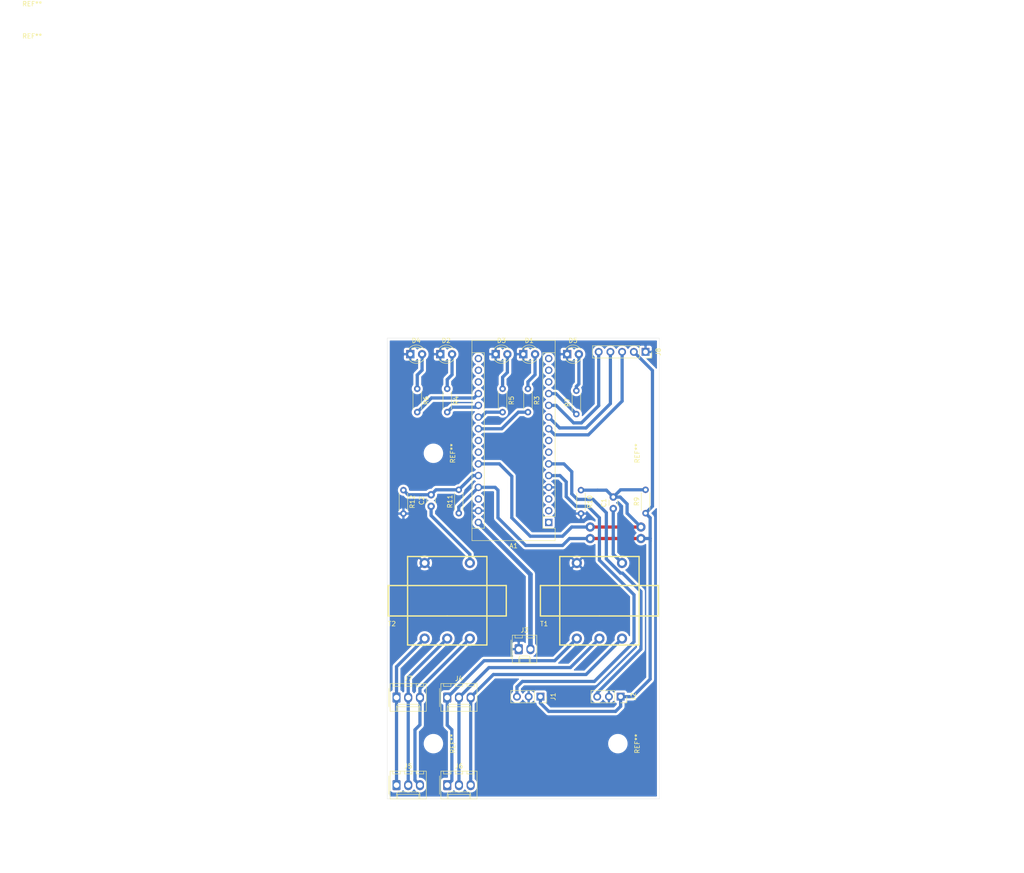
<source format=kicad_pcb>
(kicad_pcb (version 20171130) (host pcbnew "(5.1.6)-1")

  (general
    (thickness 1.6)
    (drawings 27)
    (tracks 156)
    (zones 0)
    (modules 33)
    (nets 43)
  )

  (page A4)
  (layers
    (0 F.Cu signal)
    (31 B.Cu signal)
    (32 B.Adhes user)
    (33 F.Adhes user)
    (34 B.Paste user)
    (35 F.Paste user)
    (36 B.SilkS user)
    (37 F.SilkS user)
    (38 B.Mask user)
    (39 F.Mask user)
    (40 Dwgs.User user)
    (41 Cmts.User user)
    (42 Eco1.User user)
    (43 Eco2.User user)
    (44 Edge.Cuts user)
    (45 Margin user)
    (46 B.CrtYd user)
    (47 F.CrtYd user)
    (48 B.Fab user)
    (49 F.Fab user)
  )

  (setup
    (last_trace_width 0.25)
    (user_trace_width 0.7)
    (user_trace_width 1)
    (trace_clearance 0.2)
    (zone_clearance 0.508)
    (zone_45_only no)
    (trace_min 0.2)
    (via_size 0.8)
    (via_drill 0.4)
    (via_min_size 0.4)
    (via_min_drill 0.3)
    (user_via 2 1)
    (uvia_size 0.3)
    (uvia_drill 0.1)
    (uvias_allowed no)
    (uvia_min_size 0.2)
    (uvia_min_drill 0.1)
    (edge_width 0.05)
    (segment_width 0.2)
    (pcb_text_width 0.3)
    (pcb_text_size 1.5 1.5)
    (mod_edge_width 0.12)
    (mod_text_size 1 1)
    (mod_text_width 0.15)
    (pad_size 1.524 1.524)
    (pad_drill 0.762)
    (pad_to_mask_clearance 0)
    (aux_axis_origin 77 69)
    (grid_origin 77 69)
    (visible_elements 7FFFFFFF)
    (pcbplotparams
      (layerselection 0x01000_fffffffe)
      (usegerberextensions false)
      (usegerberattributes true)
      (usegerberadvancedattributes true)
      (creategerberjobfile true)
      (excludeedgelayer false)
      (linewidth 0.100000)
      (plotframeref false)
      (viasonmask false)
      (mode 1)
      (useauxorigin false)
      (hpglpennumber 1)
      (hpglpenspeed 20)
      (hpglpendiameter 15.000000)
      (psnegative true)
      (psa4output false)
      (plotreference true)
      (plotvalue true)
      (plotinvisibletext false)
      (padsonsilk false)
      (subtractmaskfromsilk false)
      (outputformat 2)
      (mirror true)
      (drillshape 1)
      (scaleselection 1)
      (outputdirectory ""))
  )

  (net 0 "")
  (net 1 "Net-(A1-Pad1)")
  (net 2 "Net-(A1-Pad17)")
  (net 3 "Net-(A1-Pad2)")
  (net 4 "Net-(A1-Pad18)")
  (net 5 "Net-(A1-Pad3)")
  (net 6 GND)
  (net 7 AUDIO01)
  (net 8 RELÊ01)
  (net 9 AUDIO02)
  (net 10 RELÊ02)
  (net 11 SEL_VOX01)
  (net 12 "Net-(A1-Pad23)")
  (net 13 SEL_VOX02)
  (net 14 "Net-(A1-Pad24)")
  (net 15 ROT_A)
  (net 16 SWITCH)
  (net 17 ROT_B)
  (net 18 VCC)
  (net 19 POWER)
  (net 20 "Net-(A1-Pad28)")
  (net 21 "Net-(A1-Pad13)")
  (net 22 "Net-(A1-Pad14)")
  (net 23 "Net-(A1-Pad15)")
  (net 24 "Net-(A1-Pad16)")
  (net 25 "Net-(C1-Pad1)")
  (net 26 "Net-(C2-Pad1)")
  (net 27 "Net-(D1-Pad2)")
  (net 28 "Net-(D2-Pad2)")
  (net 29 "Net-(D3-Pad2)")
  (net 30 "Net-(D4-Pad2)")
  (net 31 "Net-(D5-Pad2)")
  (net 32 "Net-(J4-Pad1)")
  (net 33 "Net-(J4-Pad2)")
  (net 34 "Net-(J4-Pad3)")
  (net 35 "Net-(J5-Pad1)")
  (net 36 "Net-(J5-Pad2)")
  (net 37 "Net-(J5-Pad3)")
  (net 38 RELÊ02_LED)
  (net 39 SEL_VOX02_LED)
  (net 40 RELÊ01_LED)
  (net 41 SEL_VOX01_LED)
  (net 42 VDD)

  (net_class Default "This is the default net class."
    (clearance 0.2)
    (trace_width 0.25)
    (via_dia 0.8)
    (via_drill 0.4)
    (uvia_dia 0.3)
    (uvia_drill 0.1)
    (add_net AUDIO01)
    (add_net AUDIO02)
    (add_net GND)
    (add_net "Net-(A1-Pad1)")
    (add_net "Net-(A1-Pad13)")
    (add_net "Net-(A1-Pad14)")
    (add_net "Net-(A1-Pad15)")
    (add_net "Net-(A1-Pad16)")
    (add_net "Net-(A1-Pad17)")
    (add_net "Net-(A1-Pad18)")
    (add_net "Net-(A1-Pad2)")
    (add_net "Net-(A1-Pad23)")
    (add_net "Net-(A1-Pad24)")
    (add_net "Net-(A1-Pad28)")
    (add_net "Net-(A1-Pad3)")
    (add_net "Net-(C1-Pad1)")
    (add_net "Net-(C2-Pad1)")
    (add_net "Net-(D1-Pad2)")
    (add_net "Net-(D2-Pad2)")
    (add_net "Net-(D3-Pad2)")
    (add_net "Net-(D4-Pad2)")
    (add_net "Net-(D5-Pad2)")
    (add_net "Net-(J4-Pad1)")
    (add_net "Net-(J4-Pad2)")
    (add_net "Net-(J4-Pad3)")
    (add_net "Net-(J5-Pad1)")
    (add_net "Net-(J5-Pad2)")
    (add_net "Net-(J5-Pad3)")
    (add_net POWER)
    (add_net RELÊ01)
    (add_net RELÊ01_LED)
    (add_net RELÊ02)
    (add_net RELÊ02_LED)
    (add_net ROT_A)
    (add_net ROT_B)
    (add_net SEL_VOX01)
    (add_net SEL_VOX01_LED)
    (add_net SEL_VOX02)
    (add_net SEL_VOX02_LED)
    (add_net SWITCH)
    (add_net VCC)
    (add_net VDD)
  )

  (module Connector_PinSocket_2.54mm:PinSocket_1x03_P2.54mm_Vertical (layer F.Cu) (tedit 5A19A429) (tstamp 61194EC0)
    (at 110.2 146.8 270)
    (descr "Through hole straight socket strip, 1x03, 2.54mm pitch, single row (from Kicad 4.0.7), script generated")
    (tags "Through hole socket strip THT 1x03 2.54mm single row")
    (path /60CDDB2E)
    (fp_text reference J1 (at 0 -2.77 90) (layer F.SilkS)
      (effects (font (size 1 1) (thickness 0.15)))
    )
    (fp_text value "TO RELAY" (at 0 7.85 90) (layer F.Fab)
      (effects (font (size 1 1) (thickness 0.15)))
    )
    (fp_line (start -1.27 -1.27) (end 0.635 -1.27) (layer F.Fab) (width 0.1))
    (fp_line (start 0.635 -1.27) (end 1.27 -0.635) (layer F.Fab) (width 0.1))
    (fp_line (start 1.27 -0.635) (end 1.27 6.35) (layer F.Fab) (width 0.1))
    (fp_line (start 1.27 6.35) (end -1.27 6.35) (layer F.Fab) (width 0.1))
    (fp_line (start -1.27 6.35) (end -1.27 -1.27) (layer F.Fab) (width 0.1))
    (fp_line (start -1.33 1.27) (end 1.33 1.27) (layer F.SilkS) (width 0.12))
    (fp_line (start -1.33 1.27) (end -1.33 6.41) (layer F.SilkS) (width 0.12))
    (fp_line (start -1.33 6.41) (end 1.33 6.41) (layer F.SilkS) (width 0.12))
    (fp_line (start 1.33 1.27) (end 1.33 6.41) (layer F.SilkS) (width 0.12))
    (fp_line (start 1.33 -1.33) (end 1.33 0) (layer F.SilkS) (width 0.12))
    (fp_line (start 0 -1.33) (end 1.33 -1.33) (layer F.SilkS) (width 0.12))
    (fp_line (start -1.8 -1.8) (end 1.75 -1.8) (layer F.CrtYd) (width 0.05))
    (fp_line (start 1.75 -1.8) (end 1.75 6.85) (layer F.CrtYd) (width 0.05))
    (fp_line (start 1.75 6.85) (end -1.8 6.85) (layer F.CrtYd) (width 0.05))
    (fp_line (start -1.8 6.85) (end -1.8 -1.8) (layer F.CrtYd) (width 0.05))
    (fp_text user %R (at 0 2.54) (layer F.Fab)
      (effects (font (size 1 1) (thickness 0.15)))
    )
    (pad 3 thru_hole oval (at 0 5.08 270) (size 1.7 1.7) (drill 1) (layers *.Cu *.Mask)
      (net 8 RELÊ01))
    (pad 2 thru_hole oval (at 0 2.54 270) (size 1.7 1.7) (drill 1) (layers *.Cu *.Mask)
      (net 6 GND))
    (pad 1 thru_hole rect (at 0 0 270) (size 1.7 1.7) (drill 1) (layers *.Cu *.Mask)
      (net 18 VCC))
    (model ${KISYS3DMOD}/Connector_PinSocket_2.54mm.3dshapes/PinSocket_1x03_P2.54mm_Vertical.wrl
      (at (xyz 0 0 0))
      (scale (xyz 1 1 1))
      (rotate (xyz 0 0 0))
    )
  )

  (module Connector_PinSocket_2.54mm:PinSocket_1x05_P2.54mm_Vertical (layer F.Cu) (tedit 5A19A420) (tstamp 6117F852)
    (at 133 72 270)
    (descr "Through hole straight socket strip, 1x05, 2.54mm pitch, single row (from Kicad 4.0.7), script generated")
    (tags "Through hole socket strip THT 1x05 2.54mm single row")
    (path /6118CAD6)
    (fp_text reference J8 (at 0 -2.77 90) (layer F.SilkS)
      (effects (font (size 1 1) (thickness 0.15)))
    )
    (fp_text value Conn_01x05_Female (at 0 12.93 90) (layer F.Fab)
      (effects (font (size 1 1) (thickness 0.15)))
    )
    (fp_line (start -1.27 -1.27) (end 0.635 -1.27) (layer F.Fab) (width 0.1))
    (fp_line (start 0.635 -1.27) (end 1.27 -0.635) (layer F.Fab) (width 0.1))
    (fp_line (start 1.27 -0.635) (end 1.27 11.43) (layer F.Fab) (width 0.1))
    (fp_line (start 1.27 11.43) (end -1.27 11.43) (layer F.Fab) (width 0.1))
    (fp_line (start -1.27 11.43) (end -1.27 -1.27) (layer F.Fab) (width 0.1))
    (fp_line (start -1.33 1.27) (end 1.33 1.27) (layer F.SilkS) (width 0.12))
    (fp_line (start -1.33 1.27) (end -1.33 11.49) (layer F.SilkS) (width 0.12))
    (fp_line (start -1.33 11.49) (end 1.33 11.49) (layer F.SilkS) (width 0.12))
    (fp_line (start 1.33 1.27) (end 1.33 11.49) (layer F.SilkS) (width 0.12))
    (fp_line (start 1.33 -1.33) (end 1.33 0) (layer F.SilkS) (width 0.12))
    (fp_line (start 0 -1.33) (end 1.33 -1.33) (layer F.SilkS) (width 0.12))
    (fp_line (start -1.8 -1.8) (end 1.75 -1.8) (layer F.CrtYd) (width 0.05))
    (fp_line (start 1.75 -1.8) (end 1.75 11.9) (layer F.CrtYd) (width 0.05))
    (fp_line (start 1.75 11.9) (end -1.8 11.9) (layer F.CrtYd) (width 0.05))
    (fp_line (start -1.8 11.9) (end -1.8 -1.8) (layer F.CrtYd) (width 0.05))
    (fp_text user %R (at 0 5.08) (layer F.Fab)
      (effects (font (size 1 1) (thickness 0.15)))
    )
    (pad 1 thru_hole rect (at 0 0 270) (size 1.7 1.7) (drill 1) (layers *.Cu *.Mask)
      (net 6 GND))
    (pad 2 thru_hole oval (at 0 2.54 270) (size 1.7 1.7) (drill 1) (layers *.Cu *.Mask)
      (net 18 VCC))
    (pad 3 thru_hole oval (at 0 5.08 270) (size 1.7 1.7) (drill 1) (layers *.Cu *.Mask)
      (net 16 SWITCH))
    (pad 4 thru_hole oval (at 0 7.62 270) (size 1.7 1.7) (drill 1) (layers *.Cu *.Mask)
      (net 15 ROT_A))
    (pad 5 thru_hole oval (at 0 10.16 270) (size 1.7 1.7) (drill 1) (layers *.Cu *.Mask)
      (net 17 ROT_B))
    (model ${KISYS3DMOD}/Connector_PinSocket_2.54mm.3dshapes/PinSocket_1x05_P2.54mm_Vertical.wrl
      (at (xyz 0 0 0))
      (scale (xyz 1 1 1))
      (rotate (xyz 0 0 0))
    )
  )

  (module MountingHole:MountingHole_3.2mm_M3 (layer F.Cu) (tedit 56D1B4CB) (tstamp 611742CA)
    (at 87 157 270)
    (descr "Mounting Hole 3.2mm, no annular, M3")
    (tags "mounting hole 3.2mm no annular m3")
    (attr virtual)
    (fp_text reference REF** (at 0 -4.2 90) (layer F.SilkS)
      (effects (font (size 1 1) (thickness 0.15)))
    )
    (fp_text value MountingHole_3.2mm_M3 (at 0 4.2 90) (layer F.Fab)
      (effects (font (size 1 1) (thickness 0.15)))
    )
    (fp_circle (center 0 0) (end 3.2 0) (layer Cmts.User) (width 0.15))
    (fp_circle (center 0 0) (end 3.45 0) (layer F.CrtYd) (width 0.05))
    (fp_text user %R (at 0.3 0 90) (layer F.Fab)
      (effects (font (size 1 1) (thickness 0.15)))
    )
    (pad 1 np_thru_hole circle (at 0 0 270) (size 3.2 3.2) (drill 3.2) (layers *.Cu *.Mask))
  )

  (module MountingHole:MountingHole_3.2mm_M3 (layer F.Cu) (tedit 56D1B4CB) (tstamp 611742AD)
    (at 127 94 270)
    (descr "Mounting Hole 3.2mm, no annular, M3")
    (tags "mounting hole 3.2mm no annular m3")
    (attr virtual)
    (fp_text reference REF** (at 0 -4.2 90) (layer F.SilkS)
      (effects (font (size 1 1) (thickness 0.15)))
    )
    (fp_text value MountingHole_3.2mm_M3 (at 0 4.2 90) (layer F.Fab)
      (effects (font (size 1 1) (thickness 0.15)))
    )
    (fp_circle (center 0 0) (end 3.2 0) (layer Cmts.User) (width 0.15))
    (fp_circle (center 0 0) (end 3.45 0) (layer F.CrtYd) (width 0.05))
    (fp_text user %R (at 0.3 0 90) (layer F.Fab)
      (effects (font (size 1 1) (thickness 0.15)))
    )
    (pad 1 np_thru_hole circle (at 0 0 270) (size 3.2 3.2) (drill 3.2) (layers *.Cu *.Mask))
  )

  (module MountingHole:MountingHole_3.2mm_M3 (layer F.Cu) (tedit 56D1B4CB) (tstamp 61174290)
    (at 127 157 270)
    (descr "Mounting Hole 3.2mm, no annular, M3")
    (tags "mounting hole 3.2mm no annular m3")
    (attr virtual)
    (fp_text reference REF** (at 0 -4.2 90) (layer F.SilkS)
      (effects (font (size 1 1) (thickness 0.15)))
    )
    (fp_text value MountingHole_3.2mm_M3 (at 0 4.2 90) (layer F.Fab)
      (effects (font (size 1 1) (thickness 0.15)))
    )
    (fp_circle (center 0 0) (end 3.2 0) (layer Cmts.User) (width 0.15))
    (fp_circle (center 0 0) (end 3.45 0) (layer F.CrtYd) (width 0.05))
    (fp_text user %R (at 0.3 0 90) (layer F.Fab)
      (effects (font (size 1 1) (thickness 0.15)))
    )
    (pad 1 np_thru_hole circle (at 0 0 270) (size 3.2 3.2) (drill 3.2) (layers *.Cu *.Mask))
  )

  (module MountingHole:MountingHole_3.2mm_M3 (layer F.Cu) (tedit 56D1B4CB) (tstamp 61174273)
    (at 87 94 270)
    (descr "Mounting Hole 3.2mm, no annular, M3")
    (tags "mounting hole 3.2mm no annular m3")
    (attr virtual)
    (fp_text reference REF** (at 0 -4.2 90) (layer F.SilkS)
      (effects (font (size 1 1) (thickness 0.15)))
    )
    (fp_text value MountingHole_3.2mm_M3 (at 0 4.2 90) (layer F.Fab)
      (effects (font (size 1 1) (thickness 0.15)))
    )
    (fp_circle (center 0 0) (end 3.2 0) (layer Cmts.User) (width 0.15))
    (fp_circle (center 0 0) (end 3.45 0) (layer F.CrtYd) (width 0.05))
    (fp_text user %R (at 0.3 0 90) (layer F.Fab)
      (effects (font (size 1 1) (thickness 0.15)))
    )
    (pad 1 np_thru_hole circle (at 0 0 270) (size 3.2 3.2) (drill 3.2) (layers *.Cu *.Mask))
  )

  (module Transformer_Audio (layer F.Cu) (tedit 6116CF41) (tstamp 611715FE)
    (at 0 0)
    (fp_text reference REF** (at 0 3.5) (layer F.SilkS)
      (effects (font (size 1 1) (thickness 0.15)))
    )
    (fp_text value Transformer_Audio (at 0 4) (layer F.Fab)
      (effects (font (size 1 1) (thickness 0.15)))
    )
  )

  (module Transformer_Audio (layer F.Cu) (tedit 6116CF41) (tstamp 611715F8)
    (at 0 0)
    (fp_text reference REF** (at 0 -3.5) (layer F.SilkS)
      (effects (font (size 1 1) (thickness 0.15)))
    )
    (fp_text value Transformer_Audio (at 0 4) (layer F.Fab)
      (effects (font (size 1 1) (thickness 0.15)))
    )
  )

  (module Module:Arduino_Nano (layer F.Cu) (tedit 58ACAF70) (tstamp 611946B9)
    (at 112 109 180)
    (descr "Arduino Nano, http://www.mouser.com/pdfdocs/Gravitech_Arduino_Nano3_0.pdf")
    (tags "Arduino Nano")
    (path /60E7480B)
    (fp_text reference A1 (at 7.62 -5.08) (layer F.SilkS)
      (effects (font (size 1 1) (thickness 0.15)))
    )
    (fp_text value Arduino_Nano_v3.x (at 8.89 19.05 90) (layer F.Fab)
      (effects (font (size 1 1) (thickness 0.15)))
    )
    (fp_line (start 16.75 42.16) (end -1.53 42.16) (layer F.CrtYd) (width 0.05))
    (fp_line (start 16.75 42.16) (end 16.75 -4.06) (layer F.CrtYd) (width 0.05))
    (fp_line (start -1.53 -4.06) (end -1.53 42.16) (layer F.CrtYd) (width 0.05))
    (fp_line (start -1.53 -4.06) (end 16.75 -4.06) (layer F.CrtYd) (width 0.05))
    (fp_line (start 16.51 -3.81) (end 16.51 39.37) (layer F.Fab) (width 0.1))
    (fp_line (start 0 -3.81) (end 16.51 -3.81) (layer F.Fab) (width 0.1))
    (fp_line (start -1.27 -2.54) (end 0 -3.81) (layer F.Fab) (width 0.1))
    (fp_line (start -1.27 39.37) (end -1.27 -2.54) (layer F.Fab) (width 0.1))
    (fp_line (start 16.51 39.37) (end -1.27 39.37) (layer F.Fab) (width 0.1))
    (fp_line (start 16.64 -3.94) (end -1.4 -3.94) (layer F.SilkS) (width 0.12))
    (fp_line (start 16.64 39.5) (end 16.64 -3.94) (layer F.SilkS) (width 0.12))
    (fp_line (start -1.4 39.5) (end 16.64 39.5) (layer F.SilkS) (width 0.12))
    (fp_line (start 3.81 41.91) (end 3.81 31.75) (layer F.Fab) (width 0.1))
    (fp_line (start 11.43 41.91) (end 3.81 41.91) (layer F.Fab) (width 0.1))
    (fp_line (start 11.43 31.75) (end 11.43 41.91) (layer F.Fab) (width 0.1))
    (fp_line (start 3.81 31.75) (end 11.43 31.75) (layer F.Fab) (width 0.1))
    (fp_line (start 1.27 36.83) (end -1.4 36.83) (layer F.SilkS) (width 0.12))
    (fp_line (start 1.27 1.27) (end 1.27 36.83) (layer F.SilkS) (width 0.12))
    (fp_line (start 1.27 1.27) (end -1.4 1.27) (layer F.SilkS) (width 0.12))
    (fp_line (start 13.97 36.83) (end 16.64 36.83) (layer F.SilkS) (width 0.12))
    (fp_line (start 13.97 -1.27) (end 13.97 36.83) (layer F.SilkS) (width 0.12))
    (fp_line (start 13.97 -1.27) (end 16.64 -1.27) (layer F.SilkS) (width 0.12))
    (fp_line (start -1.4 -3.94) (end -1.4 -1.27) (layer F.SilkS) (width 0.12))
    (fp_line (start -1.4 1.27) (end -1.4 39.5) (layer F.SilkS) (width 0.12))
    (fp_line (start 1.27 -1.27) (end -1.4 -1.27) (layer F.SilkS) (width 0.12))
    (fp_line (start 1.27 1.27) (end 1.27 -1.27) (layer F.SilkS) (width 0.12))
    (fp_text user %R (at 6.35 19.05 90) (layer F.Fab)
      (effects (font (size 1 1) (thickness 0.15)))
    )
    (pad 1 thru_hole rect (at 0 0 180) (size 1.6 1.6) (drill 1) (layers *.Cu *.Mask)
      (net 1 "Net-(A1-Pad1)"))
    (pad 17 thru_hole oval (at 15.24 33.02 180) (size 1.6 1.6) (drill 1) (layers *.Cu *.Mask)
      (net 2 "Net-(A1-Pad17)"))
    (pad 2 thru_hole oval (at 0 2.54 180) (size 1.6 1.6) (drill 1) (layers *.Cu *.Mask)
      (net 3 "Net-(A1-Pad2)"))
    (pad 18 thru_hole oval (at 15.24 30.48 180) (size 1.6 1.6) (drill 1) (layers *.Cu *.Mask)
      (net 4 "Net-(A1-Pad18)"))
    (pad 3 thru_hole oval (at 0 5.08 180) (size 1.6 1.6) (drill 1) (layers *.Cu *.Mask)
      (net 5 "Net-(A1-Pad3)"))
    (pad 19 thru_hole oval (at 15.24 27.94 180) (size 1.6 1.6) (drill 1) (layers *.Cu *.Mask)
      (net 38 RELÊ02_LED))
    (pad 4 thru_hole oval (at 0 7.62 180) (size 1.6 1.6) (drill 1) (layers *.Cu *.Mask)
      (net 6 GND))
    (pad 20 thru_hole oval (at 15.24 25.4 180) (size 1.6 1.6) (drill 1) (layers *.Cu *.Mask)
      (net 39 SEL_VOX02_LED))
    (pad 5 thru_hole oval (at 0 10.16 180) (size 1.6 1.6) (drill 1) (layers *.Cu *.Mask)
      (net 8 RELÊ01))
    (pad 21 thru_hole oval (at 15.24 22.86 180) (size 1.6 1.6) (drill 1) (layers *.Cu *.Mask)
      (net 40 RELÊ01_LED))
    (pad 6 thru_hole oval (at 0 12.7 180) (size 1.6 1.6) (drill 1) (layers *.Cu *.Mask)
      (net 10 RELÊ02))
    (pad 22 thru_hole oval (at 15.24 20.32 180) (size 1.6 1.6) (drill 1) (layers *.Cu *.Mask)
      (net 41 SEL_VOX01_LED))
    (pad 7 thru_hole oval (at 0 15.24 180) (size 1.6 1.6) (drill 1) (layers *.Cu *.Mask)
      (net 11 SEL_VOX01))
    (pad 23 thru_hole oval (at 15.24 17.78 180) (size 1.6 1.6) (drill 1) (layers *.Cu *.Mask)
      (net 12 "Net-(A1-Pad23)"))
    (pad 8 thru_hole oval (at 0 17.78 180) (size 1.6 1.6) (drill 1) (layers *.Cu *.Mask)
      (net 13 SEL_VOX02))
    (pad 24 thru_hole oval (at 15.24 15.24 180) (size 1.6 1.6) (drill 1) (layers *.Cu *.Mask)
      (net 14 "Net-(A1-Pad24)"))
    (pad 9 thru_hole oval (at 0 20.32 180) (size 1.6 1.6) (drill 1) (layers *.Cu *.Mask)
      (net 16 SWITCH))
    (pad 25 thru_hole oval (at 15.24 12.7 180) (size 1.6 1.6) (drill 1) (layers *.Cu *.Mask)
      (net 7 AUDIO01))
    (pad 10 thru_hole oval (at 0 22.86 180) (size 1.6 1.6) (drill 1) (layers *.Cu *.Mask)
      (net 15 ROT_A))
    (pad 26 thru_hole oval (at 15.24 10.16 180) (size 1.6 1.6) (drill 1) (layers *.Cu *.Mask)
      (net 9 AUDIO02))
    (pad 11 thru_hole oval (at 0 25.4 180) (size 1.6 1.6) (drill 1) (layers *.Cu *.Mask)
      (net 17 ROT_B))
    (pad 27 thru_hole oval (at 15.24 7.62 180) (size 1.6 1.6) (drill 1) (layers *.Cu *.Mask)
      (net 18 VCC))
    (pad 12 thru_hole oval (at 0 27.94 180) (size 1.6 1.6) (drill 1) (layers *.Cu *.Mask)
      (net 19 POWER))
    (pad 28 thru_hole oval (at 15.24 5.08 180) (size 1.6 1.6) (drill 1) (layers *.Cu *.Mask)
      (net 20 "Net-(A1-Pad28)"))
    (pad 13 thru_hole oval (at 0 30.48 180) (size 1.6 1.6) (drill 1) (layers *.Cu *.Mask)
      (net 21 "Net-(A1-Pad13)"))
    (pad 29 thru_hole oval (at 15.24 2.54 180) (size 1.6 1.6) (drill 1) (layers *.Cu *.Mask)
      (net 6 GND))
    (pad 14 thru_hole oval (at 0 33.02 180) (size 1.6 1.6) (drill 1) (layers *.Cu *.Mask)
      (net 22 "Net-(A1-Pad14)"))
    (pad 30 thru_hole oval (at 15.24 0 180) (size 1.6 1.6) (drill 1) (layers *.Cu *.Mask)
      (net 42 VDD))
    (pad 15 thru_hole oval (at 0 35.56 180) (size 1.6 1.6) (drill 1) (layers *.Cu *.Mask)
      (net 23 "Net-(A1-Pad15)"))
    (pad 16 thru_hole oval (at 15.24 35.56 180) (size 1.6 1.6) (drill 1) (layers *.Cu *.Mask)
      (net 24 "Net-(A1-Pad16)"))
    (model ${KISYS3DMOD}/Module.3dshapes/Arduino_Nano_WithMountingHoles.wrl
      (at (xyz 0 0 0))
      (scale (xyz 1 1 1))
      (rotate (xyz 0 0 0))
    )
  )

  (module Capacitor_THT:C_Disc_D3.0mm_W1.6mm_P2.50mm (layer F.Cu) (tedit 5AE50EF0) (tstamp 6117FA53)
    (at 126 106 90)
    (descr "C, Disc series, Radial, pin pitch=2.50mm, , diameter*width=3.0*1.6mm^2, Capacitor, http://www.vishay.com/docs/45233/krseries.pdf")
    (tags "C Disc series Radial pin pitch 2.50mm  diameter 3.0mm width 1.6mm Capacitor")
    (path /60CBB5C0)
    (fp_text reference C1 (at 1.25 -2.05 90) (layer F.SilkS)
      (effects (font (size 1 1) (thickness 0.15)))
    )
    (fp_text value 22nF (at 1.25 2.05 90) (layer F.Fab)
      (effects (font (size 1 1) (thickness 0.15)))
    )
    (fp_line (start -0.25 -0.8) (end -0.25 0.8) (layer F.Fab) (width 0.1))
    (fp_line (start -0.25 0.8) (end 2.75 0.8) (layer F.Fab) (width 0.1))
    (fp_line (start 2.75 0.8) (end 2.75 -0.8) (layer F.Fab) (width 0.1))
    (fp_line (start 2.75 -0.8) (end -0.25 -0.8) (layer F.Fab) (width 0.1))
    (fp_line (start 0.621 -0.92) (end 1.879 -0.92) (layer F.SilkS) (width 0.12))
    (fp_line (start 0.621 0.92) (end 1.879 0.92) (layer F.SilkS) (width 0.12))
    (fp_line (start -1.05 -1.05) (end -1.05 1.05) (layer F.CrtYd) (width 0.05))
    (fp_line (start -1.05 1.05) (end 3.55 1.05) (layer F.CrtYd) (width 0.05))
    (fp_line (start 3.55 1.05) (end 3.55 -1.05) (layer F.CrtYd) (width 0.05))
    (fp_line (start 3.55 -1.05) (end -1.05 -1.05) (layer F.CrtYd) (width 0.05))
    (fp_text user %R (at 1.25 0 90) (layer F.Fab)
      (effects (font (size 0.6 0.6) (thickness 0.09)))
    )
    (pad 2 thru_hole circle (at 2.5 0 90) (size 1.6 1.6) (drill 0.8) (layers *.Cu *.Mask)
      (net 7 AUDIO01))
    (pad 1 thru_hole circle (at 0 0 90) (size 1.6 1.6) (drill 0.8) (layers *.Cu *.Mask)
      (net 25 "Net-(C1-Pad1)"))
    (model ${KISYS3DMOD}/Capacitor_THT.3dshapes/C_Disc_D3.0mm_W1.6mm_P2.50mm.wrl
      (at (xyz 0 0 0))
      (scale (xyz 1 1 1))
      (rotate (xyz 0 0 0))
    )
  )

  (module Capacitor_THT:C_Disc_D3.0mm_W1.6mm_P2.50mm (layer F.Cu) (tedit 5AE50EF0) (tstamp 61194BE9)
    (at 86.5 105.5 90)
    (descr "C, Disc series, Radial, pin pitch=2.50mm, , diameter*width=3.0*1.6mm^2, Capacitor, http://www.vishay.com/docs/45233/krseries.pdf")
    (tags "C Disc series Radial pin pitch 2.50mm  diameter 3.0mm width 1.6mm Capacitor")
    (path /60DB71C5)
    (fp_text reference C2 (at 1.25 -2.05 90) (layer F.SilkS)
      (effects (font (size 1 1) (thickness 0.15)))
    )
    (fp_text value 22nF (at 1.25 2.05 90) (layer F.Fab)
      (effects (font (size 1 1) (thickness 0.15)))
    )
    (fp_line (start 3.55 -1.05) (end -1.05 -1.05) (layer F.CrtYd) (width 0.05))
    (fp_line (start 3.55 1.05) (end 3.55 -1.05) (layer F.CrtYd) (width 0.05))
    (fp_line (start -1.05 1.05) (end 3.55 1.05) (layer F.CrtYd) (width 0.05))
    (fp_line (start -1.05 -1.05) (end -1.05 1.05) (layer F.CrtYd) (width 0.05))
    (fp_line (start 0.621 0.92) (end 1.879 0.92) (layer F.SilkS) (width 0.12))
    (fp_line (start 0.621 -0.92) (end 1.879 -0.92) (layer F.SilkS) (width 0.12))
    (fp_line (start 2.75 -0.8) (end -0.25 -0.8) (layer F.Fab) (width 0.1))
    (fp_line (start 2.75 0.8) (end 2.75 -0.8) (layer F.Fab) (width 0.1))
    (fp_line (start -0.25 0.8) (end 2.75 0.8) (layer F.Fab) (width 0.1))
    (fp_line (start -0.25 -0.8) (end -0.25 0.8) (layer F.Fab) (width 0.1))
    (fp_text user %R (at 1.25 0 270) (layer F.Fab)
      (effects (font (size 0.6 0.6) (thickness 0.09)))
    )
    (pad 1 thru_hole circle (at 0 0 90) (size 1.6 1.6) (drill 0.8) (layers *.Cu *.Mask)
      (net 26 "Net-(C2-Pad1)"))
    (pad 2 thru_hole circle (at 2.5 0 90) (size 1.6 1.6) (drill 0.8) (layers *.Cu *.Mask)
      (net 9 AUDIO02))
    (model ${KISYS3DMOD}/Capacitor_THT.3dshapes/C_Disc_D3.0mm_W1.6mm_P2.50mm.wrl
      (at (xyz 0 0 0))
      (scale (xyz 1 1 1))
      (rotate (xyz 0 0 0))
    )
  )

  (module LED_THT:LED_D3.0mm (layer F.Cu) (tedit 587A3A7B) (tstamp 6117267B)
    (at 106.5 72.5)
    (descr "LED, diameter 3.0mm, 2 pins")
    (tags "LED diameter 3.0mm 2 pins")
    (path /60E6563F)
    (fp_text reference D1 (at 1.27 -2.96) (layer F.SilkS)
      (effects (font (size 1 1) (thickness 0.15)))
    )
    (fp_text value VOX01 (at 1.27 2.96) (layer F.Fab)
      (effects (font (size 1 1) (thickness 0.15)))
    )
    (fp_line (start 3.7 -2.25) (end -1.15 -2.25) (layer F.CrtYd) (width 0.05))
    (fp_line (start 3.7 2.25) (end 3.7 -2.25) (layer F.CrtYd) (width 0.05))
    (fp_line (start -1.15 2.25) (end 3.7 2.25) (layer F.CrtYd) (width 0.05))
    (fp_line (start -1.15 -2.25) (end -1.15 2.25) (layer F.CrtYd) (width 0.05))
    (fp_line (start -0.29 1.08) (end -0.29 1.236) (layer F.SilkS) (width 0.12))
    (fp_line (start -0.29 -1.236) (end -0.29 -1.08) (layer F.SilkS) (width 0.12))
    (fp_line (start -0.23 -1.16619) (end -0.23 1.16619) (layer F.Fab) (width 0.1))
    (fp_circle (center 1.27 0) (end 2.77 0) (layer F.Fab) (width 0.1))
    (fp_arc (start 1.27 0) (end -0.23 -1.16619) (angle 284.3) (layer F.Fab) (width 0.1))
    (fp_arc (start 1.27 0) (end -0.29 -1.235516) (angle 108.8) (layer F.SilkS) (width 0.12))
    (fp_arc (start 1.27 0) (end -0.29 1.235516) (angle -108.8) (layer F.SilkS) (width 0.12))
    (fp_arc (start 1.27 0) (end 0.229039 -1.08) (angle 87.9) (layer F.SilkS) (width 0.12))
    (fp_arc (start 1.27 0) (end 0.229039 1.08) (angle -87.9) (layer F.SilkS) (width 0.12))
    (pad 1 thru_hole rect (at 0 0) (size 1.8 1.8) (drill 0.9) (layers *.Cu *.Mask)
      (net 6 GND))
    (pad 2 thru_hole circle (at 2.54 0) (size 1.8 1.8) (drill 0.9) (layers *.Cu *.Mask)
      (net 27 "Net-(D1-Pad2)"))
    (model ${KISYS3DMOD}/LED_THT.3dshapes/LED_D3.0mm.wrl
      (at (xyz 0 0 0))
      (scale (xyz 1 1 1))
      (rotate (xyz 0 0 0))
    )
  )

  (module LED_THT:LED_D3.0mm (layer F.Cu) (tedit 587A3A7B) (tstamp 6117268E)
    (at 88.5 72.5)
    (descr "LED, diameter 3.0mm, 2 pins")
    (tags "LED diameter 3.0mm 2 pins")
    (path /60E163B7)
    (fp_text reference D2 (at 1.27 -2.96) (layer F.SilkS)
      (effects (font (size 1 1) (thickness 0.15)))
    )
    (fp_text value VOX02 (at 1.27 2.96) (layer F.Fab)
      (effects (font (size 1 1) (thickness 0.15)))
    )
    (fp_circle (center 1.27 0) (end 2.77 0) (layer F.Fab) (width 0.1))
    (fp_line (start -0.23 -1.16619) (end -0.23 1.16619) (layer F.Fab) (width 0.1))
    (fp_line (start -0.29 -1.236) (end -0.29 -1.08) (layer F.SilkS) (width 0.12))
    (fp_line (start -0.29 1.08) (end -0.29 1.236) (layer F.SilkS) (width 0.12))
    (fp_line (start -1.15 -2.25) (end -1.15 2.25) (layer F.CrtYd) (width 0.05))
    (fp_line (start -1.15 2.25) (end 3.7 2.25) (layer F.CrtYd) (width 0.05))
    (fp_line (start 3.7 2.25) (end 3.7 -2.25) (layer F.CrtYd) (width 0.05))
    (fp_line (start 3.7 -2.25) (end -1.15 -2.25) (layer F.CrtYd) (width 0.05))
    (fp_arc (start 1.27 0) (end 0.229039 1.08) (angle -87.9) (layer F.SilkS) (width 0.12))
    (fp_arc (start 1.27 0) (end 0.229039 -1.08) (angle 87.9) (layer F.SilkS) (width 0.12))
    (fp_arc (start 1.27 0) (end -0.29 1.235516) (angle -108.8) (layer F.SilkS) (width 0.12))
    (fp_arc (start 1.27 0) (end -0.29 -1.235516) (angle 108.8) (layer F.SilkS) (width 0.12))
    (fp_arc (start 1.27 0) (end -0.23 -1.16619) (angle 284.3) (layer F.Fab) (width 0.1))
    (pad 2 thru_hole circle (at 2.54 0) (size 1.8 1.8) (drill 0.9) (layers *.Cu *.Mask)
      (net 28 "Net-(D2-Pad2)"))
    (pad 1 thru_hole rect (at 0 0) (size 1.8 1.8) (drill 0.9) (layers *.Cu *.Mask)
      (net 6 GND))
    (model ${KISYS3DMOD}/LED_THT.3dshapes/LED_D3.0mm.wrl
      (at (xyz 0 0 0))
      (scale (xyz 1 1 1))
      (rotate (xyz 0 0 0))
    )
  )

  (module LED_THT:LED_D3.0mm (layer F.Cu) (tedit 587A3A7B) (tstamp 6119449B)
    (at 100.5 72.5)
    (descr "LED, diameter 3.0mm, 2 pins")
    (tags "LED diameter 3.0mm 2 pins")
    (path /60CBDFDC)
    (fp_text reference D3 (at 1.27 -2.96) (layer F.SilkS)
      (effects (font (size 1 1) (thickness 0.15)))
    )
    (fp_text value RELÊ01 (at 1.27 2.96) (layer F.Fab)
      (effects (font (size 1 1) (thickness 0.15)))
    )
    (fp_circle (center 1.27 0) (end 2.77 0) (layer F.Fab) (width 0.1))
    (fp_line (start -0.23 -1.16619) (end -0.23 1.16619) (layer F.Fab) (width 0.1))
    (fp_line (start -0.29 -1.236) (end -0.29 -1.08) (layer F.SilkS) (width 0.12))
    (fp_line (start -0.29 1.08) (end -0.29 1.236) (layer F.SilkS) (width 0.12))
    (fp_line (start -1.15 -2.25) (end -1.15 2.25) (layer F.CrtYd) (width 0.05))
    (fp_line (start -1.15 2.25) (end 3.7 2.25) (layer F.CrtYd) (width 0.05))
    (fp_line (start 3.7 2.25) (end 3.7 -2.25) (layer F.CrtYd) (width 0.05))
    (fp_line (start 3.7 -2.25) (end -1.15 -2.25) (layer F.CrtYd) (width 0.05))
    (fp_arc (start 1.27 0) (end 0.229039 1.08) (angle -87.9) (layer F.SilkS) (width 0.12))
    (fp_arc (start 1.27 0) (end 0.229039 -1.08) (angle 87.9) (layer F.SilkS) (width 0.12))
    (fp_arc (start 1.27 0) (end -0.29 1.235516) (angle -108.8) (layer F.SilkS) (width 0.12))
    (fp_arc (start 1.27 0) (end -0.29 -1.235516) (angle 108.8) (layer F.SilkS) (width 0.12))
    (fp_arc (start 1.27 0) (end -0.23 -1.16619) (angle 284.3) (layer F.Fab) (width 0.1))
    (pad 2 thru_hole circle (at 2.54 0) (size 1.8 1.8) (drill 0.9) (layers *.Cu *.Mask)
      (net 29 "Net-(D3-Pad2)"))
    (pad 1 thru_hole rect (at 0 0) (size 1.8 1.8) (drill 0.9) (layers *.Cu *.Mask)
      (net 6 GND))
    (model ${KISYS3DMOD}/LED_THT.3dshapes/LED_D3.0mm.wrl
      (at (xyz 0 0 0))
      (scale (xyz 1 1 1))
      (rotate (xyz 0 0 0))
    )
  )

  (module LED_THT:LED_D3.0mm (layer F.Cu) (tedit 587A3A7B) (tstamp 611726B4)
    (at 82 72.5)
    (descr "LED, diameter 3.0mm, 2 pins")
    (tags "LED diameter 3.0mm 2 pins")
    (path /60DAC350)
    (fp_text reference D4 (at 1.27 -2.96) (layer F.SilkS)
      (effects (font (size 1 1) (thickness 0.15)))
    )
    (fp_text value RELÊ02 (at 1.27 2.96) (layer F.Fab)
      (effects (font (size 1 1) (thickness 0.15)))
    )
    (fp_line (start 3.7 -2.25) (end -1.15 -2.25) (layer F.CrtYd) (width 0.05))
    (fp_line (start 3.7 2.25) (end 3.7 -2.25) (layer F.CrtYd) (width 0.05))
    (fp_line (start -1.15 2.25) (end 3.7 2.25) (layer F.CrtYd) (width 0.05))
    (fp_line (start -1.15 -2.25) (end -1.15 2.25) (layer F.CrtYd) (width 0.05))
    (fp_line (start -0.29 1.08) (end -0.29 1.236) (layer F.SilkS) (width 0.12))
    (fp_line (start -0.29 -1.236) (end -0.29 -1.08) (layer F.SilkS) (width 0.12))
    (fp_line (start -0.23 -1.16619) (end -0.23 1.16619) (layer F.Fab) (width 0.1))
    (fp_circle (center 1.27 0) (end 2.77 0) (layer F.Fab) (width 0.1))
    (fp_arc (start 1.27 0) (end -0.23 -1.16619) (angle 284.3) (layer F.Fab) (width 0.1))
    (fp_arc (start 1.27 0) (end -0.29 -1.235516) (angle 108.8) (layer F.SilkS) (width 0.12))
    (fp_arc (start 1.27 0) (end -0.29 1.235516) (angle -108.8) (layer F.SilkS) (width 0.12))
    (fp_arc (start 1.27 0) (end 0.229039 -1.08) (angle 87.9) (layer F.SilkS) (width 0.12))
    (fp_arc (start 1.27 0) (end 0.229039 1.08) (angle -87.9) (layer F.SilkS) (width 0.12))
    (pad 1 thru_hole rect (at 0 0) (size 1.8 1.8) (drill 0.9) (layers *.Cu *.Mask)
      (net 6 GND))
    (pad 2 thru_hole circle (at 2.54 0) (size 1.8 1.8) (drill 0.9) (layers *.Cu *.Mask)
      (net 30 "Net-(D4-Pad2)"))
    (model ${KISYS3DMOD}/LED_THT.3dshapes/LED_D3.0mm.wrl
      (at (xyz 0 0 0))
      (scale (xyz 1 1 1))
      (rotate (xyz 0 0 0))
    )
  )

  (module LED_THT:LED_D3.0mm (layer F.Cu) (tedit 587A3A7B) (tstamp 611726C7)
    (at 116 72.5)
    (descr "LED, diameter 3.0mm, 2 pins")
    (tags "LED diameter 3.0mm 2 pins")
    (path /60CBD7C1)
    (fp_text reference D5 (at 1.27 -2.96) (layer F.SilkS)
      (effects (font (size 1 1) (thickness 0.15)))
    )
    (fp_text value POWER (at 1.27 2.96) (layer F.Fab)
      (effects (font (size 1 1) (thickness 0.15)))
    )
    (fp_line (start 3.7 -2.25) (end -1.15 -2.25) (layer F.CrtYd) (width 0.05))
    (fp_line (start 3.7 2.25) (end 3.7 -2.25) (layer F.CrtYd) (width 0.05))
    (fp_line (start -1.15 2.25) (end 3.7 2.25) (layer F.CrtYd) (width 0.05))
    (fp_line (start -1.15 -2.25) (end -1.15 2.25) (layer F.CrtYd) (width 0.05))
    (fp_line (start -0.29 1.08) (end -0.29 1.236) (layer F.SilkS) (width 0.12))
    (fp_line (start -0.29 -1.236) (end -0.29 -1.08) (layer F.SilkS) (width 0.12))
    (fp_line (start -0.23 -1.16619) (end -0.23 1.16619) (layer F.Fab) (width 0.1))
    (fp_circle (center 1.27 0) (end 2.77 0) (layer F.Fab) (width 0.1))
    (fp_arc (start 1.27 0) (end -0.23 -1.16619) (angle 284.3) (layer F.Fab) (width 0.1))
    (fp_arc (start 1.27 0) (end -0.29 -1.235516) (angle 108.8) (layer F.SilkS) (width 0.12))
    (fp_arc (start 1.27 0) (end -0.29 1.235516) (angle -108.8) (layer F.SilkS) (width 0.12))
    (fp_arc (start 1.27 0) (end 0.229039 -1.08) (angle 87.9) (layer F.SilkS) (width 0.12))
    (fp_arc (start 1.27 0) (end 0.229039 1.08) (angle -87.9) (layer F.SilkS) (width 0.12))
    (pad 1 thru_hole rect (at 0 0) (size 1.8 1.8) (drill 0.9) (layers *.Cu *.Mask)
      (net 6 GND))
    (pad 2 thru_hole circle (at 2.54 0) (size 1.8 1.8) (drill 0.9) (layers *.Cu *.Mask)
      (net 31 "Net-(D5-Pad2)"))
    (model ${KISYS3DMOD}/LED_THT.3dshapes/LED_D3.0mm.wrl
      (at (xyz 0 0 0))
      (scale (xyz 1 1 1))
      (rotate (xyz 0 0 0))
    )
  )

  (module Connector_PinSocket_2.54mm:PinSocket_1x03_P2.54mm_Vertical (layer F.Cu) (tedit 5A19A429) (tstamp 61172714)
    (at 127.6 146.8 270)
    (descr "Through hole straight socket strip, 1x03, 2.54mm pitch, single row (from Kicad 4.0.7), script generated")
    (tags "Through hole socket strip THT 1x03 2.54mm single row")
    (path /60E4AAD5)
    (fp_text reference J2 (at 0 -2.77 90) (layer F.SilkS)
      (effects (font (size 1 1) (thickness 0.15)))
    )
    (fp_text value "TO RELAY" (at 0 7.85 90) (layer F.Fab)
      (effects (font (size 1 1) (thickness 0.15)))
    )
    (fp_line (start -1.8 6.85) (end -1.8 -1.8) (layer F.CrtYd) (width 0.05))
    (fp_line (start 1.75 6.85) (end -1.8 6.85) (layer F.CrtYd) (width 0.05))
    (fp_line (start 1.75 -1.8) (end 1.75 6.85) (layer F.CrtYd) (width 0.05))
    (fp_line (start -1.8 -1.8) (end 1.75 -1.8) (layer F.CrtYd) (width 0.05))
    (fp_line (start 0 -1.33) (end 1.33 -1.33) (layer F.SilkS) (width 0.12))
    (fp_line (start 1.33 -1.33) (end 1.33 0) (layer F.SilkS) (width 0.12))
    (fp_line (start 1.33 1.27) (end 1.33 6.41) (layer F.SilkS) (width 0.12))
    (fp_line (start -1.33 6.41) (end 1.33 6.41) (layer F.SilkS) (width 0.12))
    (fp_line (start -1.33 1.27) (end -1.33 6.41) (layer F.SilkS) (width 0.12))
    (fp_line (start -1.33 1.27) (end 1.33 1.27) (layer F.SilkS) (width 0.12))
    (fp_line (start -1.27 6.35) (end -1.27 -1.27) (layer F.Fab) (width 0.1))
    (fp_line (start 1.27 6.35) (end -1.27 6.35) (layer F.Fab) (width 0.1))
    (fp_line (start 1.27 -0.635) (end 1.27 6.35) (layer F.Fab) (width 0.1))
    (fp_line (start 0.635 -1.27) (end 1.27 -0.635) (layer F.Fab) (width 0.1))
    (fp_line (start -1.27 -1.27) (end 0.635 -1.27) (layer F.Fab) (width 0.1))
    (fp_text user %R (at 0 2.54) (layer F.Fab)
      (effects (font (size 1 1) (thickness 0.15)))
    )
    (pad 1 thru_hole rect (at 0 0 270) (size 1.7 1.7) (drill 1) (layers *.Cu *.Mask)
      (net 18 VCC))
    (pad 2 thru_hole oval (at 0 2.54 270) (size 1.7 1.7) (drill 1) (layers *.Cu *.Mask)
      (net 6 GND))
    (pad 3 thru_hole oval (at 0 5.08 270) (size 1.7 1.7) (drill 1) (layers *.Cu *.Mask)
      (net 10 RELÊ02))
    (model ${KISYS3DMOD}/Connector_PinSocket_2.54mm.3dshapes/PinSocket_1x03_P2.54mm_Vertical.wrl
      (at (xyz 0 0 0))
      (scale (xyz 1 1 1))
      (rotate (xyz 0 0 0))
    )
  )

  (module Connector_Molex:Molex_KK-254_AE-6410-02A_1x02_P2.54mm_Vertical (layer F.Cu) (tedit 5EA53D3B) (tstamp 6117FE97)
    (at 105.5 136.5)
    (descr "Molex KK-254 Interconnect System, old/engineering part number: AE-6410-02A example for new part number: 22-27-2021, 2 Pins (http://www.molex.com/pdm_docs/sd/022272021_sd.pdf), generated with kicad-footprint-generator")
    (tags "connector Molex KK-254 vertical")
    (path /60E45E71)
    (fp_text reference J3 (at 1.27 -4.12) (layer F.SilkS)
      (effects (font (size 1 1) (thickness 0.15)))
    )
    (fp_text value "TO POWER CONNECTOR" (at 1.27 4.08) (layer F.Fab)
      (effects (font (size 1 1) (thickness 0.15)))
    )
    (fp_line (start 4.31 -3.42) (end -1.77 -3.42) (layer F.CrtYd) (width 0.05))
    (fp_line (start 4.31 3.38) (end 4.31 -3.42) (layer F.CrtYd) (width 0.05))
    (fp_line (start -1.77 3.38) (end 4.31 3.38) (layer F.CrtYd) (width 0.05))
    (fp_line (start -1.77 -3.42) (end -1.77 3.38) (layer F.CrtYd) (width 0.05))
    (fp_line (start 3.34 -2.43) (end 3.34 -3.03) (layer F.SilkS) (width 0.12))
    (fp_line (start 1.74 -2.43) (end 3.34 -2.43) (layer F.SilkS) (width 0.12))
    (fp_line (start 1.74 -3.03) (end 1.74 -2.43) (layer F.SilkS) (width 0.12))
    (fp_line (start 0.8 -2.43) (end 0.8 -3.03) (layer F.SilkS) (width 0.12))
    (fp_line (start -0.8 -2.43) (end 0.8 -2.43) (layer F.SilkS) (width 0.12))
    (fp_line (start -0.8 -3.03) (end -0.8 -2.43) (layer F.SilkS) (width 0.12))
    (fp_line (start 2.29 2.99) (end 2.29 1.99) (layer F.SilkS) (width 0.12))
    (fp_line (start 0.25 2.99) (end 0.25 1.99) (layer F.SilkS) (width 0.12))
    (fp_line (start 2.29 1.46) (end 2.54 1.99) (layer F.SilkS) (width 0.12))
    (fp_line (start 0.25 1.46) (end 2.29 1.46) (layer F.SilkS) (width 0.12))
    (fp_line (start 0 1.99) (end 0.25 1.46) (layer F.SilkS) (width 0.12))
    (fp_line (start 2.54 1.99) (end 2.54 2.99) (layer F.SilkS) (width 0.12))
    (fp_line (start 0 1.99) (end 2.54 1.99) (layer F.SilkS) (width 0.12))
    (fp_line (start 0 2.99) (end 0 1.99) (layer F.SilkS) (width 0.12))
    (fp_line (start -0.562893 0) (end -1.27 0.5) (layer F.Fab) (width 0.1))
    (fp_line (start -1.27 -0.5) (end -0.562893 0) (layer F.Fab) (width 0.1))
    (fp_line (start -1.67 -2) (end -1.67 2) (layer F.SilkS) (width 0.12))
    (fp_line (start 3.92 -3.03) (end -1.38 -3.03) (layer F.SilkS) (width 0.12))
    (fp_line (start 3.92 2.99) (end 3.92 -3.03) (layer F.SilkS) (width 0.12))
    (fp_line (start -1.38 2.99) (end 3.92 2.99) (layer F.SilkS) (width 0.12))
    (fp_line (start -1.38 -3.03) (end -1.38 2.99) (layer F.SilkS) (width 0.12))
    (fp_line (start 3.81 -2.92) (end -1.27 -2.92) (layer F.Fab) (width 0.1))
    (fp_line (start 3.81 2.88) (end 3.81 -2.92) (layer F.Fab) (width 0.1))
    (fp_line (start -1.27 2.88) (end 3.81 2.88) (layer F.Fab) (width 0.1))
    (fp_line (start -1.27 -2.92) (end -1.27 2.88) (layer F.Fab) (width 0.1))
    (fp_text user %R (at 1.27 -2.22) (layer F.Fab)
      (effects (font (size 1 1) (thickness 0.15)))
    )
    (pad 1 thru_hole roundrect (at 0 0) (size 1.74 2.19) (drill 1.19) (layers *.Cu *.Mask) (roundrect_rratio 0.1436775862068966)
      (net 6 GND))
    (pad 2 thru_hole oval (at 2.54 0) (size 1.74 2.19) (drill 1.19) (layers *.Cu *.Mask)
      (net 42 VDD))
    (model ${KISYS3DMOD}/Connector_Molex.3dshapes/Molex_KK-254_AE-6410-02A_1x02_P2.54mm_Vertical.wrl
      (at (xyz 0 0 0))
      (scale (xyz 1 1 1))
      (rotate (xyz 0 0 0))
    )
  )

  (module Connector_Molex:Molex_KK-254_AE-6410-03A_1x03_P2.54mm_Vertical (layer F.Cu) (tedit 5EA53D3B) (tstamp 61172760)
    (at 90 147)
    (descr "Molex KK-254 Interconnect System, old/engineering part number: AE-6410-03A example for new part number: 22-27-2031, 3 Pins (http://www.molex.com/pdm_docs/sd/022272021_sd.pdf), generated with kicad-footprint-generator")
    (tags "connector Molex KK-254 vertical")
    (path /60E1E02A)
    (fp_text reference J4 (at 2.54 -4.12) (layer F.SilkS)
      (effects (font (size 1 1) (thickness 0.15)))
    )
    (fp_text value "TO XLR" (at 2.54 4.08) (layer F.Fab)
      (effects (font (size 1 1) (thickness 0.15)))
    )
    (fp_line (start 6.85 -3.42) (end -1.77 -3.42) (layer F.CrtYd) (width 0.05))
    (fp_line (start 6.85 3.38) (end 6.85 -3.42) (layer F.CrtYd) (width 0.05))
    (fp_line (start -1.77 3.38) (end 6.85 3.38) (layer F.CrtYd) (width 0.05))
    (fp_line (start -1.77 -3.42) (end -1.77 3.38) (layer F.CrtYd) (width 0.05))
    (fp_line (start 5.88 -2.43) (end 5.88 -3.03) (layer F.SilkS) (width 0.12))
    (fp_line (start 4.28 -2.43) (end 5.88 -2.43) (layer F.SilkS) (width 0.12))
    (fp_line (start 4.28 -3.03) (end 4.28 -2.43) (layer F.SilkS) (width 0.12))
    (fp_line (start 3.34 -2.43) (end 3.34 -3.03) (layer F.SilkS) (width 0.12))
    (fp_line (start 1.74 -2.43) (end 3.34 -2.43) (layer F.SilkS) (width 0.12))
    (fp_line (start 1.74 -3.03) (end 1.74 -2.43) (layer F.SilkS) (width 0.12))
    (fp_line (start 0.8 -2.43) (end 0.8 -3.03) (layer F.SilkS) (width 0.12))
    (fp_line (start -0.8 -2.43) (end 0.8 -2.43) (layer F.SilkS) (width 0.12))
    (fp_line (start -0.8 -3.03) (end -0.8 -2.43) (layer F.SilkS) (width 0.12))
    (fp_line (start 4.83 2.99) (end 4.83 1.99) (layer F.SilkS) (width 0.12))
    (fp_line (start 0.25 2.99) (end 0.25 1.99) (layer F.SilkS) (width 0.12))
    (fp_line (start 4.83 1.46) (end 5.08 1.99) (layer F.SilkS) (width 0.12))
    (fp_line (start 0.25 1.46) (end 4.83 1.46) (layer F.SilkS) (width 0.12))
    (fp_line (start 0 1.99) (end 0.25 1.46) (layer F.SilkS) (width 0.12))
    (fp_line (start 5.08 1.99) (end 5.08 2.99) (layer F.SilkS) (width 0.12))
    (fp_line (start 0 1.99) (end 5.08 1.99) (layer F.SilkS) (width 0.12))
    (fp_line (start 0 2.99) (end 0 1.99) (layer F.SilkS) (width 0.12))
    (fp_line (start -0.562893 0) (end -1.27 0.5) (layer F.Fab) (width 0.1))
    (fp_line (start -1.27 -0.5) (end -0.562893 0) (layer F.Fab) (width 0.1))
    (fp_line (start -1.67 -2) (end -1.67 2) (layer F.SilkS) (width 0.12))
    (fp_line (start 6.46 -3.03) (end -1.38 -3.03) (layer F.SilkS) (width 0.12))
    (fp_line (start 6.46 2.99) (end 6.46 -3.03) (layer F.SilkS) (width 0.12))
    (fp_line (start -1.38 2.99) (end 6.46 2.99) (layer F.SilkS) (width 0.12))
    (fp_line (start -1.38 -3.03) (end -1.38 2.99) (layer F.SilkS) (width 0.12))
    (fp_line (start 6.35 -2.92) (end -1.27 -2.92) (layer F.Fab) (width 0.1))
    (fp_line (start 6.35 2.88) (end 6.35 -2.92) (layer F.Fab) (width 0.1))
    (fp_line (start -1.27 2.88) (end 6.35 2.88) (layer F.Fab) (width 0.1))
    (fp_line (start -1.27 -2.92) (end -1.27 2.88) (layer F.Fab) (width 0.1))
    (fp_text user %R (at 2.54 -2.22) (layer F.Fab)
      (effects (font (size 1 1) (thickness 0.15)))
    )
    (pad 1 thru_hole roundrect (at 0 0) (size 1.74 2.19) (drill 1.19) (layers *.Cu *.Mask) (roundrect_rratio 0.1436775862068966)
      (net 32 "Net-(J4-Pad1)"))
    (pad 2 thru_hole oval (at 2.54 0) (size 1.74 2.19) (drill 1.19) (layers *.Cu *.Mask)
      (net 33 "Net-(J4-Pad2)"))
    (pad 3 thru_hole oval (at 5.08 0) (size 1.74 2.19) (drill 1.19) (layers *.Cu *.Mask)
      (net 34 "Net-(J4-Pad3)"))
    (model ${KISYS3DMOD}/Connector_Molex.3dshapes/Molex_KK-254_AE-6410-03A_1x03_P2.54mm_Vertical.wrl
      (at (xyz 0 0 0))
      (scale (xyz 1 1 1))
      (rotate (xyz 0 0 0))
    )
  )

  (module Connector_Molex:Molex_KK-254_AE-6410-03A_1x03_P2.54mm_Vertical (layer F.Cu) (tedit 5EA53D3B) (tstamp 61172788)
    (at 79 166)
    (descr "Molex KK-254 Interconnect System, old/engineering part number: AE-6410-03A example for new part number: 22-27-2031, 3 Pins (http://www.molex.com/pdm_docs/sd/022272021_sd.pdf), generated with kicad-footprint-generator")
    (tags "connector Molex KK-254 vertical")
    (path /60E26788)
    (fp_text reference J5 (at 2.54 -4.12) (layer F.SilkS)
      (effects (font (size 1 1) (thickness 0.15)))
    )
    (fp_text value "TO XLR" (at 2.54 4.08) (layer F.Fab)
      (effects (font (size 1 1) (thickness 0.15)))
    )
    (fp_line (start 6.85 -3.42) (end -1.77 -3.42) (layer F.CrtYd) (width 0.05))
    (fp_line (start 6.85 3.38) (end 6.85 -3.42) (layer F.CrtYd) (width 0.05))
    (fp_line (start -1.77 3.38) (end 6.85 3.38) (layer F.CrtYd) (width 0.05))
    (fp_line (start -1.77 -3.42) (end -1.77 3.38) (layer F.CrtYd) (width 0.05))
    (fp_line (start 5.88 -2.43) (end 5.88 -3.03) (layer F.SilkS) (width 0.12))
    (fp_line (start 4.28 -2.43) (end 5.88 -2.43) (layer F.SilkS) (width 0.12))
    (fp_line (start 4.28 -3.03) (end 4.28 -2.43) (layer F.SilkS) (width 0.12))
    (fp_line (start 3.34 -2.43) (end 3.34 -3.03) (layer F.SilkS) (width 0.12))
    (fp_line (start 1.74 -2.43) (end 3.34 -2.43) (layer F.SilkS) (width 0.12))
    (fp_line (start 1.74 -3.03) (end 1.74 -2.43) (layer F.SilkS) (width 0.12))
    (fp_line (start 0.8 -2.43) (end 0.8 -3.03) (layer F.SilkS) (width 0.12))
    (fp_line (start -0.8 -2.43) (end 0.8 -2.43) (layer F.SilkS) (width 0.12))
    (fp_line (start -0.8 -3.03) (end -0.8 -2.43) (layer F.SilkS) (width 0.12))
    (fp_line (start 4.83 2.99) (end 4.83 1.99) (layer F.SilkS) (width 0.12))
    (fp_line (start 0.25 2.99) (end 0.25 1.99) (layer F.SilkS) (width 0.12))
    (fp_line (start 4.83 1.46) (end 5.08 1.99) (layer F.SilkS) (width 0.12))
    (fp_line (start 0.25 1.46) (end 4.83 1.46) (layer F.SilkS) (width 0.12))
    (fp_line (start 0 1.99) (end 0.25 1.46) (layer F.SilkS) (width 0.12))
    (fp_line (start 5.08 1.99) (end 5.08 2.99) (layer F.SilkS) (width 0.12))
    (fp_line (start 0 1.99) (end 5.08 1.99) (layer F.SilkS) (width 0.12))
    (fp_line (start 0 2.99) (end 0 1.99) (layer F.SilkS) (width 0.12))
    (fp_line (start -0.562893 0) (end -1.27 0.5) (layer F.Fab) (width 0.1))
    (fp_line (start -1.27 -0.5) (end -0.562893 0) (layer F.Fab) (width 0.1))
    (fp_line (start -1.67 -2) (end -1.67 2) (layer F.SilkS) (width 0.12))
    (fp_line (start 6.46 -3.03) (end -1.38 -3.03) (layer F.SilkS) (width 0.12))
    (fp_line (start 6.46 2.99) (end 6.46 -3.03) (layer F.SilkS) (width 0.12))
    (fp_line (start -1.38 2.99) (end 6.46 2.99) (layer F.SilkS) (width 0.12))
    (fp_line (start -1.38 -3.03) (end -1.38 2.99) (layer F.SilkS) (width 0.12))
    (fp_line (start 6.35 -2.92) (end -1.27 -2.92) (layer F.Fab) (width 0.1))
    (fp_line (start 6.35 2.88) (end 6.35 -2.92) (layer F.Fab) (width 0.1))
    (fp_line (start -1.27 2.88) (end 6.35 2.88) (layer F.Fab) (width 0.1))
    (fp_line (start -1.27 -2.92) (end -1.27 2.88) (layer F.Fab) (width 0.1))
    (fp_text user %R (at 2.54 -2.22) (layer F.Fab)
      (effects (font (size 1 1) (thickness 0.15)))
    )
    (pad 1 thru_hole roundrect (at 0 0) (size 1.74 2.19) (drill 1.19) (layers *.Cu *.Mask) (roundrect_rratio 0.1436775862068966)
      (net 35 "Net-(J5-Pad1)"))
    (pad 2 thru_hole oval (at 2.54 0) (size 1.74 2.19) (drill 1.19) (layers *.Cu *.Mask)
      (net 36 "Net-(J5-Pad2)"))
    (pad 3 thru_hole oval (at 5.08 0) (size 1.74 2.19) (drill 1.19) (layers *.Cu *.Mask)
      (net 37 "Net-(J5-Pad3)"))
    (model ${KISYS3DMOD}/Connector_Molex.3dshapes/Molex_KK-254_AE-6410-03A_1x03_P2.54mm_Vertical.wrl
      (at (xyz 0 0 0))
      (scale (xyz 1 1 1))
      (rotate (xyz 0 0 0))
    )
  )

  (module Connector_Molex:Molex_KK-254_AE-6410-03A_1x03_P2.54mm_Vertical (layer F.Cu) (tedit 5EA53D3B) (tstamp 611727B0)
    (at 90 166)
    (descr "Molex KK-254 Interconnect System, old/engineering part number: AE-6410-03A example for new part number: 22-27-2031, 3 Pins (http://www.molex.com/pdm_docs/sd/022272021_sd.pdf), generated with kicad-footprint-generator")
    (tags "connector Molex KK-254 vertical")
    (path /60E1FC96)
    (fp_text reference J6 (at 2.54 -4.12) (layer F.SilkS)
      (effects (font (size 1 1) (thickness 0.15)))
    )
    (fp_text value "TO XLR" (at 2.54 4.08) (layer F.Fab)
      (effects (font (size 1 1) (thickness 0.15)))
    )
    (fp_line (start -1.27 -2.92) (end -1.27 2.88) (layer F.Fab) (width 0.1))
    (fp_line (start -1.27 2.88) (end 6.35 2.88) (layer F.Fab) (width 0.1))
    (fp_line (start 6.35 2.88) (end 6.35 -2.92) (layer F.Fab) (width 0.1))
    (fp_line (start 6.35 -2.92) (end -1.27 -2.92) (layer F.Fab) (width 0.1))
    (fp_line (start -1.38 -3.03) (end -1.38 2.99) (layer F.SilkS) (width 0.12))
    (fp_line (start -1.38 2.99) (end 6.46 2.99) (layer F.SilkS) (width 0.12))
    (fp_line (start 6.46 2.99) (end 6.46 -3.03) (layer F.SilkS) (width 0.12))
    (fp_line (start 6.46 -3.03) (end -1.38 -3.03) (layer F.SilkS) (width 0.12))
    (fp_line (start -1.67 -2) (end -1.67 2) (layer F.SilkS) (width 0.12))
    (fp_line (start -1.27 -0.5) (end -0.562893 0) (layer F.Fab) (width 0.1))
    (fp_line (start -0.562893 0) (end -1.27 0.5) (layer F.Fab) (width 0.1))
    (fp_line (start 0 2.99) (end 0 1.99) (layer F.SilkS) (width 0.12))
    (fp_line (start 0 1.99) (end 5.08 1.99) (layer F.SilkS) (width 0.12))
    (fp_line (start 5.08 1.99) (end 5.08 2.99) (layer F.SilkS) (width 0.12))
    (fp_line (start 0 1.99) (end 0.25 1.46) (layer F.SilkS) (width 0.12))
    (fp_line (start 0.25 1.46) (end 4.83 1.46) (layer F.SilkS) (width 0.12))
    (fp_line (start 4.83 1.46) (end 5.08 1.99) (layer F.SilkS) (width 0.12))
    (fp_line (start 0.25 2.99) (end 0.25 1.99) (layer F.SilkS) (width 0.12))
    (fp_line (start 4.83 2.99) (end 4.83 1.99) (layer F.SilkS) (width 0.12))
    (fp_line (start -0.8 -3.03) (end -0.8 -2.43) (layer F.SilkS) (width 0.12))
    (fp_line (start -0.8 -2.43) (end 0.8 -2.43) (layer F.SilkS) (width 0.12))
    (fp_line (start 0.8 -2.43) (end 0.8 -3.03) (layer F.SilkS) (width 0.12))
    (fp_line (start 1.74 -3.03) (end 1.74 -2.43) (layer F.SilkS) (width 0.12))
    (fp_line (start 1.74 -2.43) (end 3.34 -2.43) (layer F.SilkS) (width 0.12))
    (fp_line (start 3.34 -2.43) (end 3.34 -3.03) (layer F.SilkS) (width 0.12))
    (fp_line (start 4.28 -3.03) (end 4.28 -2.43) (layer F.SilkS) (width 0.12))
    (fp_line (start 4.28 -2.43) (end 5.88 -2.43) (layer F.SilkS) (width 0.12))
    (fp_line (start 5.88 -2.43) (end 5.88 -3.03) (layer F.SilkS) (width 0.12))
    (fp_line (start -1.77 -3.42) (end -1.77 3.38) (layer F.CrtYd) (width 0.05))
    (fp_line (start -1.77 3.38) (end 6.85 3.38) (layer F.CrtYd) (width 0.05))
    (fp_line (start 6.85 3.38) (end 6.85 -3.42) (layer F.CrtYd) (width 0.05))
    (fp_line (start 6.85 -3.42) (end -1.77 -3.42) (layer F.CrtYd) (width 0.05))
    (fp_text user %R (at 2.54 -2.22) (layer F.Fab)
      (effects (font (size 1 1) (thickness 0.15)))
    )
    (pad 3 thru_hole oval (at 5.08 0) (size 1.74 2.19) (drill 1.19) (layers *.Cu *.Mask)
      (net 34 "Net-(J4-Pad3)"))
    (pad 2 thru_hole oval (at 2.54 0) (size 1.74 2.19) (drill 1.19) (layers *.Cu *.Mask)
      (net 33 "Net-(J4-Pad2)"))
    (pad 1 thru_hole roundrect (at 0 0) (size 1.74 2.19) (drill 1.19) (layers *.Cu *.Mask) (roundrect_rratio 0.1436775862068966)
      (net 32 "Net-(J4-Pad1)"))
    (model ${KISYS3DMOD}/Connector_Molex.3dshapes/Molex_KK-254_AE-6410-03A_1x03_P2.54mm_Vertical.wrl
      (at (xyz 0 0 0))
      (scale (xyz 1 1 1))
      (rotate (xyz 0 0 0))
    )
  )

  (module Connector_Molex:Molex_KK-254_AE-6410-03A_1x03_P2.54mm_Vertical (layer F.Cu) (tedit 5EA53D3B) (tstamp 611727D8)
    (at 79 147)
    (descr "Molex KK-254 Interconnect System, old/engineering part number: AE-6410-03A example for new part number: 22-27-2031, 3 Pins (http://www.molex.com/pdm_docs/sd/022272021_sd.pdf), generated with kicad-footprint-generator")
    (tags "connector Molex KK-254 vertical")
    (path /60E26B40)
    (fp_text reference J7 (at 2.54 -4.12) (layer F.SilkS)
      (effects (font (size 1 1) (thickness 0.15)))
    )
    (fp_text value "TO XLR" (at 2.54 4.08) (layer F.Fab)
      (effects (font (size 1 1) (thickness 0.15)))
    )
    (fp_line (start -1.27 -2.92) (end -1.27 2.88) (layer F.Fab) (width 0.1))
    (fp_line (start -1.27 2.88) (end 6.35 2.88) (layer F.Fab) (width 0.1))
    (fp_line (start 6.35 2.88) (end 6.35 -2.92) (layer F.Fab) (width 0.1))
    (fp_line (start 6.35 -2.92) (end -1.27 -2.92) (layer F.Fab) (width 0.1))
    (fp_line (start -1.38 -3.03) (end -1.38 2.99) (layer F.SilkS) (width 0.12))
    (fp_line (start -1.38 2.99) (end 6.46 2.99) (layer F.SilkS) (width 0.12))
    (fp_line (start 6.46 2.99) (end 6.46 -3.03) (layer F.SilkS) (width 0.12))
    (fp_line (start 6.46 -3.03) (end -1.38 -3.03) (layer F.SilkS) (width 0.12))
    (fp_line (start -1.67 -2) (end -1.67 2) (layer F.SilkS) (width 0.12))
    (fp_line (start -1.27 -0.5) (end -0.562893 0) (layer F.Fab) (width 0.1))
    (fp_line (start -0.562893 0) (end -1.27 0.5) (layer F.Fab) (width 0.1))
    (fp_line (start 0 2.99) (end 0 1.99) (layer F.SilkS) (width 0.12))
    (fp_line (start 0 1.99) (end 5.08 1.99) (layer F.SilkS) (width 0.12))
    (fp_line (start 5.08 1.99) (end 5.08 2.99) (layer F.SilkS) (width 0.12))
    (fp_line (start 0 1.99) (end 0.25 1.46) (layer F.SilkS) (width 0.12))
    (fp_line (start 0.25 1.46) (end 4.83 1.46) (layer F.SilkS) (width 0.12))
    (fp_line (start 4.83 1.46) (end 5.08 1.99) (layer F.SilkS) (width 0.12))
    (fp_line (start 0.25 2.99) (end 0.25 1.99) (layer F.SilkS) (width 0.12))
    (fp_line (start 4.83 2.99) (end 4.83 1.99) (layer F.SilkS) (width 0.12))
    (fp_line (start -0.8 -3.03) (end -0.8 -2.43) (layer F.SilkS) (width 0.12))
    (fp_line (start -0.8 -2.43) (end 0.8 -2.43) (layer F.SilkS) (width 0.12))
    (fp_line (start 0.8 -2.43) (end 0.8 -3.03) (layer F.SilkS) (width 0.12))
    (fp_line (start 1.74 -3.03) (end 1.74 -2.43) (layer F.SilkS) (width 0.12))
    (fp_line (start 1.74 -2.43) (end 3.34 -2.43) (layer F.SilkS) (width 0.12))
    (fp_line (start 3.34 -2.43) (end 3.34 -3.03) (layer F.SilkS) (width 0.12))
    (fp_line (start 4.28 -3.03) (end 4.28 -2.43) (layer F.SilkS) (width 0.12))
    (fp_line (start 4.28 -2.43) (end 5.88 -2.43) (layer F.SilkS) (width 0.12))
    (fp_line (start 5.88 -2.43) (end 5.88 -3.03) (layer F.SilkS) (width 0.12))
    (fp_line (start -1.77 -3.42) (end -1.77 3.38) (layer F.CrtYd) (width 0.05))
    (fp_line (start -1.77 3.38) (end 6.85 3.38) (layer F.CrtYd) (width 0.05))
    (fp_line (start 6.85 3.38) (end 6.85 -3.42) (layer F.CrtYd) (width 0.05))
    (fp_line (start 6.85 -3.42) (end -1.77 -3.42) (layer F.CrtYd) (width 0.05))
    (fp_text user %R (at 2.54 -2.22) (layer F.Fab)
      (effects (font (size 1 1) (thickness 0.15)))
    )
    (pad 3 thru_hole oval (at 5.08 0) (size 1.74 2.19) (drill 1.19) (layers *.Cu *.Mask)
      (net 37 "Net-(J5-Pad3)"))
    (pad 2 thru_hole oval (at 2.54 0) (size 1.74 2.19) (drill 1.19) (layers *.Cu *.Mask)
      (net 36 "Net-(J5-Pad2)"))
    (pad 1 thru_hole roundrect (at 0 0) (size 1.74 2.19) (drill 1.19) (layers *.Cu *.Mask) (roundrect_rratio 0.1436775862068966)
      (net 35 "Net-(J5-Pad1)"))
    (model ${KISYS3DMOD}/Connector_Molex.3dshapes/Molex_KK-254_AE-6410-03A_1x03_P2.54mm_Vertical.wrl
      (at (xyz 0 0 0))
      (scale (xyz 1 1 1))
      (rotate (xyz 0 0 0))
    )
  )

  (module Resistor_THT:R_Axial_DIN0204_L3.6mm_D1.6mm_P5.08mm_Horizontal (layer F.Cu) (tedit 5AE5139B) (tstamp 611734C8)
    (at 107.5 80 270)
    (descr "Resistor, Axial_DIN0204 series, Axial, Horizontal, pin pitch=5.08mm, 0.167W, length*diameter=3.6*1.6mm^2, http://cdn-reichelt.de/documents/datenblatt/B400/1_4W%23YAG.pdf")
    (tags "Resistor Axial_DIN0204 series Axial Horizontal pin pitch 5.08mm 0.167W length 3.6mm diameter 1.6mm")
    (path /60E6522F)
    (fp_text reference R3 (at 2.54 -1.92 90) (layer F.SilkS)
      (effects (font (size 1 1) (thickness 0.15)))
    )
    (fp_text value 3K3 (at 2.54 1.92 90) (layer F.Fab)
      (effects (font (size 1 1) (thickness 0.15)))
    )
    (fp_line (start 0.74 -0.8) (end 0.74 0.8) (layer F.Fab) (width 0.1))
    (fp_line (start 0.74 0.8) (end 4.34 0.8) (layer F.Fab) (width 0.1))
    (fp_line (start 4.34 0.8) (end 4.34 -0.8) (layer F.Fab) (width 0.1))
    (fp_line (start 4.34 -0.8) (end 0.74 -0.8) (layer F.Fab) (width 0.1))
    (fp_line (start 0 0) (end 0.74 0) (layer F.Fab) (width 0.1))
    (fp_line (start 5.08 0) (end 4.34 0) (layer F.Fab) (width 0.1))
    (fp_line (start 0.62 -0.92) (end 4.46 -0.92) (layer F.SilkS) (width 0.12))
    (fp_line (start 0.62 0.92) (end 4.46 0.92) (layer F.SilkS) (width 0.12))
    (fp_line (start -0.95 -1.05) (end -0.95 1.05) (layer F.CrtYd) (width 0.05))
    (fp_line (start -0.95 1.05) (end 6.03 1.05) (layer F.CrtYd) (width 0.05))
    (fp_line (start 6.03 1.05) (end 6.03 -1.05) (layer F.CrtYd) (width 0.05))
    (fp_line (start 6.03 -1.05) (end -0.95 -1.05) (layer F.CrtYd) (width 0.05))
    (fp_text user %R (at 2.54 0 90) (layer F.Fab)
      (effects (font (size 0.72 0.72) (thickness 0.108)))
    )
    (pad 2 thru_hole oval (at 5.08 0 270) (size 1.4 1.4) (drill 0.7) (layers *.Cu *.Mask)
      (net 41 SEL_VOX01_LED))
    (pad 1 thru_hole circle (at 0 0 270) (size 1.4 1.4) (drill 0.7) (layers *.Cu *.Mask)
      (net 27 "Net-(D1-Pad2)"))
    (model ${KISYS3DMOD}/Resistor_THT.3dshapes/R_Axial_DIN0204_L3.6mm_D1.6mm_P5.08mm_Horizontal.wrl
      (at (xyz 0 0 0))
      (scale (xyz 1 1 1))
      (rotate (xyz 0 0 0))
    )
  )

  (module Resistor_THT:R_Axial_DIN0204_L3.6mm_D1.6mm_P5.08mm_Horizontal (layer F.Cu) (tedit 5AE5139B) (tstamp 61172824)
    (at 90 80 270)
    (descr "Resistor, Axial_DIN0204 series, Axial, Horizontal, pin pitch=5.08mm, 0.167W, length*diameter=3.6*1.6mm^2, http://cdn-reichelt.de/documents/datenblatt/B400/1_4W%23YAG.pdf")
    (tags "Resistor Axial_DIN0204 series Axial Horizontal pin pitch 5.08mm 0.167W length 3.6mm diameter 1.6mm")
    (path /60E15FCB)
    (fp_text reference R4 (at 2.54 -1.92 90) (layer F.SilkS)
      (effects (font (size 1 1) (thickness 0.15)))
    )
    (fp_text value 3K3 (at 2.54 1.92 90) (layer F.Fab)
      (effects (font (size 1 1) (thickness 0.15)))
    )
    (fp_line (start 6.03 -1.05) (end -0.95 -1.05) (layer F.CrtYd) (width 0.05))
    (fp_line (start 6.03 1.05) (end 6.03 -1.05) (layer F.CrtYd) (width 0.05))
    (fp_line (start -0.95 1.05) (end 6.03 1.05) (layer F.CrtYd) (width 0.05))
    (fp_line (start -0.95 -1.05) (end -0.95 1.05) (layer F.CrtYd) (width 0.05))
    (fp_line (start 0.62 0.92) (end 4.46 0.92) (layer F.SilkS) (width 0.12))
    (fp_line (start 0.62 -0.92) (end 4.46 -0.92) (layer F.SilkS) (width 0.12))
    (fp_line (start 5.08 0) (end 4.34 0) (layer F.Fab) (width 0.1))
    (fp_line (start 0 0) (end 0.74 0) (layer F.Fab) (width 0.1))
    (fp_line (start 4.34 -0.8) (end 0.74 -0.8) (layer F.Fab) (width 0.1))
    (fp_line (start 4.34 0.8) (end 4.34 -0.8) (layer F.Fab) (width 0.1))
    (fp_line (start 0.74 0.8) (end 4.34 0.8) (layer F.Fab) (width 0.1))
    (fp_line (start 0.74 -0.8) (end 0.74 0.8) (layer F.Fab) (width 0.1))
    (fp_text user %R (at 2.54 0 90) (layer F.Fab)
      (effects (font (size 0.72 0.72) (thickness 0.108)))
    )
    (pad 1 thru_hole circle (at 0 0 270) (size 1.4 1.4) (drill 0.7) (layers *.Cu *.Mask)
      (net 28 "Net-(D2-Pad2)"))
    (pad 2 thru_hole oval (at 5.08 0 270) (size 1.4 1.4) (drill 0.7) (layers *.Cu *.Mask)
      (net 39 SEL_VOX02_LED))
    (model ${KISYS3DMOD}/Resistor_THT.3dshapes/R_Axial_DIN0204_L3.6mm_D1.6mm_P5.08mm_Horizontal.wrl
      (at (xyz 0 0 0))
      (scale (xyz 1 1 1))
      (rotate (xyz 0 0 0))
    )
  )

  (module Resistor_THT:R_Axial_DIN0204_L3.6mm_D1.6mm_P5.08mm_Horizontal (layer F.Cu) (tedit 5AE5139B) (tstamp 611743EB)
    (at 102 80 270)
    (descr "Resistor, Axial_DIN0204 series, Axial, Horizontal, pin pitch=5.08mm, 0.167W, length*diameter=3.6*1.6mm^2, http://cdn-reichelt.de/documents/datenblatt/B400/1_4W%23YAG.pdf")
    (tags "Resistor Axial_DIN0204 series Axial Horizontal pin pitch 5.08mm 0.167W length 3.6mm diameter 1.6mm")
    (path /60CBC3C5)
    (fp_text reference R5 (at 2.54 -1.92 90) (layer F.SilkS)
      (effects (font (size 1 1) (thickness 0.15)))
    )
    (fp_text value 3K3 (at 2.54 1.92 90) (layer F.Fab)
      (effects (font (size 1 1) (thickness 0.15)))
    )
    (fp_line (start 0.74 -0.8) (end 0.74 0.8) (layer F.Fab) (width 0.1))
    (fp_line (start 0.74 0.8) (end 4.34 0.8) (layer F.Fab) (width 0.1))
    (fp_line (start 4.34 0.8) (end 4.34 -0.8) (layer F.Fab) (width 0.1))
    (fp_line (start 4.34 -0.8) (end 0.74 -0.8) (layer F.Fab) (width 0.1))
    (fp_line (start 0 0) (end 0.74 0) (layer F.Fab) (width 0.1))
    (fp_line (start 5.08 0) (end 4.34 0) (layer F.Fab) (width 0.1))
    (fp_line (start 0.62 -0.92) (end 4.46 -0.92) (layer F.SilkS) (width 0.12))
    (fp_line (start 0.62 0.92) (end 4.46 0.92) (layer F.SilkS) (width 0.12))
    (fp_line (start -0.95 -1.05) (end -0.95 1.05) (layer F.CrtYd) (width 0.05))
    (fp_line (start -0.95 1.05) (end 6.03 1.05) (layer F.CrtYd) (width 0.05))
    (fp_line (start 6.03 1.05) (end 6.03 -1.05) (layer F.CrtYd) (width 0.05))
    (fp_line (start 6.03 -1.05) (end -0.95 -1.05) (layer F.CrtYd) (width 0.05))
    (fp_text user %R (at 2.54 0 90) (layer F.Fab)
      (effects (font (size 0.72 0.72) (thickness 0.108)))
    )
    (pad 2 thru_hole oval (at 5.08 0 270) (size 1.4 1.4) (drill 0.7) (layers *.Cu *.Mask)
      (net 40 RELÊ01_LED))
    (pad 1 thru_hole circle (at 0 0 270) (size 1.4 1.4) (drill 0.7) (layers *.Cu *.Mask)
      (net 29 "Net-(D3-Pad2)"))
    (model ${KISYS3DMOD}/Resistor_THT.3dshapes/R_Axial_DIN0204_L3.6mm_D1.6mm_P5.08mm_Horizontal.wrl
      (at (xyz 0 0 0))
      (scale (xyz 1 1 1))
      (rotate (xyz 0 0 0))
    )
  )

  (module Resistor_THT:R_Axial_DIN0204_L3.6mm_D1.6mm_P5.08mm_Horizontal (layer F.Cu) (tedit 5AE5139B) (tstamp 6117284A)
    (at 83.5 80 270)
    (descr "Resistor, Axial_DIN0204 series, Axial, Horizontal, pin pitch=5.08mm, 0.167W, length*diameter=3.6*1.6mm^2, http://cdn-reichelt.de/documents/datenblatt/B400/1_4W%23YAG.pdf")
    (tags "Resistor Axial_DIN0204 series Axial Horizontal pin pitch 5.08mm 0.167W length 3.6mm diameter 1.6mm")
    (path /60DAC0B6)
    (fp_text reference R6 (at 2.54 -1.92 90) (layer F.SilkS)
      (effects (font (size 1 1) (thickness 0.15)))
    )
    (fp_text value 3K3 (at 2.54 1.92 90) (layer F.Fab)
      (effects (font (size 1 1) (thickness 0.15)))
    )
    (fp_line (start 6.03 -1.05) (end -0.95 -1.05) (layer F.CrtYd) (width 0.05))
    (fp_line (start 6.03 1.05) (end 6.03 -1.05) (layer F.CrtYd) (width 0.05))
    (fp_line (start -0.95 1.05) (end 6.03 1.05) (layer F.CrtYd) (width 0.05))
    (fp_line (start -0.95 -1.05) (end -0.95 1.05) (layer F.CrtYd) (width 0.05))
    (fp_line (start 0.62 0.92) (end 4.46 0.92) (layer F.SilkS) (width 0.12))
    (fp_line (start 0.62 -0.92) (end 4.46 -0.92) (layer F.SilkS) (width 0.12))
    (fp_line (start 5.08 0) (end 4.34 0) (layer F.Fab) (width 0.1))
    (fp_line (start 0 0) (end 0.74 0) (layer F.Fab) (width 0.1))
    (fp_line (start 4.34 -0.8) (end 0.74 -0.8) (layer F.Fab) (width 0.1))
    (fp_line (start 4.34 0.8) (end 4.34 -0.8) (layer F.Fab) (width 0.1))
    (fp_line (start 0.74 0.8) (end 4.34 0.8) (layer F.Fab) (width 0.1))
    (fp_line (start 0.74 -0.8) (end 0.74 0.8) (layer F.Fab) (width 0.1))
    (fp_text user %R (at 2.54 0 90) (layer F.Fab)
      (effects (font (size 0.72 0.72) (thickness 0.108)))
    )
    (pad 1 thru_hole circle (at 0 0 270) (size 1.4 1.4) (drill 0.7) (layers *.Cu *.Mask)
      (net 30 "Net-(D4-Pad2)"))
    (pad 2 thru_hole oval (at 5.08 0 270) (size 1.4 1.4) (drill 0.7) (layers *.Cu *.Mask)
      (net 38 RELÊ02_LED))
    (model ${KISYS3DMOD}/Resistor_THT.3dshapes/R_Axial_DIN0204_L3.6mm_D1.6mm_P5.08mm_Horizontal.wrl
      (at (xyz 0 0 0))
      (scale (xyz 1 1 1))
      (rotate (xyz 0 0 0))
    )
  )

  (module Resistor_THT:R_Axial_DIN0204_L3.6mm_D1.6mm_P5.08mm_Horizontal (layer F.Cu) (tedit 5AE5139B) (tstamp 6117285D)
    (at 118 85.5 90)
    (descr "Resistor, Axial_DIN0204 series, Axial, Horizontal, pin pitch=5.08mm, 0.167W, length*diameter=3.6*1.6mm^2, http://cdn-reichelt.de/documents/datenblatt/B400/1_4W%23YAG.pdf")
    (tags "Resistor Axial_DIN0204 series Axial Horizontal pin pitch 5.08mm 0.167W length 3.6mm diameter 1.6mm")
    (path /60CBCFEC)
    (fp_text reference R7 (at 2.54 -1.92 90) (layer F.SilkS)
      (effects (font (size 1 1) (thickness 0.15)))
    )
    (fp_text value 3K3 (at 2.54 1.92 90) (layer F.Fab)
      (effects (font (size 1 1) (thickness 0.15)))
    )
    (fp_line (start 6.03 -1.05) (end -0.95 -1.05) (layer F.CrtYd) (width 0.05))
    (fp_line (start 6.03 1.05) (end 6.03 -1.05) (layer F.CrtYd) (width 0.05))
    (fp_line (start -0.95 1.05) (end 6.03 1.05) (layer F.CrtYd) (width 0.05))
    (fp_line (start -0.95 -1.05) (end -0.95 1.05) (layer F.CrtYd) (width 0.05))
    (fp_line (start 0.62 0.92) (end 4.46 0.92) (layer F.SilkS) (width 0.12))
    (fp_line (start 0.62 -0.92) (end 4.46 -0.92) (layer F.SilkS) (width 0.12))
    (fp_line (start 5.08 0) (end 4.34 0) (layer F.Fab) (width 0.1))
    (fp_line (start 0 0) (end 0.74 0) (layer F.Fab) (width 0.1))
    (fp_line (start 4.34 -0.8) (end 0.74 -0.8) (layer F.Fab) (width 0.1))
    (fp_line (start 4.34 0.8) (end 4.34 -0.8) (layer F.Fab) (width 0.1))
    (fp_line (start 0.74 0.8) (end 4.34 0.8) (layer F.Fab) (width 0.1))
    (fp_line (start 0.74 -0.8) (end 0.74 0.8) (layer F.Fab) (width 0.1))
    (fp_text user %R (at 2.54 0 90) (layer F.Fab)
      (effects (font (size 0.72 0.72) (thickness 0.108)))
    )
    (pad 1 thru_hole circle (at 0 0 90) (size 1.4 1.4) (drill 0.7) (layers *.Cu *.Mask)
      (net 19 POWER))
    (pad 2 thru_hole oval (at 5.08 0 90) (size 1.4 1.4) (drill 0.7) (layers *.Cu *.Mask)
      (net 31 "Net-(D5-Pad2)"))
    (model ${KISYS3DMOD}/Resistor_THT.3dshapes/R_Axial_DIN0204_L3.6mm_D1.6mm_P5.08mm_Horizontal.wrl
      (at (xyz 0 0 0))
      (scale (xyz 1 1 1))
      (rotate (xyz 0 0 0))
    )
  )

  (module Resistor_THT:R_Axial_DIN0204_L3.6mm_D1.6mm_P5.08mm_Horizontal (layer F.Cu) (tedit 5AE5139B) (tstamp 61172883)
    (at 133 107 90)
    (descr "Resistor, Axial_DIN0204 series, Axial, Horizontal, pin pitch=5.08mm, 0.167W, length*diameter=3.6*1.6mm^2, http://cdn-reichelt.de/documents/datenblatt/B400/1_4W%23YAG.pdf")
    (tags "Resistor Axial_DIN0204 series Axial Horizontal pin pitch 5.08mm 0.167W length 3.6mm diameter 1.6mm")
    (path /60CBC021)
    (fp_text reference R9 (at 2.54 -1.92 90) (layer F.SilkS)
      (effects (font (size 1 1) (thickness 0.15)))
    )
    (fp_text value 100K (at 2.54 1.92 90) (layer F.Fab)
      (effects (font (size 1 1) (thickness 0.15)))
    )
    (fp_line (start 6.03 -1.05) (end -0.95 -1.05) (layer F.CrtYd) (width 0.05))
    (fp_line (start 6.03 1.05) (end 6.03 -1.05) (layer F.CrtYd) (width 0.05))
    (fp_line (start -0.95 1.05) (end 6.03 1.05) (layer F.CrtYd) (width 0.05))
    (fp_line (start -0.95 -1.05) (end -0.95 1.05) (layer F.CrtYd) (width 0.05))
    (fp_line (start 0.62 0.92) (end 4.46 0.92) (layer F.SilkS) (width 0.12))
    (fp_line (start 0.62 -0.92) (end 4.46 -0.92) (layer F.SilkS) (width 0.12))
    (fp_line (start 5.08 0) (end 4.34 0) (layer F.Fab) (width 0.1))
    (fp_line (start 0 0) (end 0.74 0) (layer F.Fab) (width 0.1))
    (fp_line (start 4.34 -0.8) (end 0.74 -0.8) (layer F.Fab) (width 0.1))
    (fp_line (start 4.34 0.8) (end 4.34 -0.8) (layer F.Fab) (width 0.1))
    (fp_line (start 0.74 0.8) (end 4.34 0.8) (layer F.Fab) (width 0.1))
    (fp_line (start 0.74 -0.8) (end 0.74 0.8) (layer F.Fab) (width 0.1))
    (fp_text user %R (at 2.54 0 90) (layer F.Fab)
      (effects (font (size 0.72 0.72) (thickness 0.108)))
    )
    (pad 1 thru_hole circle (at 0 0 90) (size 1.4 1.4) (drill 0.7) (layers *.Cu *.Mask)
      (net 18 VCC))
    (pad 2 thru_hole oval (at 5.08 0 90) (size 1.4 1.4) (drill 0.7) (layers *.Cu *.Mask)
      (net 7 AUDIO01))
    (model ${KISYS3DMOD}/Resistor_THT.3dshapes/R_Axial_DIN0204_L3.6mm_D1.6mm_P5.08mm_Horizontal.wrl
      (at (xyz 0 0 0))
      (scale (xyz 1 1 1))
      (rotate (xyz 0 0 0))
    )
  )

  (module Resistor_THT:R_Axial_DIN0204_L3.6mm_D1.6mm_P5.08mm_Horizontal (layer F.Cu) (tedit 5AE5139B) (tstamp 6117FAF1)
    (at 119 102 270)
    (descr "Resistor, Axial_DIN0204 series, Axial, Horizontal, pin pitch=5.08mm, 0.167W, length*diameter=3.6*1.6mm^2, http://cdn-reichelt.de/documents/datenblatt/B400/1_4W%23YAG.pdf")
    (tags "Resistor Axial_DIN0204 series Axial Horizontal pin pitch 5.08mm 0.167W length 3.6mm diameter 1.6mm")
    (path /60CBCAE6)
    (fp_text reference R10 (at 2.54 -1.92 90) (layer F.SilkS)
      (effects (font (size 1 1) (thickness 0.15)))
    )
    (fp_text value 100K (at 2.54 1.92 90) (layer F.Fab)
      (effects (font (size 1 1) (thickness 0.15)))
    )
    (fp_line (start 0.74 -0.8) (end 0.74 0.8) (layer F.Fab) (width 0.1))
    (fp_line (start 0.74 0.8) (end 4.34 0.8) (layer F.Fab) (width 0.1))
    (fp_line (start 4.34 0.8) (end 4.34 -0.8) (layer F.Fab) (width 0.1))
    (fp_line (start 4.34 -0.8) (end 0.74 -0.8) (layer F.Fab) (width 0.1))
    (fp_line (start 0 0) (end 0.74 0) (layer F.Fab) (width 0.1))
    (fp_line (start 5.08 0) (end 4.34 0) (layer F.Fab) (width 0.1))
    (fp_line (start 0.62 -0.92) (end 4.46 -0.92) (layer F.SilkS) (width 0.12))
    (fp_line (start 0.62 0.92) (end 4.46 0.92) (layer F.SilkS) (width 0.12))
    (fp_line (start -0.95 -1.05) (end -0.95 1.05) (layer F.CrtYd) (width 0.05))
    (fp_line (start -0.95 1.05) (end 6.03 1.05) (layer F.CrtYd) (width 0.05))
    (fp_line (start 6.03 1.05) (end 6.03 -1.05) (layer F.CrtYd) (width 0.05))
    (fp_line (start 6.03 -1.05) (end -0.95 -1.05) (layer F.CrtYd) (width 0.05))
    (fp_text user %R (at 2.54 0 90) (layer F.Fab)
      (effects (font (size 0.72 0.72) (thickness 0.108)))
    )
    (pad 2 thru_hole oval (at 5.08 0 270) (size 1.4 1.4) (drill 0.7) (layers *.Cu *.Mask)
      (net 6 GND))
    (pad 1 thru_hole circle (at 0 0 270) (size 1.4 1.4) (drill 0.7) (layers *.Cu *.Mask)
      (net 7 AUDIO01))
    (model ${KISYS3DMOD}/Resistor_THT.3dshapes/R_Axial_DIN0204_L3.6mm_D1.6mm_P5.08mm_Horizontal.wrl
      (at (xyz 0 0 0))
      (scale (xyz 1 1 1))
      (rotate (xyz 0 0 0))
    )
  )

  (module Resistor_THT:R_Axial_DIN0204_L3.6mm_D1.6mm_P5.08mm_Horizontal (layer F.Cu) (tedit 5AE5139B) (tstamp 61194A84)
    (at 92.5 107 90)
    (descr "Resistor, Axial_DIN0204 series, Axial, Horizontal, pin pitch=5.08mm, 0.167W, length*diameter=3.6*1.6mm^2, http://cdn-reichelt.de/documents/datenblatt/B400/1_4W%23YAG.pdf")
    (tags "Resistor Axial_DIN0204 series Axial Horizontal pin pitch 5.08mm 0.167W length 3.6mm diameter 1.6mm")
    (path /60DB71CF)
    (fp_text reference R11 (at 2.54 -1.92 90) (layer F.SilkS)
      (effects (font (size 1 1) (thickness 0.15)))
    )
    (fp_text value 100K (at 2.54 1.92 90) (layer F.Fab)
      (effects (font (size 1 1) (thickness 0.15)))
    )
    (fp_line (start 0.74 -0.8) (end 0.74 0.8) (layer F.Fab) (width 0.1))
    (fp_line (start 0.74 0.8) (end 4.34 0.8) (layer F.Fab) (width 0.1))
    (fp_line (start 4.34 0.8) (end 4.34 -0.8) (layer F.Fab) (width 0.1))
    (fp_line (start 4.34 -0.8) (end 0.74 -0.8) (layer F.Fab) (width 0.1))
    (fp_line (start 0 0) (end 0.74 0) (layer F.Fab) (width 0.1))
    (fp_line (start 5.08 0) (end 4.34 0) (layer F.Fab) (width 0.1))
    (fp_line (start 0.62 -0.92) (end 4.46 -0.92) (layer F.SilkS) (width 0.12))
    (fp_line (start 0.62 0.92) (end 4.46 0.92) (layer F.SilkS) (width 0.12))
    (fp_line (start -0.95 -1.05) (end -0.95 1.05) (layer F.CrtYd) (width 0.05))
    (fp_line (start -0.95 1.05) (end 6.03 1.05) (layer F.CrtYd) (width 0.05))
    (fp_line (start 6.03 1.05) (end 6.03 -1.05) (layer F.CrtYd) (width 0.05))
    (fp_line (start 6.03 -1.05) (end -0.95 -1.05) (layer F.CrtYd) (width 0.05))
    (fp_text user %R (at 2.54 0 90) (layer F.Fab)
      (effects (font (size 0.72 0.72) (thickness 0.108)))
    )
    (pad 2 thru_hole oval (at 5.08 0 90) (size 1.4 1.4) (drill 0.7) (layers *.Cu *.Mask)
      (net 9 AUDIO02))
    (pad 1 thru_hole circle (at 0 0 90) (size 1.4 1.4) (drill 0.7) (layers *.Cu *.Mask)
      (net 18 VCC))
    (model ${KISYS3DMOD}/Resistor_THT.3dshapes/R_Axial_DIN0204_L3.6mm_D1.6mm_P5.08mm_Horizontal.wrl
      (at (xyz 0 0 0))
      (scale (xyz 1 1 1))
      (rotate (xyz 0 0 0))
    )
  )

  (module Resistor_THT:R_Axial_DIN0204_L3.6mm_D1.6mm_P5.08mm_Horizontal (layer F.Cu) (tedit 5AE5139B) (tstamp 61194ABA)
    (at 80.5 102 270)
    (descr "Resistor, Axial_DIN0204 series, Axial, Horizontal, pin pitch=5.08mm, 0.167W, length*diameter=3.6*1.6mm^2, http://cdn-reichelt.de/documents/datenblatt/B400/1_4W%23YAG.pdf")
    (tags "Resistor Axial_DIN0204 series Axial Horizontal pin pitch 5.08mm 0.167W length 3.6mm diameter 1.6mm")
    (path /60DB71D9)
    (fp_text reference R12 (at 2.54 -1.92 90) (layer F.SilkS)
      (effects (font (size 1 1) (thickness 0.15)))
    )
    (fp_text value 100K (at 2.54 1.92 90) (layer F.Fab)
      (effects (font (size 1 1) (thickness 0.15)))
    )
    (fp_line (start 6.03 -1.05) (end -0.95 -1.05) (layer F.CrtYd) (width 0.05))
    (fp_line (start 6.03 1.05) (end 6.03 -1.05) (layer F.CrtYd) (width 0.05))
    (fp_line (start -0.95 1.05) (end 6.03 1.05) (layer F.CrtYd) (width 0.05))
    (fp_line (start -0.95 -1.05) (end -0.95 1.05) (layer F.CrtYd) (width 0.05))
    (fp_line (start 0.62 0.92) (end 4.46 0.92) (layer F.SilkS) (width 0.12))
    (fp_line (start 0.62 -0.92) (end 4.46 -0.92) (layer F.SilkS) (width 0.12))
    (fp_line (start 5.08 0) (end 4.34 0) (layer F.Fab) (width 0.1))
    (fp_line (start 0 0) (end 0.74 0) (layer F.Fab) (width 0.1))
    (fp_line (start 4.34 -0.8) (end 0.74 -0.8) (layer F.Fab) (width 0.1))
    (fp_line (start 4.34 0.8) (end 4.34 -0.8) (layer F.Fab) (width 0.1))
    (fp_line (start 0.74 0.8) (end 4.34 0.8) (layer F.Fab) (width 0.1))
    (fp_line (start 0.74 -0.8) (end 0.74 0.8) (layer F.Fab) (width 0.1))
    (fp_text user %R (at 2.54 0 90) (layer F.Fab)
      (effects (font (size 0.72 0.72) (thickness 0.108)))
    )
    (pad 1 thru_hole circle (at 0 0 270) (size 1.4 1.4) (drill 0.7) (layers *.Cu *.Mask)
      (net 9 AUDIO02))
    (pad 2 thru_hole oval (at 5.08 0 270) (size 1.4 1.4) (drill 0.7) (layers *.Cu *.Mask)
      (net 6 GND))
    (model ${KISYS3DMOD}/Resistor_THT.3dshapes/R_Axial_DIN0204_L3.6mm_D1.6mm_P5.08mm_Horizontal.wrl
      (at (xyz 0 0 0))
      (scale (xyz 1 1 1))
      (rotate (xyz 0 0 0))
    )
  )

  (module DiagramaVOX:Transformer_Audio (layer F.Cu) (tedit 6116D31B) (tstamp 61194CA6)
    (at 123 126 180)
    (path /60CBA7F5)
    (fp_text reference T1 (at 12 -5) (layer F.SilkS)
      (effects (font (size 1 1) (thickness 0.15)))
    )
    (fp_text value Transformer_1P_SS (at 16 5) (layer F.Fab)
      (effects (font (size 1 1) (thickness 0.15)))
    )
    (fp_line (start 0 -3.3) (end 12.8 -3.3) (layer F.SilkS) (width 0.3))
    (fp_line (start 12.8 -3.3) (end 12.8 3.3) (layer F.SilkS) (width 0.3))
    (fp_line (start 12.8 3.3) (end -12.8 3.3) (layer F.SilkS) (width 0.3))
    (fp_line (start -12.8 3.3) (end -12.8 -3.3) (layer F.SilkS) (width 0.3))
    (fp_line (start -12.8 -3.3) (end 0 -3.3) (layer F.SilkS) (width 0.3))
    (fp_line (start -8.6 -9.6) (end 8.6 -9.6) (layer F.SilkS) (width 0.3))
    (fp_line (start 8.6 -9.6) (end 8.6 9.6) (layer F.SilkS) (width 0.3))
    (fp_line (start 8.6 9.6) (end -8.6 9.6) (layer F.SilkS) (width 0.3))
    (fp_line (start -8.6 -9.6) (end -8.6 9.6) (layer F.SilkS) (width 0.3))
    (pad 2 thru_hole circle (at 4.9 8.2 180) (size 2.2 2.2) (drill 1.2) (layers *.Cu *.Mask)
      (net 6 GND))
    (pad 1 thru_hole circle (at -4.9 8.2 180) (size 2.2 2.2) (drill 1.2) (layers *.Cu *.Mask)
      (net 25 "Net-(C1-Pad1)"))
    (pad 3 thru_hole circle (at 4.9 -8.2 180) (size 2.2 2.2) (drill 1.2) (layers *.Cu *.Mask)
      (net 32 "Net-(J4-Pad1)"))
    (pad 5 thru_hole circle (at -4.9 -8.2 180) (size 2.2 2.2) (drill 1.2) (layers *.Cu *.Mask)
      (net 34 "Net-(J4-Pad3)"))
    (pad 4 thru_hole circle (at 0 -8.2 180) (size 2.2 2.2) (drill 1.2) (layers *.Cu *.Mask)
      (net 33 "Net-(J4-Pad2)"))
  )

  (module DiagramaVOX:Transformer_Audio (layer F.Cu) (tedit 6116D31B) (tstamp 61195193)
    (at 90 126 180)
    (path /60DB6EC9)
    (fp_text reference T2 (at 12 -5) (layer F.SilkS)
      (effects (font (size 1 1) (thickness 0.15)))
    )
    (fp_text value Transformer_1P_SS (at 16 5) (layer F.Fab)
      (effects (font (size 1 1) (thickness 0.15)))
    )
    (fp_line (start -8.6 -9.6) (end -8.6 9.6) (layer F.SilkS) (width 0.3))
    (fp_line (start 8.6 9.6) (end -8.6 9.6) (layer F.SilkS) (width 0.3))
    (fp_line (start 8.6 -9.6) (end 8.6 9.6) (layer F.SilkS) (width 0.3))
    (fp_line (start -8.6 -9.6) (end 8.6 -9.6) (layer F.SilkS) (width 0.3))
    (fp_line (start -12.8 -3.3) (end 0 -3.3) (layer F.SilkS) (width 0.3))
    (fp_line (start -12.8 3.3) (end -12.8 -3.3) (layer F.SilkS) (width 0.3))
    (fp_line (start 12.8 3.3) (end -12.8 3.3) (layer F.SilkS) (width 0.3))
    (fp_line (start 12.8 -3.3) (end 12.8 3.3) (layer F.SilkS) (width 0.3))
    (fp_line (start 0 -3.3) (end 12.8 -3.3) (layer F.SilkS) (width 0.3))
    (pad 4 thru_hole circle (at 0 -8.2 180) (size 2.2 2.2) (drill 1.2) (layers *.Cu *.Mask)
      (net 36 "Net-(J5-Pad2)"))
    (pad 5 thru_hole circle (at -4.9 -8.2 180) (size 2.2 2.2) (drill 1.2) (layers *.Cu *.Mask)
      (net 37 "Net-(J5-Pad3)"))
    (pad 3 thru_hole circle (at 4.9 -8.2 180) (size 2.2 2.2) (drill 1.2) (layers *.Cu *.Mask)
      (net 35 "Net-(J5-Pad1)"))
    (pad 1 thru_hole circle (at -4.9 8.2 180) (size 2.2 2.2) (drill 1.2) (layers *.Cu *.Mask)
      (net 26 "Net-(C2-Pad1)"))
    (pad 2 thru_hole circle (at 4.9 8.2 180) (size 2.2 2.2) (drill 1.2) (layers *.Cu *.Mask)
      (net 6 GND))
  )

  (gr_line (start 116.8 175.2) (end 116.8 156.4) (layer Dwgs.User) (width 0.15) (tstamp 61195071))
  (gr_line (start 133.8 144) (end 133.8 185) (layer Dwgs.User) (width 0.15) (tstamp 61195080))
  (gr_line (start 116.8 185) (end 116.8 144) (layer Dwgs.User) (width 0.15) (tstamp 6119506E))
  (gr_line (start 133.8 175.2) (end 116.8 175.2) (layer Dwgs.User) (width 0.15) (tstamp 6119506B))
  (gr_line (start 116.8 144) (end 133.8 144) (layer Dwgs.User) (width 0.15) (tstamp 61195083))
  (gr_line (start 116.8 182.8) (end 133.8 182.8) (layer Dwgs.User) (width 0.15) (tstamp 6119507A))
  (gr_line (start 133.8 182.8) (end 133.8 175.2) (layer Dwgs.User) (width 0.15) (tstamp 61195074))
  (gr_line (start 116.8 185) (end 116.8 182.8) (layer Dwgs.User) (width 0.15) (tstamp 6119507D))
  (gr_line (start 133.8 185) (end 116.8 185) (layer Dwgs.User) (width 0.15) (tstamp 61195077))
  (gr_line (start 116.8 156.4) (end 133.8 156.4) (layer Dwgs.User) (width 0.15) (tstamp 611950C8))
  (gr_line (start 99.4 156.4) (end 116.4 156.4) (layer Dwgs.User) (width 0.15))
  (gr_line (start 99.4 175.2) (end 99.4 156.4) (layer Dwgs.User) (width 0.15))
  (gr_line (start 116.4 175.2) (end 99.4 175.2) (layer Dwgs.User) (width 0.15))
  (gr_line (start 116.4 182.8) (end 116.4 175.2) (layer Dwgs.User) (width 0.15))
  (gr_line (start 99.4 182.8) (end 116.4 182.8) (layer Dwgs.User) (width 0.15))
  (gr_line (start 99.4 185) (end 99.4 182.8) (layer Dwgs.User) (width 0.15))
  (gr_line (start 99.4 185) (end 99.4 144) (layer Dwgs.User) (width 0.15) (tstamp 61194DB7))
  (gr_line (start 116.4 185) (end 99.4 185) (layer Dwgs.User) (width 0.15))
  (gr_line (start 116.4 144) (end 116.4 185) (layer Dwgs.User) (width 0.15) (tstamp 61194EA5))
  (gr_line (start 99.4 144) (end 116.4 144) (layer Dwgs.User) (width 0.15) (tstamp 61194EA8))
  (gr_line (start 136 169) (end 136 69) (layer Edge.Cuts) (width 0.05) (tstamp 61180CD0))
  (gr_line (start 77 169) (end 136 169) (layer Edge.Cuts) (width 0.05))
  (gr_line (start 77 69) (end 77 169) (layer Edge.Cuts) (width 0.05))
  (gr_line (start 136 69) (end 77 69) (layer Edge.Cuts) (width 0.05))
  (gr_line (start 215 69) (end 65 69) (layer Dwgs.User) (width 0.15) (tstamp 611742D0))
  (gr_line (start 65 169) (end 215 169) (layer Dwgs.User) (width 0.15))
  (gr_line (start 65 69) (end 65 169) (layer Dwgs.User) (width 0.15))

  (via (at 132 110) (size 2) (drill 1) (layers F.Cu B.Cu) (net 7))
  (via (at 121 110) (size 2) (drill 1) (layers F.Cu B.Cu) (net 7) (tstamp 61195653))
  (segment (start 124.5 102) (end 126 103.5) (width 0.7) (layer B.Cu) (net 7))
  (segment (start 119 102) (end 122.6 102) (width 0.7) (layer B.Cu) (net 7))
  (segment (start 127.58 101.92) (end 133 101.92) (width 0.7) (layer B.Cu) (net 7))
  (segment (start 126 103.5) (end 127.58 101.92) (width 0.7) (layer B.Cu) (net 7))
  (segment (start 122.6 102) (end 124.5 102) (width 0.7) (layer B.Cu) (net 7) (tstamp 6119520D))
  (segment (start 126 103.5) (end 127.5 103.5) (width 0.7) (layer B.Cu) (net 7))
  (segment (start 127.5 103.5) (end 129 105) (width 0.7) (layer B.Cu) (net 7))
  (segment (start 129 107) (end 132 110) (width 0.7) (layer B.Cu) (net 7))
  (segment (start 129 105) (end 129 107) (width 0.7) (layer B.Cu) (net 7))
  (segment (start 101.3 96.3) (end 96.76 96.3) (width 0.7) (layer B.Cu) (net 7))
  (segment (start 104 99) (end 101.3 96.3) (width 0.7) (layer B.Cu) (net 7))
  (segment (start 108 112) (end 104 108) (width 0.7) (layer B.Cu) (net 7))
  (segment (start 115 112) (end 108 112) (width 0.7) (layer B.Cu) (net 7))
  (segment (start 117 110) (end 115 112) (width 0.7) (layer B.Cu) (net 7))
  (segment (start 104 108) (end 104 99) (width 0.7) (layer B.Cu) (net 7))
  (segment (start 121 110) (end 117 110) (width 0.7) (layer B.Cu) (net 7))
  (segment (start 121 110) (end 132 110) (width 0.7) (layer F.Cu) (net 7))
  (segment (start 114.44 98.84) (end 112 98.84) (width 0.7) (layer B.Cu) (net 8))
  (segment (start 115.8 100.2) (end 114.44 98.84) (width 0.7) (layer B.Cu) (net 8))
  (segment (start 115.8 103.4) (end 115.8 100.2) (width 0.7) (layer B.Cu) (net 8))
  (segment (start 123 108) (end 120.5 105.5) (width 0.7) (layer B.Cu) (net 8))
  (segment (start 123 117.2) (end 123 108) (width 0.7) (layer B.Cu) (net 8))
  (segment (start 117.9 105.5) (end 115.8 103.4) (width 0.7) (layer B.Cu) (net 8))
  (segment (start 120.5 105.5) (end 117.9 105.5) (width 0.7) (layer B.Cu) (net 8))
  (segment (start 130.5 124.7) (end 123 117.2) (width 0.7) (layer B.Cu) (net 8))
  (segment (start 130.5 134.9) (end 130.5 124.7) (width 0.7) (layer B.Cu) (net 8))
  (segment (start 121.9 143.5) (end 130.5 134.9) (width 0.7) (layer B.Cu) (net 8))
  (segment (start 106.3 143.5) (end 121.9 143.5) (width 0.7) (layer B.Cu) (net 8))
  (segment (start 105.12 144.68) (end 106.3 143.5) (width 0.7) (layer B.Cu) (net 8))
  (segment (start 105.12 146.8) (end 105.12 144.68) (width 0.7) (layer B.Cu) (net 8))
  (segment (start 95.58 98.84) (end 92.5 101.92) (width 0.7) (layer B.Cu) (net 9))
  (segment (start 96.76 98.84) (end 95.58 98.84) (width 0.7) (layer B.Cu) (net 9))
  (segment (start 87.58 101.92) (end 86.5 103) (width 0.7) (layer B.Cu) (net 9))
  (segment (start 92.5 101.92) (end 87.58 101.92) (width 0.7) (layer B.Cu) (net 9))
  (segment (start 81.5 103) (end 80.5 102) (width 0.7) (layer B.Cu) (net 9))
  (segment (start 86.5 103) (end 81.5 103) (width 0.7) (layer B.Cu) (net 9))
  (segment (start 115.3 96.3) (end 112 96.3) (width 0.7) (layer B.Cu) (net 10))
  (segment (start 117 98) (end 115.3 96.3) (width 0.7) (layer B.Cu) (net 10))
  (segment (start 118.2 104) (end 117 102.8) (width 0.7) (layer B.Cu) (net 10))
  (segment (start 127.578999 120) (end 124.5 116.921001) (width 0.7) (layer B.Cu) (net 10))
  (segment (start 128 120) (end 127.578999 120) (width 0.7) (layer B.Cu) (net 10))
  (segment (start 124.5 116.921001) (end 124.5 106.9) (width 0.7) (layer B.Cu) (net 10))
  (segment (start 132 124) (end 128 120) (width 0.7) (layer B.Cu) (net 10))
  (segment (start 117 102.8) (end 117 98) (width 0.7) (layer B.Cu) (net 10))
  (segment (start 121.6 104) (end 118.2 104) (width 0.7) (layer B.Cu) (net 10))
  (segment (start 124.5 106.9) (end 121.6 104) (width 0.7) (layer B.Cu) (net 10))
  (segment (start 122.52 145.98) (end 132 136.5) (width 0.7) (layer B.Cu) (net 10))
  (segment (start 132 136.5) (end 132 124) (width 0.7) (layer B.Cu) (net 10))
  (segment (start 122.52 146.8) (end 122.52 145.98) (width 0.7) (layer B.Cu) (net 10))
  (segment (start 125.38 83.22) (end 125.38 72) (width 0.7) (layer B.Cu) (net 15))
  (segment (start 120.1 88.5) (end 125.38 83.22) (width 0.7) (layer B.Cu) (net 15))
  (segment (start 114.36 88.5) (end 120.1 88.5) (width 0.7) (layer B.Cu) (net 15))
  (segment (start 112 86.14) (end 114.36 88.5) (width 0.7) (layer B.Cu) (net 15))
  (segment (start 127.92 82.68) (end 127.92 72) (width 0.7) (layer B.Cu) (net 16))
  (segment (start 120.6 90) (end 127.92 82.68) (width 0.7) (layer B.Cu) (net 16))
  (segment (start 113.32 90) (end 120.6 90) (width 0.7) (layer B.Cu) (net 16))
  (segment (start 112 88.68) (end 113.32 90) (width 0.7) (layer B.Cu) (net 16))
  (segment (start 122.84 83.66) (end 122.84 72) (width 0.7) (layer B.Cu) (net 17))
  (segment (start 119.1 87.4) (end 122.84 83.66) (width 0.7) (layer B.Cu) (net 17))
  (segment (start 117.4 87.4) (end 119.1 87.4) (width 0.7) (layer B.Cu) (net 17))
  (segment (start 113.6 83.6) (end 117.4 87.4) (width 0.7) (layer B.Cu) (net 17))
  (segment (start 112 83.6) (end 113.6 83.6) (width 0.7) (layer B.Cu) (net 17))
  (via (at 132 112.5) (size 2) (drill 1) (layers F.Cu B.Cu) (net 18))
  (via (at 121 112.5) (size 2) (drill 1) (layers F.Cu B.Cu) (net 18))
  (segment (start 92.5 105.64) (end 96.76 101.38) (width 0.7) (layer B.Cu) (net 18))
  (segment (start 92.5 107) (end 92.5 105.64) (width 0.7) (layer B.Cu) (net 18))
  (segment (start 130.2 146.8) (end 127.6 146.8) (width 0.7) (layer B.Cu) (net 18))
  (segment (start 134 143) (end 130.2 146.8) (width 0.7) (layer B.Cu) (net 18))
  (segment (start 133 107) (end 134 108) (width 0.7) (layer B.Cu) (net 18))
  (segment (start 134 113) (end 134 143) (width 0.7) (layer B.Cu) (net 18))
  (segment (start 132 112.5) (end 134 112.5) (width 0.7) (layer B.Cu) (net 18))
  (segment (start 134 112.5) (end 134 113) (width 0.7) (layer B.Cu) (net 18))
  (segment (start 134 108) (end 134 112.5) (width 0.7) (layer B.Cu) (net 18))
  (segment (start 100.38 101.38) (end 96.76 101.38) (width 0.7) (layer B.Cu) (net 18))
  (segment (start 101 108) (end 101 102) (width 0.7) (layer B.Cu) (net 18))
  (segment (start 115 114) (end 107 114) (width 0.7) (layer B.Cu) (net 18))
  (segment (start 101 102) (end 100.38 101.38) (width 0.7) (layer B.Cu) (net 18))
  (segment (start 107 114) (end 101 108) (width 0.7) (layer B.Cu) (net 18))
  (segment (start 116.5 112.5) (end 115 114) (width 0.7) (layer B.Cu) (net 18))
  (segment (start 121 112.5) (end 116.5 112.5) (width 0.7) (layer B.Cu) (net 18))
  (segment (start 121 112.5) (end 132 112.5) (width 0.7) (layer F.Cu) (net 18))
  (segment (start 134.5 76.04) (end 130.46 72) (width 0.7) (layer B.Cu) (net 18))
  (segment (start 134.5 105.5) (end 134.5 76.04) (width 0.7) (layer B.Cu) (net 18))
  (segment (start 133 107) (end 134.5 105.5) (width 0.7) (layer B.Cu) (net 18))
  (segment (start 110.2 148.2) (end 110.2 146.8) (width 0.7) (layer B.Cu) (net 18))
  (segment (start 112 150) (end 110.2 148.2) (width 0.7) (layer B.Cu) (net 18))
  (segment (start 126.5 150) (end 112 150) (width 0.7) (layer B.Cu) (net 18))
  (segment (start 127.6 148.9) (end 126.5 150) (width 0.7) (layer B.Cu) (net 18))
  (segment (start 127.6 146.8) (end 127.6 148.9) (width 0.7) (layer B.Cu) (net 18))
  (segment (start 113.56 81.06) (end 118 85.5) (width 0.7) (layer B.Cu) (net 19))
  (segment (start 112 81.06) (end 113.56 81.06) (width 0.7) (layer B.Cu) (net 19))
  (segment (start 126 115.9) (end 127.9 117.8) (width 0.7) (layer B.Cu) (net 25))
  (segment (start 126 112) (end 126 106) (width 0.7) (layer B.Cu) (net 25))
  (segment (start 126 115.9) (end 126 112) (width 0.7) (layer B.Cu) (net 25))
  (segment (start 86.5 105.5) (end 86.5 107.5) (width 0.7) (layer B.Cu) (net 26))
  (segment (start 94.9 115.9) (end 94.9 117.8) (width 0.7) (layer B.Cu) (net 26))
  (segment (start 86.5 107.5) (end 94.9 115.9) (width 0.7) (layer B.Cu) (net 26))
  (segment (start 107.5 80) (end 107.5 78.5) (width 0.7) (layer B.Cu) (net 27))
  (segment (start 109.04 76.96) (end 109.04 72.5) (width 0.7) (layer B.Cu) (net 27))
  (segment (start 107.5 78.5) (end 109.04 76.96) (width 0.7) (layer B.Cu) (net 27))
  (segment (start 90 80) (end 90 78) (width 0.7) (layer B.Cu) (net 28))
  (segment (start 91.04 76.96) (end 91.04 72.5) (width 0.7) (layer B.Cu) (net 28))
  (segment (start 90 78) (end 91.04 76.96) (width 0.7) (layer B.Cu) (net 28))
  (segment (start 102 80) (end 102 77.5) (width 0.7) (layer B.Cu) (net 29))
  (segment (start 103.04 76.46) (end 103.04 72.5) (width 0.7) (layer B.Cu) (net 29))
  (segment (start 102 77.5) (end 103.04 76.46) (width 0.7) (layer B.Cu) (net 29))
  (segment (start 83.5 80) (end 83.5 77) (width 0.7) (layer B.Cu) (net 30))
  (segment (start 84.54 75.96) (end 84.54 72.5) (width 0.7) (layer B.Cu) (net 30))
  (segment (start 83.5 77) (end 84.54 75.96) (width 0.7) (layer B.Cu) (net 30))
  (segment (start 118 80.42) (end 118 79.5) (width 0.7) (layer B.Cu) (net 31))
  (segment (start 118.54 78.96) (end 118.54 72.5) (width 0.7) (layer B.Cu) (net 31))
  (segment (start 118 79.5) (end 118.54 78.96) (width 0.7) (layer B.Cu) (net 31))
  (segment (start 90 147) (end 90 153) (width 0.7) (layer B.Cu) (net 32))
  (segment (start 90 153) (end 91 154) (width 0.7) (layer B.Cu) (net 32))
  (segment (start 91 165) (end 90 166) (width 0.7) (layer B.Cu) (net 32))
  (segment (start 91 154) (end 91 165) (width 0.7) (layer B.Cu) (net 32))
  (segment (start 90 147) (end 98 139) (width 0.7) (layer B.Cu) (net 32))
  (segment (start 113.3 139) (end 118.1 134.2) (width 0.7) (layer B.Cu) (net 32))
  (segment (start 98 139) (end 113.3 139) (width 0.7) (layer B.Cu) (net 32))
  (segment (start 92.54 147) (end 92.54 166) (width 0.7) (layer B.Cu) (net 33))
  (segment (start 92.54 147) (end 99.04 140.5) (width 0.7) (layer B.Cu) (net 33))
  (segment (start 116.7 140.5) (end 123 134.2) (width 0.7) (layer B.Cu) (net 33))
  (segment (start 99.04 140.5) (end 116.7 140.5) (width 0.7) (layer B.Cu) (net 33))
  (segment (start 95.08 147) (end 95.08 166) (width 0.7) (layer B.Cu) (net 34))
  (segment (start 95.08 147) (end 95.08 146.92) (width 0.7) (layer B.Cu) (net 34))
  (segment (start 95.08 146.92) (end 100 142) (width 0.7) (layer B.Cu) (net 34))
  (segment (start 120.1 142) (end 127.9 134.2) (width 0.7) (layer B.Cu) (net 34))
  (segment (start 100 142) (end 120.1 142) (width 0.7) (layer B.Cu) (net 34))
  (segment (start 79 147) (end 79 166) (width 0.7) (layer B.Cu) (net 35))
  (segment (start 79 140.3) (end 85.1 134.2) (width 0.7) (layer B.Cu) (net 35))
  (segment (start 79 147) (end 79 140.3) (width 0.7) (layer B.Cu) (net 35))
  (segment (start 81.54 147) (end 81.54 166) (width 0.7) (layer B.Cu) (net 36))
  (segment (start 81.54 142.66) (end 90 134.2) (width 0.7) (layer B.Cu) (net 36))
  (segment (start 81.54 147) (end 81.54 142.66) (width 0.7) (layer B.Cu) (net 36))
  (segment (start 84.08 147) (end 84.08 152.92) (width 0.7) (layer B.Cu) (net 37))
  (segment (start 84.08 152.92) (end 83 154) (width 0.7) (layer B.Cu) (net 37))
  (segment (start 83 164.92) (end 84.08 166) (width 0.7) (layer B.Cu) (net 37))
  (segment (start 83 154) (end 83 164.92) (width 0.7) (layer B.Cu) (net 37))
  (segment (start 84.08 145.02) (end 94.9 134.2) (width 0.7) (layer B.Cu) (net 37))
  (segment (start 84.08 147) (end 84.08 145.02) (width 0.7) (layer B.Cu) (net 37))
  (segment (start 83.5 85.08) (end 86.58 82) (width 0.7) (layer B.Cu) (net 38))
  (segment (start 95.82 82) (end 96.76 81.06) (width 0.7) (layer B.Cu) (net 38))
  (segment (start 86.58 82) (end 95.82 82) (width 0.7) (layer B.Cu) (net 38))
  (segment (start 90 85.08) (end 91.08 84) (width 0.7) (layer B.Cu) (net 39))
  (segment (start 96.36 84) (end 96.76 83.6) (width 0.7) (layer B.Cu) (net 39))
  (segment (start 91.08 84) (end 96.36 84) (width 0.7) (layer B.Cu) (net 39))
  (segment (start 96.76 86.14) (end 97.36 86.14) (width 0.7) (layer B.Cu) (net 40))
  (segment (start 98.42 85.08) (end 102 85.08) (width 0.7) (layer B.Cu) (net 40))
  (segment (start 97.36 86.14) (end 98.42 85.08) (width 0.7) (layer B.Cu) (net 40))
  (segment (start 96.76 88.68) (end 101.82 88.68) (width 0.7) (layer B.Cu) (net 41))
  (segment (start 105.42 85.08) (end 107.5 85.08) (width 0.7) (layer B.Cu) (net 41))
  (segment (start 101.82 88.68) (end 105.42 85.08) (width 0.7) (layer B.Cu) (net 41))
  (segment (start 108.04 120.28) (end 96.76 109) (width 1) (layer B.Cu) (net 42))
  (segment (start 108.04 136.5) (end 108.04 120.28) (width 1) (layer B.Cu) (net 42))

  (zone (net 6) (net_name GND) (layer B.Cu) (tstamp 61195BC5) (hatch edge 0.508)
    (connect_pads (clearance 0.508))
    (min_thickness 0.254)
    (fill yes (arc_segments 32) (thermal_gap 0.508) (thermal_bridge_width 0.508))
    (polygon
      (pts
        (xy 136 169) (xy 77 169) (xy 77 69) (xy 136 69)
      )
    )
    (filled_polygon
      (pts
        (xy 135.340001 75.521997) (xy 135.32296 75.490116) (xy 135.23071 75.377709) (xy 135.19987 75.34013) (xy 135.16229 75.309289)
        (xy 133.338287 73.485286) (xy 133.85 73.488072) (xy 133.974482 73.475812) (xy 134.09418 73.439502) (xy 134.204494 73.380537)
        (xy 134.301185 73.301185) (xy 134.380537 73.204494) (xy 134.439502 73.09418) (xy 134.475812 72.974482) (xy 134.488072 72.85)
        (xy 134.485 72.28575) (xy 134.32625 72.127) (xy 133.127 72.127) (xy 133.127 72.147) (xy 132.873 72.147)
        (xy 132.873 72.127) (xy 132.853 72.127) (xy 132.853 71.873) (xy 132.873 71.873) (xy 132.873 70.67375)
        (xy 133.127 70.67375) (xy 133.127 71.873) (xy 134.32625 71.873) (xy 134.485 71.71425) (xy 134.488072 71.15)
        (xy 134.475812 71.025518) (xy 134.439502 70.90582) (xy 134.380537 70.795506) (xy 134.301185 70.698815) (xy 134.204494 70.619463)
        (xy 134.09418 70.560498) (xy 133.974482 70.524188) (xy 133.85 70.511928) (xy 133.28575 70.515) (xy 133.127 70.67375)
        (xy 132.873 70.67375) (xy 132.71425 70.515) (xy 132.15 70.511928) (xy 132.025518 70.524188) (xy 131.90582 70.560498)
        (xy 131.795506 70.619463) (xy 131.698815 70.698815) (xy 131.619463 70.795506) (xy 131.560498 70.90582) (xy 131.538487 70.97838)
        (xy 131.406632 70.846525) (xy 131.163411 70.68401) (xy 130.893158 70.572068) (xy 130.60626 70.515) (xy 130.31374 70.515)
        (xy 130.026842 70.572068) (xy 129.756589 70.68401) (xy 129.513368 70.846525) (xy 129.306525 71.053368) (xy 129.19 71.22776)
        (xy 129.073475 71.053368) (xy 128.866632 70.846525) (xy 128.623411 70.68401) (xy 128.353158 70.572068) (xy 128.06626 70.515)
        (xy 127.77374 70.515) (xy 127.486842 70.572068) (xy 127.216589 70.68401) (xy 126.973368 70.846525) (xy 126.766525 71.053368)
        (xy 126.65 71.22776) (xy 126.533475 71.053368) (xy 126.326632 70.846525) (xy 126.083411 70.68401) (xy 125.813158 70.572068)
        (xy 125.52626 70.515) (xy 125.23374 70.515) (xy 124.946842 70.572068) (xy 124.676589 70.68401) (xy 124.433368 70.846525)
        (xy 124.226525 71.053368) (xy 124.11 71.22776) (xy 123.993475 71.053368) (xy 123.786632 70.846525) (xy 123.543411 70.68401)
        (xy 123.273158 70.572068) (xy 122.98626 70.515) (xy 122.69374 70.515) (xy 122.406842 70.572068) (xy 122.136589 70.68401)
        (xy 121.893368 70.846525) (xy 121.686525 71.053368) (xy 121.52401 71.296589) (xy 121.412068 71.566842) (xy 121.355 71.85374)
        (xy 121.355 72.14626) (xy 121.412068 72.433158) (xy 121.52401 72.703411) (xy 121.686525 72.946632) (xy 121.855001 73.115108)
        (xy 121.855 83.251999) (xy 119.300109 85.80689) (xy 119.335 85.631486) (xy 119.335 85.368514) (xy 119.283696 85.110595)
        (xy 119.183061 84.867641) (xy 119.036962 84.648987) (xy 118.851013 84.463038) (xy 118.632359 84.316939) (xy 118.389405 84.216304)
        (xy 118.131486 84.165) (xy 118.058 84.165) (xy 114.290716 80.397716) (xy 114.25987 80.36013) (xy 114.109884 80.23704)
        (xy 113.938767 80.145576) (xy 113.753094 80.089253) (xy 113.60838 80.075) (xy 113.56 80.070235) (xy 113.51162 80.075)
        (xy 113.044396 80.075) (xy 112.914759 79.945363) (xy 112.682241 79.79) (xy 112.914759 79.634637) (xy 113.114637 79.434759)
        (xy 113.27168 79.199727) (xy 113.379853 78.938574) (xy 113.435 78.661335) (xy 113.435 78.378665) (xy 113.379853 78.101426)
        (xy 113.27168 77.840273) (xy 113.114637 77.605241) (xy 112.914759 77.405363) (xy 112.682241 77.25) (xy 112.914759 77.094637)
        (xy 113.114637 76.894759) (xy 113.27168 76.659727) (xy 113.379853 76.398574) (xy 113.435 76.121335) (xy 113.435 75.838665)
        (xy 113.379853 75.561426) (xy 113.27168 75.300273) (xy 113.114637 75.065241) (xy 112.914759 74.865363) (xy 112.682241 74.71)
        (xy 112.914759 74.554637) (xy 113.114637 74.354759) (xy 113.27168 74.119727) (xy 113.379853 73.858574) (xy 113.435 73.581335)
        (xy 113.435 73.4) (xy 114.461928 73.4) (xy 114.474188 73.524482) (xy 114.510498 73.64418) (xy 114.569463 73.754494)
        (xy 114.648815 73.851185) (xy 114.745506 73.930537) (xy 114.85582 73.989502) (xy 114.975518 74.025812) (xy 115.1 74.038072)
        (xy 115.71425 74.035) (xy 115.873 73.87625) (xy 115.873 72.627) (xy 114.62375 72.627) (xy 114.465 72.78575)
        (xy 114.461928 73.4) (xy 113.435 73.4) (xy 113.435 73.298665) (xy 113.379853 73.021426) (xy 113.27168 72.760273)
        (xy 113.114637 72.525241) (xy 112.914759 72.325363) (xy 112.679727 72.16832) (xy 112.418574 72.060147) (xy 112.141335 72.005)
        (xy 111.858665 72.005) (xy 111.581426 72.060147) (xy 111.320273 72.16832) (xy 111.085241 72.325363) (xy 110.885363 72.525241)
        (xy 110.72832 72.760273) (xy 110.620147 73.021426) (xy 110.565 73.298665) (xy 110.565 73.581335) (xy 110.620147 73.858574)
        (xy 110.72832 74.119727) (xy 110.885363 74.354759) (xy 111.085241 74.554637) (xy 111.317759 74.71) (xy 111.085241 74.865363)
        (xy 110.885363 75.065241) (xy 110.72832 75.300273) (xy 110.620147 75.561426) (xy 110.565 75.838665) (xy 110.565 76.121335)
        (xy 110.620147 76.398574) (xy 110.72832 76.659727) (xy 110.885363 76.894759) (xy 111.085241 77.094637) (xy 111.317759 77.25)
        (xy 111.085241 77.405363) (xy 110.885363 77.605241) (xy 110.72832 77.840273) (xy 110.620147 78.101426) (xy 110.565 78.378665)
        (xy 110.565 78.661335) (xy 110.620147 78.938574) (xy 110.72832 79.199727) (xy 110.885363 79.434759) (xy 111.085241 79.634637)
        (xy 111.317759 79.79) (xy 111.085241 79.945363) (xy 110.885363 80.145241) (xy 110.72832 80.380273) (xy 110.620147 80.641426)
        (xy 110.565 80.918665) (xy 110.565 81.201335) (xy 110.620147 81.478574) (xy 110.72832 81.739727) (xy 110.885363 81.974759)
        (xy 111.085241 82.174637) (xy 111.317759 82.33) (xy 111.085241 82.485363) (xy 110.885363 82.685241) (xy 110.72832 82.920273)
        (xy 110.620147 83.181426) (xy 110.565 83.458665) (xy 110.565 83.741335) (xy 110.620147 84.018574) (xy 110.72832 84.279727)
        (xy 110.885363 84.514759) (xy 111.085241 84.714637) (xy 111.317759 84.87) (xy 111.085241 85.025363) (xy 110.885363 85.225241)
        (xy 110.72832 85.460273) (xy 110.620147 85.721426) (xy 110.565 85.998665) (xy 110.565 86.281335) (xy 110.620147 86.558574)
        (xy 110.72832 86.819727) (xy 110.885363 87.054759) (xy 111.085241 87.254637) (xy 111.317759 87.41) (xy 111.085241 87.565363)
        (xy 110.885363 87.765241) (xy 110.72832 88.000273) (xy 110.620147 88.261426) (xy 110.565 88.538665) (xy 110.565 88.821335)
        (xy 110.620147 89.098574) (xy 110.72832 89.359727) (xy 110.885363 89.594759) (xy 111.085241 89.794637) (xy 111.317759 89.95)
        (xy 111.085241 90.105363) (xy 110.885363 90.305241) (xy 110.72832 90.540273) (xy 110.620147 90.801426) (xy 110.565 91.078665)
        (xy 110.565 91.361335) (xy 110.620147 91.638574) (xy 110.72832 91.899727) (xy 110.885363 92.134759) (xy 111.085241 92.334637)
        (xy 111.317759 92.49) (xy 111.085241 92.645363) (xy 110.885363 92.845241) (xy 110.72832 93.080273) (xy 110.620147 93.341426)
        (xy 110.565 93.618665) (xy 110.565 93.901335) (xy 110.620147 94.178574) (xy 110.72832 94.439727) (xy 110.885363 94.674759)
        (xy 111.085241 94.874637) (xy 111.317759 95.03) (xy 111.085241 95.185363) (xy 110.885363 95.385241) (xy 110.72832 95.620273)
        (xy 110.620147 95.881426) (xy 110.565 96.158665) (xy 110.565 96.441335) (xy 110.620147 96.718574) (xy 110.72832 96.979727)
        (xy 110.885363 97.214759) (xy 111.085241 97.414637) (xy 111.317759 97.57) (xy 111.085241 97.725363) (xy 110.885363 97.925241)
        (xy 110.72832 98.160273) (xy 110.620147 98.421426) (xy 110.565 98.698665) (xy 110.565 98.981335) (xy 110.620147 99.258574)
        (xy 110.72832 99.519727) (xy 110.885363 99.754759) (xy 111.085241 99.954637) (xy 111.320273 100.11168) (xy 111.330865 100.116067)
        (xy 111.144869 100.227615) (xy 110.936481 100.416586) (xy 110.768963 100.64258) (xy 110.648754 100.896913) (xy 110.608096 101.030961)
        (xy 110.730085 101.253) (xy 111.873 101.253) (xy 111.873 101.233) (xy 112.127 101.233) (xy 112.127 101.253)
        (xy 113.269915 101.253) (xy 113.391904 101.030961) (xy 113.351246 100.896913) (xy 113.231037 100.64258) (xy 113.063519 100.416586)
        (xy 112.855131 100.227615) (xy 112.669135 100.116067) (xy 112.679727 100.11168) (xy 112.914759 99.954637) (xy 113.044396 99.825)
        (xy 114.032 99.825) (xy 114.815001 100.608001) (xy 114.815 103.35162) (xy 114.810235 103.4) (xy 114.815 103.448379)
        (xy 114.829253 103.593093) (xy 114.885576 103.778766) (xy 114.97704 103.949884) (xy 115.10013 104.09987) (xy 115.137716 104.130716)
        (xy 117.169284 106.162284) (xy 117.20013 106.19987) (xy 117.350116 106.32296) (xy 117.521233 106.414424) (xy 117.706906 106.470747)
        (xy 117.809348 106.480837) (xy 117.797147 106.500877) (xy 117.707278 106.74667) (xy 117.829799 106.953) (xy 118.873 106.953)
        (xy 118.873 106.933) (xy 119.127 106.933) (xy 119.127 106.953) (xy 120.170201 106.953) (xy 120.292722 106.74667)
        (xy 120.257594 106.650594) (xy 122.015001 108.408002) (xy 122.015001 108.711804) (xy 121.774463 108.551082) (xy 121.476912 108.427832)
        (xy 121.161033 108.365) (xy 120.838967 108.365) (xy 120.523088 108.427832) (xy 120.225537 108.551082) (xy 119.957748 108.730013)
        (xy 119.730013 108.957748) (xy 119.691758 109.015) (xy 117.048379 109.015) (xy 116.999999 109.010235) (xy 116.806906 109.029253)
        (xy 116.621233 109.085576) (xy 116.450116 109.17704) (xy 116.30013 109.30013) (xy 116.269284 109.337716) (xy 114.592 111.015)
        (xy 108.408 111.015) (xy 105.593 108.2) (xy 110.561928 108.2) (xy 110.561928 109.8) (xy 110.574188 109.924482)
        (xy 110.610498 110.04418) (xy 110.669463 110.154494) (xy 110.748815 110.251185) (xy 110.845506 110.330537) (xy 110.95582 110.389502)
        (xy 111.075518 110.425812) (xy 111.2 110.438072) (xy 112.8 110.438072) (xy 112.924482 110.425812) (xy 113.04418 110.389502)
        (xy 113.154494 110.330537) (xy 113.251185 110.251185) (xy 113.330537 110.154494) (xy 113.389502 110.04418) (xy 113.425812 109.924482)
        (xy 113.438072 109.8) (xy 113.438072 108.2) (xy 113.425812 108.075518) (xy 113.389502 107.95582) (xy 113.330537 107.845506)
        (xy 113.251185 107.748815) (xy 113.154494 107.669463) (xy 113.04418 107.610498) (xy 112.924482 107.574188) (xy 112.916039 107.573357)
        (xy 113.076066 107.41333) (xy 117.707278 107.41333) (xy 117.797147 107.659123) (xy 117.933241 107.88266) (xy 118.11033 108.075351)
        (xy 118.321608 108.229792) (xy 118.558956 108.340047) (xy 118.666671 108.372716) (xy 118.873 108.249374) (xy 118.873 107.207)
        (xy 119.127 107.207) (xy 119.127 108.249374) (xy 119.333329 108.372716) (xy 119.441044 108.340047) (xy 119.678392 108.229792)
        (xy 119.88967 108.075351) (xy 120.066759 107.88266) (xy 120.202853 107.659123) (xy 120.292722 107.41333) (xy 120.170201 107.207)
        (xy 119.127 107.207) (xy 118.873 107.207) (xy 117.829799 107.207) (xy 117.707278 107.41333) (xy 113.076066 107.41333)
        (xy 113.114637 107.374759) (xy 113.27168 107.139727) (xy 113.379853 106.878574) (xy 113.435 106.601335) (xy 113.435 106.318665)
        (xy 113.379853 106.041426) (xy 113.27168 105.780273) (xy 113.114637 105.545241) (xy 112.914759 105.345363) (xy 112.682241 105.19)
        (xy 112.914759 105.034637) (xy 113.114637 104.834759) (xy 113.27168 104.599727) (xy 113.379853 104.338574) (xy 113.435 104.061335)
        (xy 113.435 103.778665) (xy 113.379853 103.501426) (xy 113.27168 103.240273) (xy 113.114637 103.005241) (xy 112.914759 102.805363)
        (xy 112.679727 102.64832) (xy 112.669135 102.643933) (xy 112.855131 102.532385) (xy 113.063519 102.343414) (xy 113.231037 102.11742)
        (xy 113.351246 101.863087) (xy 113.391904 101.729039) (xy 113.269915 101.507) (xy 112.127 101.507) (xy 112.127 101.527)
        (xy 111.873 101.527) (xy 111.873 101.507) (xy 110.730085 101.507) (xy 110.608096 101.729039) (xy 110.648754 101.863087)
        (xy 110.768963 102.11742) (xy 110.936481 102.343414) (xy 111.144869 102.532385) (xy 111.330865 102.643933) (xy 111.320273 102.64832)
        (xy 111.085241 102.805363) (xy 110.885363 103.005241) (xy 110.72832 103.240273) (xy 110.620147 103.501426) (xy 110.565 103.778665)
        (xy 110.565 104.061335) (xy 110.620147 104.338574) (xy 110.72832 104.599727) (xy 110.885363 104.834759) (xy 111.085241 105.034637)
        (xy 111.317759 105.19) (xy 111.085241 105.345363) (xy 110.885363 105.545241) (xy 110.72832 105.780273) (xy 110.620147 106.041426)
        (xy 110.565 106.318665) (xy 110.565 106.601335) (xy 110.620147 106.878574) (xy 110.72832 107.139727) (xy 110.885363 107.374759)
        (xy 111.083961 107.573357) (xy 111.075518 107.574188) (xy 110.95582 107.610498) (xy 110.845506 107.669463) (xy 110.748815 107.748815)
        (xy 110.669463 107.845506) (xy 110.610498 107.95582) (xy 110.574188 108.075518) (xy 110.561928 108.2) (xy 105.593 108.2)
        (xy 104.985 107.592) (xy 104.985 99.04838) (xy 104.989765 99) (xy 104.970747 98.806906) (xy 104.914424 98.621233)
        (xy 104.82296 98.450116) (xy 104.73071 98.337709) (xy 104.69987 98.30013) (xy 104.66229 98.269289) (xy 102.030716 95.637716)
        (xy 101.99987 95.60013) (xy 101.849884 95.47704) (xy 101.678767 95.385576) (xy 101.493094 95.329253) (xy 101.34838 95.315)
        (xy 101.3 95.310235) (xy 101.25162 95.315) (xy 97.804396 95.315) (xy 97.674759 95.185363) (xy 97.442241 95.03)
        (xy 97.674759 94.874637) (xy 97.874637 94.674759) (xy 98.03168 94.439727) (xy 98.139853 94.178574) (xy 98.195 93.901335)
        (xy 98.195 93.618665) (xy 98.139853 93.341426) (xy 98.03168 93.080273) (xy 97.874637 92.845241) (xy 97.674759 92.645363)
        (xy 97.442241 92.49) (xy 97.674759 92.334637) (xy 97.874637 92.134759) (xy 98.03168 91.899727) (xy 98.139853 91.638574)
        (xy 98.195 91.361335) (xy 98.195 91.078665) (xy 98.139853 90.801426) (xy 98.03168 90.540273) (xy 97.874637 90.305241)
        (xy 97.674759 90.105363) (xy 97.442241 89.95) (xy 97.674759 89.794637) (xy 97.804396 89.665) (xy 101.77162 89.665)
        (xy 101.82 89.669765) (xy 101.86838 89.665) (xy 102.013094 89.650747) (xy 102.198767 89.594424) (xy 102.369884 89.50296)
        (xy 102.51987 89.37987) (xy 102.550716 89.342284) (xy 105.828001 86.065) (xy 106.597025 86.065) (xy 106.648987 86.116962)
        (xy 106.867641 86.263061) (xy 107.110595 86.363696) (xy 107.368514 86.415) (xy 107.631486 86.415) (xy 107.889405 86.363696)
        (xy 108.132359 86.263061) (xy 108.351013 86.116962) (xy 108.536962 85.931013) (xy 108.683061 85.712359) (xy 108.783696 85.469405)
        (xy 108.835 85.211486) (xy 108.835 84.948514) (xy 108.783696 84.690595) (xy 108.683061 84.447641) (xy 108.536962 84.228987)
        (xy 108.351013 84.043038) (xy 108.132359 83.896939) (xy 107.889405 83.796304) (xy 107.631486 83.745) (xy 107.368514 83.745)
        (xy 107.110595 83.796304) (xy 106.867641 83.896939) (xy 106.648987 84.043038) (xy 106.597025 84.095) (xy 105.46838 84.095)
        (xy 105.42 84.090235) (xy 105.37162 84.095) (xy 105.226906 84.109253) (xy 105.041233 84.165576) (xy 104.870116 84.25704)
        (xy 104.72013 84.38013) (xy 104.689289 84.41771) (xy 101.412 87.695) (xy 97.804396 87.695) (xy 97.674759 87.565363)
        (xy 97.442241 87.41) (xy 97.674759 87.254637) (xy 97.874637 87.054759) (xy 97.967653 86.91555) (xy 98.05987 86.83987)
        (xy 98.090716 86.802284) (xy 98.828 86.065) (xy 101.097025 86.065) (xy 101.148987 86.116962) (xy 101.367641 86.263061)
        (xy 101.610595 86.363696) (xy 101.868514 86.415) (xy 102.131486 86.415) (xy 102.389405 86.363696) (xy 102.632359 86.263061)
        (xy 102.851013 86.116962) (xy 103.036962 85.931013) (xy 103.183061 85.712359) (xy 103.283696 85.469405) (xy 103.335 85.211486)
        (xy 103.335 84.948514) (xy 103.283696 84.690595) (xy 103.183061 84.447641) (xy 103.036962 84.228987) (xy 102.851013 84.043038)
        (xy 102.632359 83.896939) (xy 102.389405 83.796304) (xy 102.131486 83.745) (xy 101.868514 83.745) (xy 101.610595 83.796304)
        (xy 101.367641 83.896939) (xy 101.148987 84.043038) (xy 101.097025 84.095) (xy 98.468379 84.095) (xy 98.419999 84.090235)
        (xy 98.226905 84.109253) (xy 98.183691 84.122362) (xy 98.084385 84.152486) (xy 98.139853 84.018574) (xy 98.195 83.741335)
        (xy 98.195 83.458665) (xy 98.139853 83.181426) (xy 98.03168 82.920273) (xy 97.874637 82.685241) (xy 97.674759 82.485363)
        (xy 97.442241 82.33) (xy 97.674759 82.174637) (xy 97.874637 81.974759) (xy 98.03168 81.739727) (xy 98.139853 81.478574)
        (xy 98.195 81.201335) (xy 98.195 80.918665) (xy 98.139853 80.641426) (xy 98.03168 80.380273) (xy 97.874637 80.145241)
        (xy 97.674759 79.945363) (xy 97.442241 79.79) (xy 97.674759 79.634637) (xy 97.874637 79.434759) (xy 98.03168 79.199727)
        (xy 98.139853 78.938574) (xy 98.195 78.661335) (xy 98.195 78.378665) (xy 98.139853 78.101426) (xy 98.03168 77.840273)
        (xy 97.874637 77.605241) (xy 97.674759 77.405363) (xy 97.442241 77.25) (xy 97.674759 77.094637) (xy 97.874637 76.894759)
        (xy 98.03168 76.659727) (xy 98.139853 76.398574) (xy 98.195 76.121335) (xy 98.195 75.838665) (xy 98.139853 75.561426)
        (xy 98.03168 75.300273) (xy 97.874637 75.065241) (xy 97.674759 74.865363) (xy 97.442241 74.71) (xy 97.674759 74.554637)
        (xy 97.874637 74.354759) (xy 98.03168 74.119727) (xy 98.139853 73.858574) (xy 98.195 73.581335) (xy 98.195 73.4)
        (xy 98.961928 73.4) (xy 98.974188 73.524482) (xy 99.010498 73.64418) (xy 99.069463 73.754494) (xy 99.148815 73.851185)
        (xy 99.245506 73.930537) (xy 99.35582 73.989502) (xy 99.475518 74.025812) (xy 99.6 74.038072) (xy 100.21425 74.035)
        (xy 100.373 73.87625) (xy 100.373 72.627) (xy 99.12375 72.627) (xy 98.965 72.78575) (xy 98.961928 73.4)
        (xy 98.195 73.4) (xy 98.195 73.298665) (xy 98.139853 73.021426) (xy 98.03168 72.760273) (xy 97.874637 72.525241)
        (xy 97.674759 72.325363) (xy 97.439727 72.16832) (xy 97.178574 72.060147) (xy 96.901335 72.005) (xy 96.618665 72.005)
        (xy 96.341426 72.060147) (xy 96.080273 72.16832) (xy 95.845241 72.325363) (xy 95.645363 72.525241) (xy 95.48832 72.760273)
        (xy 95.380147 73.021426) (xy 95.325 73.298665) (xy 95.325 73.581335) (xy 95.380147 73.858574) (xy 95.48832 74.119727)
        (xy 95.645363 74.354759) (xy 95.845241 74.554637) (xy 96.077759 74.71) (xy 95.845241 74.865363) (xy 95.645363 75.065241)
        (xy 95.48832 75.300273) (xy 95.380147 75.561426) (xy 95.325 75.838665) (xy 95.325 76.121335) (xy 95.380147 76.398574)
        (xy 95.48832 76.659727) (xy 95.645363 76.894759) (xy 95.845241 77.094637) (xy 96.077759 77.25) (xy 95.845241 77.405363)
        (xy 95.645363 77.605241) (xy 95.48832 77.840273) (xy 95.380147 78.101426) (xy 95.325 78.378665) (xy 95.325 78.661335)
        (xy 95.380147 78.938574) (xy 95.48832 79.199727) (xy 95.645363 79.434759) (xy 95.845241 79.634637) (xy 96.077759 79.79)
        (xy 95.845241 79.945363) (xy 95.645363 80.145241) (xy 95.48832 80.380273) (xy 95.380147 80.641426) (xy 95.325 80.918665)
        (xy 95.325 81.015) (xy 90.872975 81.015) (xy 91.036962 80.851013) (xy 91.183061 80.632359) (xy 91.283696 80.389405)
        (xy 91.335 80.131486) (xy 91.335 79.868514) (xy 91.283696 79.610595) (xy 91.183061 79.367641) (xy 91.036962 79.148987)
        (xy 90.985 79.097025) (xy 90.985 78.408) (xy 91.702284 77.690716) (xy 91.73987 77.65987) (xy 91.86296 77.509884)
        (xy 91.954424 77.338767) (xy 92.010747 77.153094) (xy 92.013885 77.121233) (xy 92.029765 76.960001) (xy 92.025 76.911621)
        (xy 92.025 73.685817) (xy 92.232312 73.478505) (xy 92.400299 73.227095) (xy 92.516011 72.947743) (xy 92.575 72.651184)
        (xy 92.575 72.348816) (xy 92.516011 72.052257) (xy 92.400299 71.772905) (xy 92.284768 71.6) (xy 98.961928 71.6)
        (xy 98.965 72.21425) (xy 99.12375 72.373) (xy 100.373 72.373) (xy 100.373 71.12375) (xy 100.627 71.12375)
        (xy 100.627 72.373) (xy 100.647 72.373) (xy 100.647 72.627) (xy 100.627 72.627) (xy 100.627 73.87625)
        (xy 100.78575 74.035) (xy 101.4 74.038072) (xy 101.524482 74.025812) (xy 101.64418 73.989502) (xy 101.754494 73.930537)
        (xy 101.851185 73.851185) (xy 101.930537 73.754494) (xy 101.989502 73.64418) (xy 101.995056 73.625873) (xy 102.055001 73.685818)
        (xy 102.055 76.052) (xy 101.337711 76.769289) (xy 101.300131 76.80013) (xy 101.177041 76.950116) (xy 101.144907 77.010235)
        (xy 101.085576 77.121234) (xy 101.029253 77.306907) (xy 101.010235 77.5) (xy 101.015001 77.54839) (xy 101.015 79.097025)
        (xy 100.963038 79.148987) (xy 100.816939 79.367641) (xy 100.716304 79.610595) (xy 100.665 79.868514) (xy 100.665 80.131486)
        (xy 100.716304 80.389405) (xy 100.816939 80.632359) (xy 100.963038 80.851013) (xy 101.148987 81.036962) (xy 101.367641 81.183061)
        (xy 101.610595 81.283696) (xy 101.868514 81.335) (xy 102.131486 81.335) (xy 102.389405 81.283696) (xy 102.632359 81.183061)
        (xy 102.851013 81.036962) (xy 103.036962 80.851013) (xy 103.183061 80.632359) (xy 103.283696 80.389405) (xy 103.335 80.131486)
        (xy 103.335 79.868514) (xy 106.165 79.868514) (xy 106.165 80.131486) (xy 106.216304 80.389405) (xy 106.316939 80.632359)
        (xy 106.463038 80.851013) (xy 106.648987 81.036962) (xy 106.867641 81.183061) (xy 107.110595 81.283696) (xy 107.368514 81.335)
        (xy 107.631486 81.335) (xy 107.889405 81.283696) (xy 108.132359 81.183061) (xy 108.351013 81.036962) (xy 108.536962 80.851013)
        (xy 108.683061 80.632359) (xy 108.783696 80.389405) (xy 108.835 80.131486) (xy 108.835 79.868514) (xy 108.783696 79.610595)
        (xy 108.683061 79.367641) (xy 108.536962 79.148987) (xy 108.485 79.097025) (xy 108.485 78.908) (xy 109.70229 77.690711)
        (xy 109.73987 77.65987) (xy 109.86296 77.509884) (xy 109.954424 77.338767) (xy 110.010747 77.153094) (xy 110.025 77.00838)
        (xy 110.025 77.008379) (xy 110.029765 76.96) (xy 110.025 76.91162) (xy 110.025 73.685817) (xy 110.232312 73.478505)
        (xy 110.400299 73.227095) (xy 110.516011 72.947743) (xy 110.575 72.651184) (xy 110.575 72.348816) (xy 110.516011 72.052257)
        (xy 110.400299 71.772905) (xy 110.284768 71.6) (xy 114.461928 71.6) (xy 114.465 72.21425) (xy 114.62375 72.373)
        (xy 115.873 72.373) (xy 115.873 71.12375) (xy 116.127 71.12375) (xy 116.127 72.373) (xy 116.147 72.373)
        (xy 116.147 72.627) (xy 116.127 72.627) (xy 116.127 73.87625) (xy 116.28575 74.035) (xy 116.9 74.038072)
        (xy 117.024482 74.025812) (xy 117.14418 73.989502) (xy 117.254494 73.930537) (xy 117.351185 73.851185) (xy 117.430537 73.754494)
        (xy 117.489502 73.64418) (xy 117.495056 73.625873) (xy 117.555001 73.685818) (xy 117.555 78.552) (xy 117.337712 78.769288)
        (xy 117.300131 78.80013) (xy 117.177041 78.950116) (xy 117.155848 78.989765) (xy 117.085576 79.121234) (xy 117.029253 79.306907)
        (xy 117.010235 79.5) (xy 117.012189 79.519836) (xy 116.963038 79.568987) (xy 116.816939 79.787641) (xy 116.716304 80.030595)
        (xy 116.665 80.288514) (xy 116.665 80.551486) (xy 116.716304 80.809405) (xy 116.816939 81.052359) (xy 116.963038 81.271013)
        (xy 117.148987 81.456962) (xy 117.367641 81.603061) (xy 117.610595 81.703696) (xy 117.868514 81.755) (xy 118.131486 81.755)
        (xy 118.389405 81.703696) (xy 118.632359 81.603061) (xy 118.851013 81.456962) (xy 119.036962 81.271013) (xy 119.183061 81.052359)
        (xy 119.283696 80.809405) (xy 119.335 80.551486) (xy 119.335 80.288514) (xy 119.283696 80.030595) (xy 119.183061 79.787641)
        (xy 119.151938 79.741061) (xy 119.202279 79.69072) (xy 119.23987 79.65987) (xy 119.36296 79.509884) (xy 119.454424 79.338767)
        (xy 119.510747 79.153094) (xy 119.525 79.00838) (xy 119.525 79.008379) (xy 119.529765 78.960001) (xy 119.525 78.911621)
        (xy 119.525 73.685817) (xy 119.732312 73.478505) (xy 119.900299 73.227095) (xy 120.016011 72.947743) (xy 120.075 72.651184)
        (xy 120.075 72.348816) (xy 120.016011 72.052257) (xy 119.900299 71.772905) (xy 119.732312 71.521495) (xy 119.518505 71.307688)
        (xy 119.267095 71.139701) (xy 118.987743 71.023989) (xy 118.691184 70.965) (xy 118.388816 70.965) (xy 118.092257 71.023989)
        (xy 117.812905 71.139701) (xy 117.561495 71.307688) (xy 117.495056 71.374127) (xy 117.489502 71.35582) (xy 117.430537 71.245506)
        (xy 117.351185 71.148815) (xy 117.254494 71.069463) (xy 117.14418 71.010498) (xy 117.024482 70.974188) (xy 116.9 70.961928)
        (xy 116.28575 70.965) (xy 116.127 71.12375) (xy 115.873 71.12375) (xy 115.71425 70.965) (xy 115.1 70.961928)
        (xy 114.975518 70.974188) (xy 114.85582 71.010498) (xy 114.745506 71.069463) (xy 114.648815 71.148815) (xy 114.569463 71.245506)
        (xy 114.510498 71.35582) (xy 114.474188 71.475518) (xy 114.461928 71.6) (xy 110.284768 71.6) (xy 110.232312 71.521495)
        (xy 110.018505 71.307688) (xy 109.767095 71.139701) (xy 109.487743 71.023989) (xy 109.191184 70.965) (xy 108.888816 70.965)
        (xy 108.592257 71.023989) (xy 108.312905 71.139701) (xy 108.061495 71.307688) (xy 107.995056 71.374127) (xy 107.989502 71.35582)
        (xy 107.930537 71.245506) (xy 107.851185 71.148815) (xy 107.754494 71.069463) (xy 107.64418 71.010498) (xy 107.524482 70.974188)
        (xy 107.4 70.961928) (xy 106.78575 70.965) (xy 106.627 71.12375) (xy 106.627 72.373) (xy 106.647 72.373)
        (xy 106.647 72.627) (xy 106.627 72.627) (xy 106.627 73.87625) (xy 106.78575 74.035) (xy 107.4 74.038072)
        (xy 107.524482 74.025812) (xy 107.64418 73.989502) (xy 107.754494 73.930537) (xy 107.851185 73.851185) (xy 107.930537 73.754494)
        (xy 107.989502 73.64418) (xy 107.995056 73.625873) (xy 108.055001 73.685818) (xy 108.055 76.551999) (xy 106.837711 77.769289)
        (xy 106.800131 77.80013) (xy 106.677041 77.950116) (xy 106.628152 78.041581) (xy 106.585576 78.121234) (xy 106.529253 78.306907)
        (xy 106.510235 78.5) (xy 106.515001 78.548389) (xy 106.515001 79.097024) (xy 106.463038 79.148987) (xy 106.316939 79.367641)
        (xy 106.216304 79.610595) (xy 106.165 79.868514) (xy 103.335 79.868514) (xy 103.283696 79.610595) (xy 103.183061 79.367641)
        (xy 103.036962 79.148987) (xy 102.985 79.097025) (xy 102.985 77.908) (xy 103.702284 77.190716) (xy 103.73987 77.15987)
        (xy 103.86296 77.009884) (xy 103.954424 76.838767) (xy 104.010747 76.653094) (xy 104.025 76.50838) (xy 104.025 76.508379)
        (xy 104.029765 76.460001) (xy 104.025 76.411621) (xy 104.025 73.685817) (xy 104.232312 73.478505) (xy 104.284767 73.4)
        (xy 104.961928 73.4) (xy 104.974188 73.524482) (xy 105.010498 73.64418) (xy 105.069463 73.754494) (xy 105.148815 73.851185)
        (xy 105.245506 73.930537) (xy 105.35582 73.989502) (xy 105.475518 74.025812) (xy 105.6 74.038072) (xy 106.21425 74.035)
        (xy 106.373 73.87625) (xy 106.373 72.627) (xy 105.12375 72.627) (xy 104.965 72.78575) (xy 104.961928 73.4)
        (xy 104.284767 73.4) (xy 104.400299 73.227095) (xy 104.516011 72.947743) (xy 104.575 72.651184) (xy 104.575 72.348816)
        (xy 104.516011 72.052257) (xy 104.400299 71.772905) (xy 104.284768 71.6) (xy 104.961928 71.6) (xy 104.965 72.21425)
        (xy 105.12375 72.373) (xy 106.373 72.373) (xy 106.373 71.12375) (xy 106.21425 70.965) (xy 105.6 70.961928)
        (xy 105.475518 70.974188) (xy 105.35582 71.010498) (xy 105.245506 71.069463) (xy 105.148815 71.148815) (xy 105.069463 71.245506)
        (xy 105.010498 71.35582) (xy 104.974188 71.475518) (xy 104.961928 71.6) (xy 104.284768 71.6) (xy 104.232312 71.521495)
        (xy 104.018505 71.307688) (xy 103.767095 71.139701) (xy 103.487743 71.023989) (xy 103.191184 70.965) (xy 102.888816 70.965)
        (xy 102.592257 71.023989) (xy 102.312905 71.139701) (xy 102.061495 71.307688) (xy 101.995056 71.374127) (xy 101.989502 71.35582)
        (xy 101.930537 71.245506) (xy 101.851185 71.148815) (xy 101.754494 71.069463) (xy 101.64418 71.010498) (xy 101.524482 70.974188)
        (xy 101.4 70.961928) (xy 100.78575 70.965) (xy 100.627 71.12375) (xy 100.373 71.12375) (xy 100.21425 70.965)
        (xy 99.6 70.961928) (xy 99.475518 70.974188) (xy 99.35582 71.010498) (xy 99.245506 71.069463) (xy 99.148815 71.148815)
        (xy 99.069463 71.245506) (xy 99.010498 71.35582) (xy 98.974188 71.475518) (xy 98.961928 71.6) (xy 92.284768 71.6)
        (xy 92.232312 71.521495) (xy 92.018505 71.307688) (xy 91.767095 71.139701) (xy 91.487743 71.023989) (xy 91.191184 70.965)
        (xy 90.888816 70.965) (xy 90.592257 71.023989) (xy 90.312905 71.139701) (xy 90.061495 71.307688) (xy 89.995056 71.374127)
        (xy 89.989502 71.35582) (xy 89.930537 71.245506) (xy 89.851185 71.148815) (xy 89.754494 71.069463) (xy 89.64418 71.010498)
        (xy 89.524482 70.974188) (xy 89.4 70.961928) (xy 88.78575 70.965) (xy 88.627 71.12375) (xy 88.627 72.373)
        (xy 88.647 72.373) (xy 88.647 72.627) (xy 88.627 72.627) (xy 88.627 73.87625) (xy 88.78575 74.035)
        (xy 89.4 74.038072) (xy 89.524482 74.025812) (xy 89.64418 73.989502) (xy 89.754494 73.930537) (xy 89.851185 73.851185)
        (xy 89.930537 73.754494) (xy 89.989502 73.64418) (xy 89.995056 73.625873) (xy 90.055001 73.685818) (xy 90.055 76.552)
        (xy 89.337711 77.269289) (xy 89.300131 77.30013) (xy 89.177041 77.450116) (xy 89.144907 77.510235) (xy 89.085576 77.621234)
        (xy 89.029253 77.806907) (xy 89.010235 78) (xy 89.015001 78.04839) (xy 89.015 79.097025) (xy 88.963038 79.148987)
        (xy 88.816939 79.367641) (xy 88.716304 79.610595) (xy 88.665 79.868514) (xy 88.665 80.131486) (xy 88.716304 80.389405)
        (xy 88.816939 80.632359) (xy 88.963038 80.851013) (xy 89.127025 81.015) (xy 86.62838 81.015) (xy 86.58 81.010235)
        (xy 86.53162 81.015) (xy 86.386906 81.029253) (xy 86.201233 81.085576) (xy 86.030116 81.17704) (xy 85.88013 81.30013)
        (xy 85.849289 81.33771) (xy 83.442 83.745) (xy 83.368514 83.745) (xy 83.110595 83.796304) (xy 82.867641 83.896939)
        (xy 82.648987 84.043038) (xy 82.463038 84.228987) (xy 82.316939 84.447641) (xy 82.216304 84.690595) (xy 82.165 84.948514)
        (xy 82.165 85.211486) (xy 82.216304 85.469405) (xy 82.316939 85.712359) (xy 82.463038 85.931013) (xy 82.648987 86.116962)
        (xy 82.867641 86.263061) (xy 83.110595 86.363696) (xy 83.368514 86.415) (xy 83.631486 86.415) (xy 83.889405 86.363696)
        (xy 84.132359 86.263061) (xy 84.351013 86.116962) (xy 84.536962 85.931013) (xy 84.683061 85.712359) (xy 84.783696 85.469405)
        (xy 84.835 85.211486) (xy 84.835 85.138) (xy 86.988001 82.985) (xy 95.461509 82.985) (xy 95.449083 83.015)
        (xy 91.12838 83.015) (xy 91.08 83.010235) (xy 91.03162 83.015) (xy 90.886906 83.029253) (xy 90.701233 83.085576)
        (xy 90.530116 83.17704) (xy 90.38013 83.30013) (xy 90.349289 83.33771) (xy 89.941999 83.745) (xy 89.868514 83.745)
        (xy 89.610595 83.796304) (xy 89.367641 83.896939) (xy 89.148987 84.043038) (xy 88.963038 84.228987) (xy 88.816939 84.447641)
        (xy 88.716304 84.690595) (xy 88.665 84.948514) (xy 88.665 85.211486) (xy 88.716304 85.469405) (xy 88.816939 85.712359)
        (xy 88.963038 85.931013) (xy 89.148987 86.116962) (xy 89.367641 86.263061) (xy 89.610595 86.363696) (xy 89.868514 86.415)
        (xy 90.131486 86.415) (xy 90.389405 86.363696) (xy 90.632359 86.263061) (xy 90.851013 86.116962) (xy 91.036962 85.931013)
        (xy 91.183061 85.712359) (xy 91.283696 85.469405) (xy 91.335 85.211486) (xy 91.335 85.138001) (xy 91.488001 84.985)
        (xy 95.905649 84.985) (xy 95.845241 85.025363) (xy 95.645363 85.225241) (xy 95.48832 85.460273) (xy 95.380147 85.721426)
        (xy 95.325 85.998665) (xy 95.325 86.281335) (xy 95.380147 86.558574) (xy 95.48832 86.819727) (xy 95.645363 87.054759)
        (xy 95.845241 87.254637) (xy 96.077759 87.41) (xy 95.845241 87.565363) (xy 95.645363 87.765241) (xy 95.48832 88.000273)
        (xy 95.380147 88.261426) (xy 95.325 88.538665) (xy 95.325 88.821335) (xy 95.380147 89.098574) (xy 95.48832 89.359727)
        (xy 95.645363 89.594759) (xy 95.845241 89.794637) (xy 96.077759 89.95) (xy 95.845241 90.105363) (xy 95.645363 90.305241)
        (xy 95.48832 90.540273) (xy 95.380147 90.801426) (xy 95.325 91.078665) (xy 95.325 91.361335) (xy 95.380147 91.638574)
        (xy 95.48832 91.899727) (xy 95.645363 92.134759) (xy 95.845241 92.334637) (xy 96.077759 92.49) (xy 95.845241 92.645363)
        (xy 95.645363 92.845241) (xy 95.48832 93.080273) (xy 95.380147 93.341426) (xy 95.325 93.618665) (xy 95.325 93.901335)
        (xy 95.380147 94.178574) (xy 95.48832 94.439727) (xy 95.645363 94.674759) (xy 95.845241 94.874637) (xy 96.077759 95.03)
        (xy 95.845241 95.185363) (xy 95.645363 95.385241) (xy 95.48832 95.620273) (xy 95.380147 95.881426) (xy 95.325 96.158665)
        (xy 95.325 96.441335) (xy 95.380147 96.718574) (xy 95.48832 96.979727) (xy 95.645363 97.214759) (xy 95.845241 97.414637)
        (xy 96.077759 97.57) (xy 95.845241 97.725363) (xy 95.715604 97.855) (xy 95.62838 97.855) (xy 95.58 97.850235)
        (xy 95.53162 97.855) (xy 95.386906 97.869253) (xy 95.201233 97.925576) (xy 95.030116 98.01704) (xy 94.88013 98.14013)
        (xy 94.849289 98.17771) (xy 92.442 100.585) (xy 92.368514 100.585) (xy 92.110595 100.636304) (xy 91.867641 100.736939)
        (xy 91.648987 100.883038) (xy 91.597025 100.935) (xy 87.62838 100.935) (xy 87.58 100.930235) (xy 87.53162 100.935)
        (xy 87.386906 100.949253) (xy 87.201233 101.005576) (xy 87.030116 101.09704) (xy 86.88013 101.22013) (xy 86.849289 101.25771)
        (xy 86.541999 101.565) (xy 86.358665 101.565) (xy 86.081426 101.620147) (xy 85.820273 101.72832) (xy 85.585241 101.885363)
        (xy 85.455604 102.015) (xy 81.908001 102.015) (xy 81.835 101.941999) (xy 81.835 101.868514) (xy 81.783696 101.610595)
        (xy 81.683061 101.367641) (xy 81.536962 101.148987) (xy 81.351013 100.963038) (xy 81.132359 100.816939) (xy 80.889405 100.716304)
        (xy 80.631486 100.665) (xy 80.368514 100.665) (xy 80.110595 100.716304) (xy 79.867641 100.816939) (xy 79.648987 100.963038)
        (xy 79.463038 101.148987) (xy 79.316939 101.367641) (xy 79.216304 101.610595) (xy 79.165 101.868514) (xy 79.165 102.131486)
        (xy 79.216304 102.389405) (xy 79.316939 102.632359) (xy 79.463038 102.851013) (xy 79.648987 103.036962) (xy 79.867641 103.183061)
        (xy 80.110595 103.283696) (xy 80.368514 103.335) (xy 80.441999 103.335) (xy 80.769289 103.662289) (xy 80.80013 103.69987)
        (xy 80.837709 103.73071) (xy 80.950116 103.82296) (xy 81.121233 103.914424) (xy 81.306906 103.970747) (xy 81.5 103.989765)
        (xy 81.54838 103.985) (xy 85.455604 103.985) (xy 85.585241 104.114637) (xy 85.787827 104.25) (xy 85.585241 104.385363)
        (xy 85.385363 104.585241) (xy 85.22832 104.820273) (xy 85.120147 105.081426) (xy 85.065 105.358665) (xy 85.065 105.641335)
        (xy 85.120147 105.918574) (xy 85.22832 106.179727) (xy 85.385363 106.414759) (xy 85.515001 106.544397) (xy 85.515001 107.45161)
        (xy 85.510235 107.5) (xy 85.529253 107.693093) (xy 85.585576 107.878766) (xy 85.604636 107.914424) (xy 85.677041 108.049884)
        (xy 85.800131 108.19987) (xy 85.837711 108.230711) (xy 93.915 116.308001) (xy 93.915 116.371489) (xy 93.794002 116.452337)
        (xy 93.552337 116.694002) (xy 93.362463 116.978169) (xy 93.231675 117.293919) (xy 93.165 117.629117) (xy 93.165 117.970883)
        (xy 93.231675 118.306081) (xy 93.362463 118.621831) (xy 93.552337 118.905998) (xy 93.794002 119.147663) (xy 94.078169 119.337537)
        (xy 94.393919 119.468325) (xy 94.729117 119.535) (xy 95.070883 119.535) (xy 95.406081 119.468325) (xy 95.721831 119.337537)
        (xy 96.005998 119.147663) (xy 96.247663 118.905998) (xy 96.437537 118.621831) (xy 96.568325 118.306081) (xy 96.635 117.970883)
        (xy 96.635 117.629117) (xy 96.568325 117.293919) (xy 96.437537 116.978169) (xy 96.247663 116.694002) (xy 96.005998 116.452337)
        (xy 95.885 116.371489) (xy 95.885 115.948379) (xy 95.889765 115.9) (xy 95.870747 115.706906) (xy 95.814424 115.521233)
        (xy 95.72296 115.350116) (xy 95.59987 115.20013) (xy 95.56229 115.169289) (xy 87.485 107.092) (xy 87.485 106.544396)
        (xy 87.614637 106.414759) (xy 87.77168 106.179727) (xy 87.879853 105.918574) (xy 87.935 105.641335) (xy 87.935 105.358665)
        (xy 87.879853 105.081426) (xy 87.77168 104.820273) (xy 87.614637 104.585241) (xy 87.414759 104.385363) (xy 87.212173 104.25)
        (xy 87.414759 104.114637) (xy 87.614637 103.914759) (xy 87.77168 103.679727) (xy 87.879853 103.418574) (xy 87.935 103.141335)
        (xy 87.935 102.958001) (xy 87.988001 102.905) (xy 91.597025 102.905) (xy 91.648987 102.956962) (xy 91.867641 103.103061)
        (xy 92.110595 103.203696) (xy 92.368514 103.255) (xy 92.631486 103.255) (xy 92.889405 103.203696) (xy 93.132359 103.103061)
        (xy 93.351013 102.956962) (xy 93.536962 102.771013) (xy 93.683061 102.552359) (xy 93.783696 102.309405) (xy 93.835 102.051486)
        (xy 93.835 101.978) (xy 95.853108 99.959893) (xy 96.077759 100.11) (xy 95.845241 100.265363) (xy 95.645363 100.465241)
        (xy 95.48832 100.700273) (xy 95.380147 100.961426) (xy 95.325 101.238665) (xy 95.325 101.421999) (xy 91.837711 104.909289)
        (xy 91.800131 104.94013) (xy 91.677041 105.090116) (xy 91.660409 105.121232) (xy 91.585576 105.261234) (xy 91.529253 105.446907)
        (xy 91.510235 105.64) (xy 91.515001 105.688389) (xy 91.515001 106.097024) (xy 91.463038 106.148987) (xy 91.316939 106.367641)
        (xy 91.216304 106.610595) (xy 91.165 106.868514) (xy 91.165 107.131486) (xy 91.216304 107.389405) (xy 91.316939 107.632359)
        (xy 91.463038 107.851013) (xy 91.648987 108.036962) (xy 91.867641 108.183061) (xy 92.110595 108.283696) (xy 92.368514 108.335)
        (xy 92.631486 108.335) (xy 92.889405 108.283696) (xy 93.132359 108.183061) (xy 93.351013 108.036962) (xy 93.536962 107.851013)
        (xy 93.683061 107.632359) (xy 93.783696 107.389405) (xy 93.835 107.131486) (xy 93.835 106.868514) (xy 93.783696 106.610595)
        (xy 93.683061 106.367641) (xy 93.536962 106.148987) (xy 93.485 106.097025) (xy 93.485 106.048) (xy 95.349334 104.183667)
        (xy 95.380147 104.338574) (xy 95.48832 104.599727) (xy 95.645363 104.834759) (xy 95.845241 105.034637) (xy 96.080273 105.19168)
        (xy 96.090865 105.196067) (xy 95.904869 105.307615) (xy 95.696481 105.496586) (xy 95.528963 105.72258) (xy 95.408754 105.976913)
        (xy 95.368096 106.110961) (xy 95.490085 106.333) (xy 96.633 106.333) (xy 96.633 106.313) (xy 96.887 106.313)
        (xy 96.887 106.333) (xy 98.029915 106.333) (xy 98.151904 106.110961) (xy 98.111246 105.976913) (xy 97.991037 105.72258)
        (xy 97.823519 105.496586) (xy 97.615131 105.307615) (xy 97.429135 105.196067) (xy 97.439727 105.19168) (xy 97.674759 105.034637)
        (xy 97.874637 104.834759) (xy 98.03168 104.599727) (xy 98.139853 104.338574) (xy 98.195 104.061335) (xy 98.195 103.778665)
        (xy 98.139853 103.501426) (xy 98.03168 103.240273) (xy 97.874637 103.005241) (xy 97.674759 102.805363) (xy 97.442241 102.65)
        (xy 97.674759 102.494637) (xy 97.804396 102.365) (xy 99.972 102.365) (xy 100.015001 102.408) (xy 100.015 107.95162)
        (xy 100.010235 108) (xy 100.015 108.048379) (xy 100.029253 108.193093) (xy 100.085576 108.378766) (xy 100.17704 108.549884)
        (xy 100.30013 108.69987) (xy 100.337716 108.730716) (xy 106.269284 114.662284) (xy 106.30013 114.69987) (xy 106.450116 114.82296)
        (xy 106.621233 114.914424) (xy 106.763691 114.957638) (xy 106.806905 114.970747) (xy 106.999999 114.989765) (xy 107.048379 114.985)
        (xy 114.95162 114.985) (xy 115 114.989765) (xy 115.04838 114.985) (xy 115.193094 114.970747) (xy 115.378767 114.914424)
        (xy 115.549884 114.82296) (xy 115.69987 114.69987) (xy 115.730716 114.662284) (xy 116.908 113.485) (xy 119.691758 113.485)
        (xy 119.730013 113.542252) (xy 119.957748 113.769987) (xy 120.225537 113.948918) (xy 120.523088 114.072168) (xy 120.838967 114.135)
        (xy 121.161033 114.135) (xy 121.476912 114.072168) (xy 121.774463 113.948918) (xy 122.015 113.788196) (xy 122.015 117.15162)
        (xy 122.010235 117.2) (xy 122.015 117.248379) (xy 122.029253 117.393093) (xy 122.085576 117.578766) (xy 122.17704 117.749884)
        (xy 122.30013 117.89987) (xy 122.337716 117.930716) (xy 129.515001 125.108002) (xy 129.515 133.565181) (xy 129.437537 133.378169)
        (xy 129.247663 133.094002) (xy 129.005998 132.852337) (xy 128.721831 132.662463) (xy 128.406081 132.531675) (xy 128.070883 132.465)
        (xy 127.729117 132.465) (xy 127.393919 132.531675) (xy 127.078169 132.662463) (xy 126.794002 132.852337) (xy 126.552337 133.094002)
        (xy 126.362463 133.378169) (xy 126.231675 133.693919) (xy 126.165 134.029117) (xy 126.165 134.370883) (xy 126.19339 134.513609)
        (xy 119.692 141.015) (xy 117.578 141.015) (xy 122.68639 135.90661) (xy 122.829117 135.935) (xy 123.170883 135.935)
        (xy 123.506081 135.868325) (xy 123.821831 135.737537) (xy 124.105998 135.547663) (xy 124.347663 135.305998) (xy 124.537537 135.021831)
        (xy 124.668325 134.706081) (xy 124.735 134.370883) (xy 124.735 134.029117) (xy 124.668325 133.693919) (xy 124.537537 133.378169)
        (xy 124.347663 133.094002) (xy 124.105998 132.852337) (xy 123.821831 132.662463) (xy 123.506081 132.531675) (xy 123.170883 132.465)
        (xy 122.829117 132.465) (xy 122.493919 132.531675) (xy 122.178169 132.662463) (xy 121.894002 132.852337) (xy 121.652337 133.094002)
        (xy 121.462463 133.378169) (xy 121.331675 133.693919) (xy 121.265 134.029117) (xy 121.265 134.370883) (xy 121.29339 134.51361)
        (xy 116.292 139.515) (xy 114.178 139.515) (xy 117.78639 135.90661) (xy 117.929117 135.935) (xy 118.270883 135.935)
        (xy 118.606081 135.868325) (xy 118.921831 135.737537) (xy 119.205998 135.547663) (xy 119.447663 135.305998) (xy 119.637537 135.021831)
        (xy 119.768325 134.706081) (xy 119.835 134.370883) (xy 119.835 134.029117) (xy 119.768325 133.693919) (xy 119.637537 133.378169)
        (xy 119.447663 133.094002) (xy 119.205998 132.852337) (xy 118.921831 132.662463) (xy 118.606081 132.531675) (xy 118.270883 132.465)
        (xy 117.929117 132.465) (xy 117.593919 132.531675) (xy 117.278169 132.662463) (xy 116.994002 132.852337) (xy 116.752337 133.094002)
        (xy 116.562463 133.378169) (xy 116.431675 133.693919) (xy 116.365 134.029117) (xy 116.365 134.370883) (xy 116.39339 134.51361)
        (xy 112.892 138.015) (xy 108.81922 138.015) (xy 108.880179 137.982417) (xy 109.109345 137.794345) (xy 109.297417 137.565179)
        (xy 109.437166 137.303724) (xy 109.523224 137.020031) (xy 109.545 136.798935) (xy 109.545 136.201064) (xy 109.523224 135.979968)
        (xy 109.437166 135.696275) (xy 109.297417 135.434821) (xy 109.175 135.285656) (xy 109.175 120.335751) (xy 109.180491 120.28)
        (xy 109.158577 120.057501) (xy 109.093676 119.843553) (xy 109.074088 119.806906) (xy 108.988284 119.646377) (xy 108.846449 119.473551)
        (xy 108.803141 119.438009) (xy 108.371844 119.006712) (xy 117.072893 119.006712) (xy 117.180726 119.281338) (xy 117.487384 119.432216)
        (xy 117.817585 119.520369) (xy 118.158639 119.542409) (xy 118.497439 119.497489) (xy 118.820966 119.387336) (xy 119.019274 119.281338)
        (xy 119.127107 119.006712) (xy 118.1 117.979605) (xy 117.072893 119.006712) (xy 108.371844 119.006712) (xy 107.223771 117.858639)
        (xy 116.357591 117.858639) (xy 116.402511 118.197439) (xy 116.512664 118.520966) (xy 116.618662 118.719274) (xy 116.893288 118.827107)
        (xy 117.920395 117.8) (xy 118.279605 117.8) (xy 119.306712 118.827107) (xy 119.581338 118.719274) (xy 119.732216 118.412616)
        (xy 119.820369 118.082415) (xy 119.842409 117.741361) (xy 119.797489 117.402561) (xy 119.687336 117.079034) (xy 119.581338 116.880726)
        (xy 119.306712 116.772893) (xy 118.279605 117.8) (xy 117.920395 117.8) (xy 116.893288 116.772893) (xy 116.618662 116.880726)
        (xy 116.467784 117.187384) (xy 116.379631 117.517585) (xy 116.357591 117.858639) (xy 107.223771 117.858639) (xy 105.95842 116.593288)
        (xy 117.072893 116.593288) (xy 118.1 117.620395) (xy 119.127107 116.593288) (xy 119.019274 116.318662) (xy 118.712616 116.167784)
        (xy 118.382415 116.079631) (xy 118.041361 116.057591) (xy 117.702561 116.102511) (xy 117.379034 116.212664) (xy 117.180726 116.318662)
        (xy 117.072893 116.593288) (xy 105.95842 116.593288) (xy 98.18785 108.822719) (xy 98.139853 108.581426) (xy 98.03168 108.320273)
        (xy 97.874637 108.085241) (xy 97.674759 107.885363) (xy 97.439727 107.72832) (xy 97.429135 107.723933) (xy 97.615131 107.612385)
        (xy 97.823519 107.423414) (xy 97.991037 107.19742) (xy 98.111246 106.943087) (xy 98.151904 106.809039) (xy 98.029915 106.587)
        (xy 96.887 106.587) (xy 96.887 106.607) (xy 96.633 106.607) (xy 96.633 106.587) (xy 95.490085 106.587)
        (xy 95.368096 106.809039) (xy 95.408754 106.943087) (xy 95.528963 107.19742) (xy 95.696481 107.423414) (xy 95.904869 107.612385)
        (xy 96.090865 107.723933) (xy 96.080273 107.72832) (xy 95.845241 107.885363) (xy 95.645363 108.085241) (xy 95.48832 108.320273)
        (xy 95.380147 108.581426) (xy 95.325 108.858665) (xy 95.325 109.141335) (xy 95.380147 109.418574) (xy 95.48832 109.679727)
        (xy 95.645363 109.914759) (xy 95.845241 110.114637) (xy 96.080273 110.27168) (xy 96.341426 110.379853) (xy 96.582719 110.42785)
        (xy 106.905001 120.750133) (xy 106.905 135.058856) (xy 106.900537 135.050506) (xy 106.821185 134.953815) (xy 106.724494 134.874463)
        (xy 106.61418 134.815498) (xy 106.494482 134.779188) (xy 106.37 134.766928) (xy 105.78575 134.77) (xy 105.627 134.92875)
        (xy 105.627 136.373) (xy 105.647 136.373) (xy 105.647 136.627) (xy 105.627 136.627) (xy 105.627 136.647)
        (xy 105.373 136.647) (xy 105.373 136.627) (xy 104.15375 136.627) (xy 103.995 136.78575) (xy 103.991928 137.595)
        (xy 104.004188 137.719482) (xy 104.040498 137.83918) (xy 104.099463 137.949494) (xy 104.153222 138.015) (xy 98.048377 138.015)
        (xy 97.999999 138.010235) (xy 97.951621 138.015) (xy 97.95162 138.015) (xy 97.806906 138.029253) (xy 97.621233 138.085576)
        (xy 97.450116 138.17704) (xy 97.30013 138.30013) (xy 97.269284 138.337716) (xy 90.340072 145.266928) (xy 89.379999 145.266928)
        (xy 89.206745 145.283992) (xy 89.040149 145.334528) (xy 88.886613 145.416595) (xy 88.752038 145.527038) (xy 88.641595 145.661613)
        (xy 88.559528 145.815149) (xy 88.508992 145.981745) (xy 88.491928 146.154999) (xy 88.491928 147.845001) (xy 88.508992 148.018255)
        (xy 88.559528 148.184851) (xy 88.641595 148.338387) (xy 88.752038 148.472962) (xy 88.886613 148.583405) (xy 89.015 148.65203)
        (xy 89.015001 152.95161) (xy 89.010235 153) (xy 89.029253 153.193093) (xy 89.085576 153.378766) (xy 89.085577 153.378767)
        (xy 89.177041 153.549884) (xy 89.300131 153.69987) (xy 89.337711 153.730711) (xy 90.015 154.408001) (xy 90.015001 164.266928)
        (xy 89.379999 164.266928) (xy 89.206745 164.283992) (xy 89.040149 164.334528) (xy 88.886613 164.416595) (xy 88.752038 164.527038)
        (xy 88.641595 164.661613) (xy 88.559528 164.815149) (xy 88.508992 164.981745) (xy 88.491928 165.154999) (xy 88.491928 166.845001)
        (xy 88.508992 167.018255) (xy 88.559528 167.184851) (xy 88.641595 167.338387) (xy 88.752038 167.472962) (xy 88.886613 167.583405)
        (xy 89.040149 167.665472) (xy 89.206745 167.716008) (xy 89.379999 167.733072) (xy 90.620001 167.733072) (xy 90.793255 167.716008)
        (xy 90.959851 167.665472) (xy 91.113387 167.583405) (xy 91.247962 167.472962) (xy 91.358405 167.338387) (xy 91.416934 167.228886)
        (xy 91.470655 167.294345) (xy 91.699822 167.482417) (xy 91.961276 167.622166) (xy 92.244969 167.708224) (xy 92.54 167.737282)
        (xy 92.835032 167.708224) (xy 93.118725 167.622166) (xy 93.380179 167.482417) (xy 93.609345 167.294345) (xy 93.797417 167.065179)
        (xy 93.81 167.041638) (xy 93.822583 167.065179) (xy 94.010655 167.294345) (xy 94.239822 167.482417) (xy 94.501276 167.622166)
        (xy 94.784969 167.708224) (xy 95.08 167.737282) (xy 95.375032 167.708224) (xy 95.658725 167.622166) (xy 95.920179 167.482417)
        (xy 96.149345 167.294345) (xy 96.337417 167.065179) (xy 96.477166 166.803724) (xy 96.563224 166.520031) (xy 96.585 166.298935)
        (xy 96.585 165.701064) (xy 96.563224 165.479968) (xy 96.477166 165.196275) (xy 96.337417 164.934821) (xy 96.149345 164.705655)
        (xy 96.065 164.636435) (xy 96.065 156.779872) (xy 124.765 156.779872) (xy 124.765 157.220128) (xy 124.85089 157.651925)
        (xy 125.019369 158.058669) (xy 125.263962 158.424729) (xy 125.575271 158.736038) (xy 125.941331 158.980631) (xy 126.348075 159.14911)
        (xy 126.779872 159.235) (xy 127.220128 159.235) (xy 127.651925 159.14911) (xy 128.058669 158.980631) (xy 128.424729 158.736038)
        (xy 128.736038 158.424729) (xy 128.980631 158.058669) (xy 129.14911 157.651925) (xy 129.235 157.220128) (xy 129.235 156.779872)
        (xy 129.14911 156.348075) (xy 128.980631 155.941331) (xy 128.736038 155.575271) (xy 128.424729 155.263962) (xy 128.058669 155.019369)
        (xy 127.651925 154.85089) (xy 127.220128 154.765) (xy 126.779872 154.765) (xy 126.348075 154.85089) (xy 125.941331 155.019369)
        (xy 125.575271 155.263962) (xy 125.263962 155.575271) (xy 125.019369 155.941331) (xy 124.85089 156.348075) (xy 124.765 156.779872)
        (xy 96.065 156.779872) (xy 96.065 148.363565) (xy 96.149345 148.294345) (xy 96.337417 148.065179) (xy 96.477166 147.803724)
        (xy 96.563224 147.520031) (xy 96.585 147.298935) (xy 96.585 146.808) (xy 100.408001 142.985) (xy 105.421999 142.985)
        (xy 104.457711 143.949289) (xy 104.420131 143.98013) (xy 104.297041 144.130116) (xy 104.279843 144.162291) (xy 104.205576 144.301234)
        (xy 104.149253 144.486907) (xy 104.130235 144.68) (xy 104.135001 144.72839) (xy 104.135001 145.684892) (xy 103.966525 145.853368)
        (xy 103.80401 146.096589) (xy 103.692068 146.366842) (xy 103.635 146.65374) (xy 103.635 146.94626) (xy 103.692068 147.233158)
        (xy 103.80401 147.503411) (xy 103.966525 147.746632) (xy 104.173368 147.953475) (xy 104.416589 148.11599) (xy 104.686842 148.227932)
        (xy 104.97374 148.285) (xy 105.26626 148.285) (xy 105.553158 148.227932) (xy 105.823411 148.11599) (xy 106.066632 147.953475)
        (xy 106.273475 147.746632) (xy 106.395195 147.564466) (xy 106.464822 147.681355) (xy 106.659731 147.897588) (xy 106.89308 148.071641)
        (xy 107.155901 148.196825) (xy 107.30311 148.241476) (xy 107.533 148.120155) (xy 107.533 146.927) (xy 107.513 146.927)
        (xy 107.513 146.673) (xy 107.533 146.673) (xy 107.533 145.479845) (xy 107.30311 145.358524) (xy 107.155901 145.403175)
        (xy 106.89308 145.528359) (xy 106.659731 145.702412) (xy 106.464822 145.918645) (xy 106.395195 146.035534) (xy 106.273475 145.853368)
        (xy 106.105 145.684893) (xy 106.105 145.088) (xy 106.708001 144.485) (xy 121.85162 144.485) (xy 121.9 144.489765)
        (xy 121.94838 144.485) (xy 122.093094 144.470747) (xy 122.278767 144.414424) (xy 122.449884 144.32296) (xy 122.59987 144.19987)
        (xy 122.630716 144.162284) (xy 131.015 135.778001) (xy 131.015 136.091999) (xy 121.857711 145.249289) (xy 121.820131 145.28013)
        (xy 121.697041 145.430116) (xy 121.668234 145.48401) (xy 121.605576 145.601234) (xy 121.596532 145.631047) (xy 121.573368 145.646525)
        (xy 121.366525 145.853368) (xy 121.20401 146.096589) (xy 121.092068 146.366842) (xy 121.035 146.65374) (xy 121.035 146.94626)
        (xy 121.092068 147.233158) (xy 121.20401 147.503411) (xy 121.366525 147.746632) (xy 121.573368 147.953475) (xy 121.816589 148.11599)
        (xy 122.086842 148.227932) (xy 122.37374 148.285) (xy 122.66626 148.285) (xy 122.953158 148.227932) (xy 123.223411 148.11599)
        (xy 123.466632 147.953475) (xy 123.673475 147.746632) (xy 123.795195 147.564466) (xy 123.864822 147.681355) (xy 124.059731 147.897588)
        (xy 124.29308 148.071641) (xy 124.555901 148.196825) (xy 124.70311 148.241476) (xy 124.933 148.120155) (xy 124.933 146.927)
        (xy 124.913 146.927) (xy 124.913 146.673) (xy 124.933 146.673) (xy 124.933 145.479845) (xy 124.70311 145.358524)
        (xy 124.555901 145.403175) (xy 124.429728 145.463273) (xy 132.66229 137.230711) (xy 132.69987 137.19987) (xy 132.82296 137.049884)
        (xy 132.914424 136.878767) (xy 132.970747 136.693094) (xy 132.985 136.54838) (xy 132.985 136.548379) (xy 132.989765 136.5)
        (xy 132.985 136.45162) (xy 132.985 124.048379) (xy 132.989765 123.999999) (xy 132.970747 123.806905) (xy 132.941422 123.710235)
        (xy 132.914424 123.621233) (xy 132.82296 123.450116) (xy 132.69987 123.30013) (xy 132.662284 123.269284) (xy 128.730716 119.337716)
        (xy 128.727474 119.333766) (xy 129.005998 119.147663) (xy 129.247663 118.905998) (xy 129.437537 118.621831) (xy 129.568325 118.306081)
        (xy 129.635 117.970883) (xy 129.635 117.629117) (xy 129.568325 117.293919) (xy 129.437537 116.978169) (xy 129.247663 116.694002)
        (xy 129.005998 116.452337) (xy 128.721831 116.262463) (xy 128.406081 116.131675) (xy 128.070883 116.065) (xy 127.729117 116.065)
        (xy 127.586391 116.09339) (xy 126.985 115.492) (xy 126.985 107.044396) (xy 127.114637 106.914759) (xy 127.27168 106.679727)
        (xy 127.379853 106.418574) (xy 127.435 106.141335) (xy 127.435 105.858665) (xy 127.379853 105.581426) (xy 127.27168 105.320273)
        (xy 127.114637 105.085241) (xy 126.914759 104.885363) (xy 126.712173 104.75) (xy 126.914759 104.614637) (xy 127.044396 104.485)
        (xy 127.092 104.485) (xy 128.015 105.408) (xy 128.015001 106.95161) (xy 128.010235 107) (xy 128.029253 107.193093)
        (xy 128.085576 107.378766) (xy 128.085577 107.378767) (xy 128.177041 107.549884) (xy 128.300131 107.69987) (xy 128.33771 107.73071)
        (xy 130.378433 109.771434) (xy 130.365 109.838967) (xy 130.365 110.161033) (xy 130.427832 110.476912) (xy 130.551082 110.774463)
        (xy 130.730013 111.042252) (xy 130.937761 111.25) (xy 130.730013 111.457748) (xy 130.551082 111.725537) (xy 130.427832 112.023088)
        (xy 130.365 112.338967) (xy 130.365 112.661033) (xy 130.427832 112.976912) (xy 130.551082 113.274463) (xy 130.730013 113.542252)
        (xy 130.957748 113.769987) (xy 131.225537 113.948918) (xy 131.523088 114.072168) (xy 131.838967 114.135) (xy 132.161033 114.135)
        (xy 132.476912 114.072168) (xy 132.774463 113.948918) (xy 133.015 113.788196) (xy 133.015001 142.591998) (xy 129.792 145.815)
        (xy 129.072621 145.815) (xy 129.039502 145.70582) (xy 128.980537 145.595506) (xy 128.901185 145.498815) (xy 128.804494 145.419463)
        (xy 128.69418 145.360498) (xy 128.574482 145.324188) (xy 128.45 145.311928) (xy 126.75 145.311928) (xy 126.625518 145.324188)
        (xy 126.50582 145.360498) (xy 126.395506 145.419463) (xy 126.298815 145.498815) (xy 126.219463 145.595506) (xy 126.160498 145.70582)
        (xy 126.136034 145.786466) (xy 126.060269 145.702412) (xy 125.82692 145.528359) (xy 125.564099 145.403175) (xy 125.41689 145.358524)
        (xy 125.187 145.479845) (xy 125.187 146.673) (xy 125.207 146.673) (xy 125.207 146.927) (xy 125.187 146.927)
        (xy 125.187 148.120155) (xy 125.41689 148.241476) (xy 125.564099 148.196825) (xy 125.82692 148.071641) (xy 126.060269 147.897588)
        (xy 126.136034 147.813534) (xy 126.160498 147.89418) (xy 126.219463 148.004494) (xy 126.298815 148.101185) (xy 126.395506 148.180537)
        (xy 126.50582 148.239502) (xy 126.615001 148.272622) (xy 126.615001 148.491998) (xy 126.092 149.015) (xy 112.408 149.015)
        (xy 111.49734 148.10434) (xy 111.501185 148.101185) (xy 111.580537 148.004494) (xy 111.639502 147.89418) (xy 111.675812 147.774482)
        (xy 111.688072 147.65) (xy 111.688072 145.95) (xy 111.675812 145.825518) (xy 111.639502 145.70582) (xy 111.580537 145.595506)
        (xy 111.501185 145.498815) (xy 111.404494 145.419463) (xy 111.29418 145.360498) (xy 111.174482 145.324188) (xy 111.05 145.311928)
        (xy 109.35 145.311928) (xy 109.225518 145.324188) (xy 109.10582 145.360498) (xy 108.995506 145.419463) (xy 108.898815 145.498815)
        (xy 108.819463 145.595506) (xy 108.760498 145.70582) (xy 108.736034 145.786466) (xy 108.660269 145.702412) (xy 108.42692 145.528359)
        (xy 108.164099 145.403175) (xy 108.01689 145.358524) (xy 107.787 145.479845) (xy 107.787 146.673) (xy 107.807 146.673)
        (xy 107.807 146.927) (xy 107.787 146.927) (xy 107.787 148.120155) (xy 108.01689 148.241476) (xy 108.164099 148.196825)
        (xy 108.42692 148.071641) (xy 108.660269 147.897588) (xy 108.736034 147.813534) (xy 108.760498 147.89418) (xy 108.819463 148.004494)
        (xy 108.898815 148.101185) (xy 108.995506 148.180537) (xy 109.10582 148.239502) (xy 109.217461 148.273368) (xy 109.229253 148.393093)
        (xy 109.285576 148.578766) (xy 109.37704 148.749884) (xy 109.50013 148.89987) (xy 109.537716 148.930716) (xy 111.269284 150.662284)
        (xy 111.30013 150.69987) (xy 111.450116 150.82296) (xy 111.621233 150.914424) (xy 111.763691 150.957638) (xy 111.806905 150.970747)
        (xy 111.999999 150.989765) (xy 112.048379 150.985) (xy 126.45162 150.985) (xy 126.5 150.989765) (xy 126.54838 150.985)
        (xy 126.693094 150.970747) (xy 126.878767 150.914424) (xy 127.049884 150.82296) (xy 127.19987 150.69987) (xy 127.230715 150.662285)
        (xy 128.26229 149.630711) (xy 128.29987 149.59987) (xy 128.42296 149.449884) (xy 128.514424 149.278767) (xy 128.570747 149.093094)
        (xy 128.585 148.94838) (xy 128.589765 148.9) (xy 128.585 148.85162) (xy 128.585 148.272621) (xy 128.69418 148.239502)
        (xy 128.804494 148.180537) (xy 128.901185 148.101185) (xy 128.980537 148.004494) (xy 129.039502 147.89418) (xy 129.072621 147.785)
        (xy 130.15162 147.785) (xy 130.2 147.789765) (xy 130.24838 147.785) (xy 130.393094 147.770747) (xy 130.578767 147.714424)
        (xy 130.749884 147.62296) (xy 130.89987 147.49987) (xy 130.930716 147.462284) (xy 134.66229 143.730711) (xy 134.69987 143.69987)
        (xy 134.82296 143.549884) (xy 134.914424 143.378767) (xy 134.970747 143.193094) (xy 134.985 143.04838) (xy 134.989765 143)
        (xy 134.985 142.95162) (xy 134.985 112.54838) (xy 134.989765 112.5) (xy 134.985 112.45162) (xy 134.985 108.048379)
        (xy 134.989765 108) (xy 134.970747 107.806906) (xy 134.914424 107.621233) (xy 134.82296 107.450116) (xy 134.765297 107.379853)
        (xy 134.69987 107.30013) (xy 134.662289 107.269289) (xy 134.393 107) (xy 135.162284 106.230716) (xy 135.19987 106.19987)
        (xy 135.32296 106.049884) (xy 135.340001 106.018003) (xy 135.34 168.34) (xy 77.66 168.34) (xy 77.66 167.360814)
        (xy 77.752038 167.472962) (xy 77.886613 167.583405) (xy 78.040149 167.665472) (xy 78.206745 167.716008) (xy 78.379999 167.733072)
        (xy 79.620001 167.733072) (xy 79.793255 167.716008) (xy 79.959851 167.665472) (xy 80.113387 167.583405) (xy 80.247962 167.472962)
        (xy 80.358405 167.338387) (xy 80.416934 167.228886) (xy 80.470655 167.294345) (xy 80.699822 167.482417) (xy 80.961276 167.622166)
        (xy 81.244969 167.708224) (xy 81.54 167.737282) (xy 81.835032 167.708224) (xy 82.118725 167.622166) (xy 82.380179 167.482417)
        (xy 82.609345 167.294345) (xy 82.797417 167.065179) (xy 82.81 167.041638) (xy 82.822583 167.065179) (xy 83.010655 167.294345)
        (xy 83.239822 167.482417) (xy 83.501276 167.622166) (xy 83.784969 167.708224) (xy 84.08 167.737282) (xy 84.375032 167.708224)
        (xy 84.658725 167.622166) (xy 84.920179 167.482417) (xy 85.149345 167.294345) (xy 85.337417 167.065179) (xy 85.477166 166.803724)
        (xy 85.563224 166.520031) (xy 85.585 166.298935) (xy 85.585 165.701064) (xy 85.563224 165.479968) (xy 85.477166 165.196275)
        (xy 85.337417 164.934821) (xy 85.149345 164.705655) (xy 84.920178 164.517583) (xy 84.658724 164.377834) (xy 84.375031 164.291776)
        (xy 84.08 164.262718) (xy 83.985 164.272075) (xy 83.985 156.779872) (xy 84.765 156.779872) (xy 84.765 157.220128)
        (xy 84.85089 157.651925) (xy 85.019369 158.058669) (xy 85.263962 158.424729) (xy 85.575271 158.736038) (xy 85.941331 158.980631)
        (xy 86.348075 159.14911) (xy 86.779872 159.235) (xy 87.220128 159.235) (xy 87.651925 159.14911) (xy 88.058669 158.980631)
        (xy 88.424729 158.736038) (xy 88.736038 158.424729) (xy 88.980631 158.058669) (xy 89.14911 157.651925) (xy 89.235 157.220128)
        (xy 89.235 156.779872) (xy 89.14911 156.348075) (xy 88.980631 155.941331) (xy 88.736038 155.575271) (xy 88.424729 155.263962)
        (xy 88.058669 155.019369) (xy 87.651925 154.85089) (xy 87.220128 154.765) (xy 86.779872 154.765) (xy 86.348075 154.85089)
        (xy 85.941331 155.019369) (xy 85.575271 155.263962) (xy 85.263962 155.575271) (xy 85.019369 155.941331) (xy 84.85089 156.348075)
        (xy 84.765 156.779872) (xy 83.985 156.779872) (xy 83.985 154.408) (xy 84.74229 153.650711) (xy 84.77987 153.61987)
        (xy 84.90296 153.469884) (xy 84.994424 153.298767) (xy 85.050747 153.113094) (xy 85.065 152.96838) (xy 85.069765 152.92)
        (xy 85.065 152.87162) (xy 85.065 148.363565) (xy 85.149345 148.294345) (xy 85.337417 148.065179) (xy 85.477166 147.803724)
        (xy 85.563224 147.520031) (xy 85.585 147.298935) (xy 85.585 146.701064) (xy 85.563224 146.479968) (xy 85.477166 146.196275)
        (xy 85.337417 145.934821) (xy 85.149345 145.705655) (xy 85.065 145.636435) (xy 85.065 145.428) (xy 94.586391 135.90661)
        (xy 94.729117 135.935) (xy 95.070883 135.935) (xy 95.406081 135.868325) (xy 95.721831 135.737537) (xy 96.005998 135.547663)
        (xy 96.148661 135.405) (xy 103.991928 135.405) (xy 103.995 136.21425) (xy 104.15375 136.373) (xy 105.373 136.373)
        (xy 105.373 134.92875) (xy 105.21425 134.77) (xy 104.63 134.766928) (xy 104.505518 134.779188) (xy 104.38582 134.815498)
        (xy 104.275506 134.874463) (xy 104.178815 134.953815) (xy 104.099463 135.050506) (xy 104.040498 135.16082) (xy 104.004188 135.280518)
        (xy 103.991928 135.405) (xy 96.148661 135.405) (xy 96.247663 135.305998) (xy 96.437537 135.021831) (xy 96.568325 134.706081)
        (xy 96.635 134.370883) (xy 96.635 134.029117) (xy 96.568325 133.693919) (xy 96.437537 133.378169) (xy 96.247663 133.094002)
        (xy 96.005998 132.852337) (xy 95.721831 132.662463) (xy 95.406081 132.531675) (xy 95.070883 132.465) (xy 94.729117 132.465)
        (xy 94.393919 132.531675) (xy 94.078169 132.662463) (xy 93.794002 132.852337) (xy 93.552337 133.094002) (xy 93.362463 133.378169)
        (xy 93.231675 133.693919) (xy 93.165 134.029117) (xy 93.165 134.370883) (xy 93.19339 134.513609) (xy 83.417711 144.289289)
        (xy 83.380131 144.32013) (xy 83.257041 144.470116) (xy 83.208152 144.561581) (xy 83.165576 144.641234) (xy 83.109253 144.826907)
        (xy 83.090235 145.02) (xy 83.095001 145.06839) (xy 83.095001 145.636434) (xy 83.010655 145.705655) (xy 82.822583 145.934822)
        (xy 82.81 145.958363) (xy 82.797417 145.934821) (xy 82.609345 145.705655) (xy 82.525 145.636435) (xy 82.525 143.068)
        (xy 89.686391 135.90661) (xy 89.829117 135.935) (xy 90.170883 135.935) (xy 90.506081 135.868325) (xy 90.821831 135.737537)
        (xy 91.105998 135.547663) (xy 91.347663 135.305998) (xy 91.537537 135.021831) (xy 91.668325 134.706081) (xy 91.735 134.370883)
        (xy 91.735 134.029117) (xy 91.668325 133.693919) (xy 91.537537 133.378169) (xy 91.347663 133.094002) (xy 91.105998 132.852337)
        (xy 90.821831 132.662463) (xy 90.506081 132.531675) (xy 90.170883 132.465) (xy 89.829117 132.465) (xy 89.493919 132.531675)
        (xy 89.178169 132.662463) (xy 88.894002 132.852337) (xy 88.652337 133.094002) (xy 88.462463 133.378169) (xy 88.331675 133.693919)
        (xy 88.265 134.029117) (xy 88.265 134.370883) (xy 88.29339 134.513609) (xy 80.877711 141.929289) (xy 80.840131 141.96013)
        (xy 80.717041 142.110116) (xy 80.681269 142.17704) (xy 80.625576 142.281234) (xy 80.569253 142.466907) (xy 80.550235 142.66)
        (xy 80.555001 142.70839) (xy 80.555 145.636434) (xy 80.470655 145.705655) (xy 80.416935 145.771114) (xy 80.358405 145.661613)
        (xy 80.247962 145.527038) (xy 80.113387 145.416595) (xy 79.985 145.34797) (xy 79.985 140.708) (xy 84.786391 135.90661)
        (xy 84.929117 135.935) (xy 85.270883 135.935) (xy 85.606081 135.868325) (xy 85.921831 135.737537) (xy 86.205998 135.547663)
        (xy 86.447663 135.305998) (xy 86.637537 135.021831) (xy 86.768325 134.706081) (xy 86.835 134.370883) (xy 86.835 134.029117)
        (xy 86.768325 133.693919) (xy 86.637537 133.378169) (xy 86.447663 133.094002) (xy 86.205998 132.852337) (xy 85.921831 132.662463)
        (xy 85.606081 132.531675) (xy 85.270883 132.465) (xy 84.929117 132.465) (xy 84.593919 132.531675) (xy 84.278169 132.662463)
        (xy 83.994002 132.852337) (xy 83.752337 133.094002) (xy 83.562463 133.378169) (xy 83.431675 133.693919) (xy 83.365 134.029117)
        (xy 83.365 134.370883) (xy 83.39339 134.513609) (xy 78.337711 139.569289) (xy 78.300131 139.60013) (xy 78.177041 139.750116)
        (xy 78.138106 139.822959) (xy 78.085576 139.921234) (xy 78.029253 140.106907) (xy 78.010235 140.3) (xy 78.015001 140.34839)
        (xy 78.015 145.34797) (xy 77.886613 145.416595) (xy 77.752038 145.527038) (xy 77.66 145.639186) (xy 77.66 119.006712)
        (xy 84.072893 119.006712) (xy 84.180726 119.281338) (xy 84.487384 119.432216) (xy 84.817585 119.520369) (xy 85.158639 119.542409)
        (xy 85.497439 119.497489) (xy 85.820966 119.387336) (xy 86.019274 119.281338) (xy 86.127107 119.006712) (xy 85.1 117.979605)
        (xy 84.072893 119.006712) (xy 77.66 119.006712) (xy 77.66 117.858639) (xy 83.357591 117.858639) (xy 83.402511 118.197439)
        (xy 83.512664 118.520966) (xy 83.618662 118.719274) (xy 83.893288 118.827107) (xy 84.920395 117.8) (xy 85.279605 117.8)
        (xy 86.306712 118.827107) (xy 86.581338 118.719274) (xy 86.732216 118.412616) (xy 86.820369 118.082415) (xy 86.842409 117.741361)
        (xy 86.797489 117.402561) (xy 86.687336 117.079034) (xy 86.581338 116.880726) (xy 86.306712 116.772893) (xy 85.279605 117.8)
        (xy 84.920395 117.8) (xy 83.893288 116.772893) (xy 83.618662 116.880726) (xy 83.467784 117.187384) (xy 83.379631 117.517585)
        (xy 83.357591 117.858639) (xy 77.66 117.858639) (xy 77.66 116.593288) (xy 84.072893 116.593288) (xy 85.1 117.620395)
        (xy 86.127107 116.593288) (xy 86.019274 116.318662) (xy 85.712616 116.167784) (xy 85.382415 116.079631) (xy 85.041361 116.057591)
        (xy 84.702561 116.102511) (xy 84.379034 116.212664) (xy 84.180726 116.318662) (xy 84.072893 116.593288) (xy 77.66 116.593288)
        (xy 77.66 107.41333) (xy 79.207278 107.41333) (xy 79.297147 107.659123) (xy 79.433241 107.88266) (xy 79.61033 108.075351)
        (xy 79.821608 108.229792) (xy 80.058956 108.340047) (xy 80.166671 108.372716) (xy 80.373 108.249374) (xy 80.373 107.207)
        (xy 80.627 107.207) (xy 80.627 108.249374) (xy 80.833329 108.372716) (xy 80.941044 108.340047) (xy 81.178392 108.229792)
        (xy 81.38967 108.075351) (xy 81.566759 107.88266) (xy 81.702853 107.659123) (xy 81.792722 107.41333) (xy 81.670201 107.207)
        (xy 80.627 107.207) (xy 80.373 107.207) (xy 79.329799 107.207) (xy 79.207278 107.41333) (xy 77.66 107.41333)
        (xy 77.66 106.74667) (xy 79.207278 106.74667) (xy 79.329799 106.953) (xy 80.373 106.953) (xy 80.373 105.910626)
        (xy 80.627 105.910626) (xy 80.627 106.953) (xy 81.670201 106.953) (xy 81.792722 106.74667) (xy 81.702853 106.500877)
        (xy 81.566759 106.27734) (xy 81.38967 106.084649) (xy 81.178392 105.930208) (xy 80.941044 105.819953) (xy 80.833329 105.787284)
        (xy 80.627 105.910626) (xy 80.373 105.910626) (xy 80.166671 105.787284) (xy 80.058956 105.819953) (xy 79.821608 105.930208)
        (xy 79.61033 106.084649) (xy 79.433241 106.27734) (xy 79.297147 106.500877) (xy 79.207278 106.74667) (xy 77.66 106.74667)
        (xy 77.66 93.779872) (xy 84.765 93.779872) (xy 84.765 94.220128) (xy 84.85089 94.651925) (xy 85.019369 95.058669)
        (xy 85.263962 95.424729) (xy 85.575271 95.736038) (xy 85.941331 95.980631) (xy 86.348075 96.14911) (xy 86.779872 96.235)
        (xy 87.220128 96.235) (xy 87.651925 96.14911) (xy 88.058669 95.980631) (xy 88.424729 95.736038) (xy 88.736038 95.424729)
        (xy 88.980631 95.058669) (xy 89.14911 94.651925) (xy 89.235 94.220128) (xy 89.235 93.779872) (xy 89.14911 93.348075)
        (xy 88.980631 92.941331) (xy 88.736038 92.575271) (xy 88.424729 92.263962) (xy 88.058669 92.019369) (xy 87.651925 91.85089)
        (xy 87.220128 91.765) (xy 86.779872 91.765) (xy 86.348075 91.85089) (xy 85.941331 92.019369) (xy 85.575271 92.263962)
        (xy 85.263962 92.575271) (xy 85.019369 92.941331) (xy 84.85089 93.348075) (xy 84.765 93.779872) (xy 77.66 93.779872)
        (xy 77.66 73.4) (xy 80.461928 73.4) (xy 80.474188 73.524482) (xy 80.510498 73.64418) (xy 80.569463 73.754494)
        (xy 80.648815 73.851185) (xy 80.745506 73.930537) (xy 80.85582 73.989502) (xy 80.975518 74.025812) (xy 81.1 74.038072)
        (xy 81.71425 74.035) (xy 81.873 73.87625) (xy 81.873 72.627) (xy 80.62375 72.627) (xy 80.465 72.78575)
        (xy 80.461928 73.4) (xy 77.66 73.4) (xy 77.66 71.6) (xy 80.461928 71.6) (xy 80.465 72.21425)
        (xy 80.62375 72.373) (xy 81.873 72.373) (xy 81.873 71.12375) (xy 82.127 71.12375) (xy 82.127 72.373)
        (xy 82.147 72.373) (xy 82.147 72.627) (xy 82.127 72.627) (xy 82.127 73.87625) (xy 82.28575 74.035)
        (xy 82.9 74.038072) (xy 83.024482 74.025812) (xy 83.14418 73.989502) (xy 83.254494 73.930537) (xy 83.351185 73.851185)
        (xy 83.430537 73.754494) (xy 83.489502 73.64418) (xy 83.495056 73.625873) (xy 83.555001 73.685818) (xy 83.555 75.552)
        (xy 82.837711 76.269289) (xy 82.800131 76.30013) (xy 82.677041 76.450116) (xy 82.644907 76.510235) (xy 82.585576 76.621234)
        (xy 82.529253 76.806907) (xy 82.510235 77) (xy 82.515001 77.04839) (xy 82.515 79.097025) (xy 82.463038 79.148987)
        (xy 82.316939 79.367641) (xy 82.216304 79.610595) (xy 82.165 79.868514) (xy 82.165 80.131486) (xy 82.216304 80.389405)
        (xy 82.316939 80.632359) (xy 82.463038 80.851013) (xy 82.648987 81.036962) (xy 82.867641 81.183061) (xy 83.110595 81.283696)
        (xy 83.368514 81.335) (xy 83.631486 81.335) (xy 83.889405 81.283696) (xy 84.132359 81.183061) (xy 84.351013 81.036962)
        (xy 84.536962 80.851013) (xy 84.683061 80.632359) (xy 84.783696 80.389405) (xy 84.835 80.131486) (xy 84.835 79.868514)
        (xy 84.783696 79.610595) (xy 84.683061 79.367641) (xy 84.536962 79.148987) (xy 84.485 79.097025) (xy 84.485 77.408)
        (xy 85.202284 76.690716) (xy 85.23987 76.65987) (xy 85.36296 76.509884) (xy 85.454424 76.338767) (xy 85.510747 76.153094)
        (xy 85.525 76.00838) (xy 85.525 76.008379) (xy 85.529765 75.960001) (xy 85.525 75.911621) (xy 85.525 73.685817)
        (xy 85.732312 73.478505) (xy 85.784767 73.4) (xy 86.961928 73.4) (xy 86.974188 73.524482) (xy 87.010498 73.64418)
        (xy 87.069463 73.754494) (xy 87.148815 73.851185) (xy 87.245506 73.930537) (xy 87.35582 73.989502) (xy 87.475518 74.025812)
        (xy 87.6 74.038072) (xy 88.21425 74.035) (xy 88.373 73.87625) (xy 88.373 72.627) (xy 87.12375 72.627)
        (xy 86.965 72.78575) (xy 86.961928 73.4) (xy 85.784767 73.4) (xy 85.900299 73.227095) (xy 86.016011 72.947743)
        (xy 86.075 72.651184) (xy 86.075 72.348816) (xy 86.016011 72.052257) (xy 85.900299 71.772905) (xy 85.784768 71.6)
        (xy 86.961928 71.6) (xy 86.965 72.21425) (xy 87.12375 72.373) (xy 88.373 72.373) (xy 88.373 71.12375)
        (xy 88.21425 70.965) (xy 87.6 70.961928) (xy 87.475518 70.974188) (xy 87.35582 71.010498) (xy 87.245506 71.069463)
        (xy 87.148815 71.148815) (xy 87.069463 71.245506) (xy 87.010498 71.35582) (xy 86.974188 71.475518) (xy 86.961928 71.6)
        (xy 85.784768 71.6) (xy 85.732312 71.521495) (xy 85.518505 71.307688) (xy 85.267095 71.139701) (xy 84.987743 71.023989)
        (xy 84.691184 70.965) (xy 84.388816 70.965) (xy 84.092257 71.023989) (xy 83.812905 71.139701) (xy 83.561495 71.307688)
        (xy 83.495056 71.374127) (xy 83.489502 71.35582) (xy 83.430537 71.245506) (xy 83.351185 71.148815) (xy 83.254494 71.069463)
        (xy 83.14418 71.010498) (xy 83.024482 70.974188) (xy 82.9 70.961928) (xy 82.28575 70.965) (xy 82.127 71.12375)
        (xy 81.873 71.12375) (xy 81.71425 70.965) (xy 81.1 70.961928) (xy 80.975518 70.974188) (xy 80.85582 71.010498)
        (xy 80.745506 71.069463) (xy 80.648815 71.148815) (xy 80.569463 71.245506) (xy 80.510498 71.35582) (xy 80.474188 71.475518)
        (xy 80.461928 71.6) (xy 77.66 71.6) (xy 77.66 69.66) (xy 135.340001 69.66)
      )
    )
  )
)

</source>
